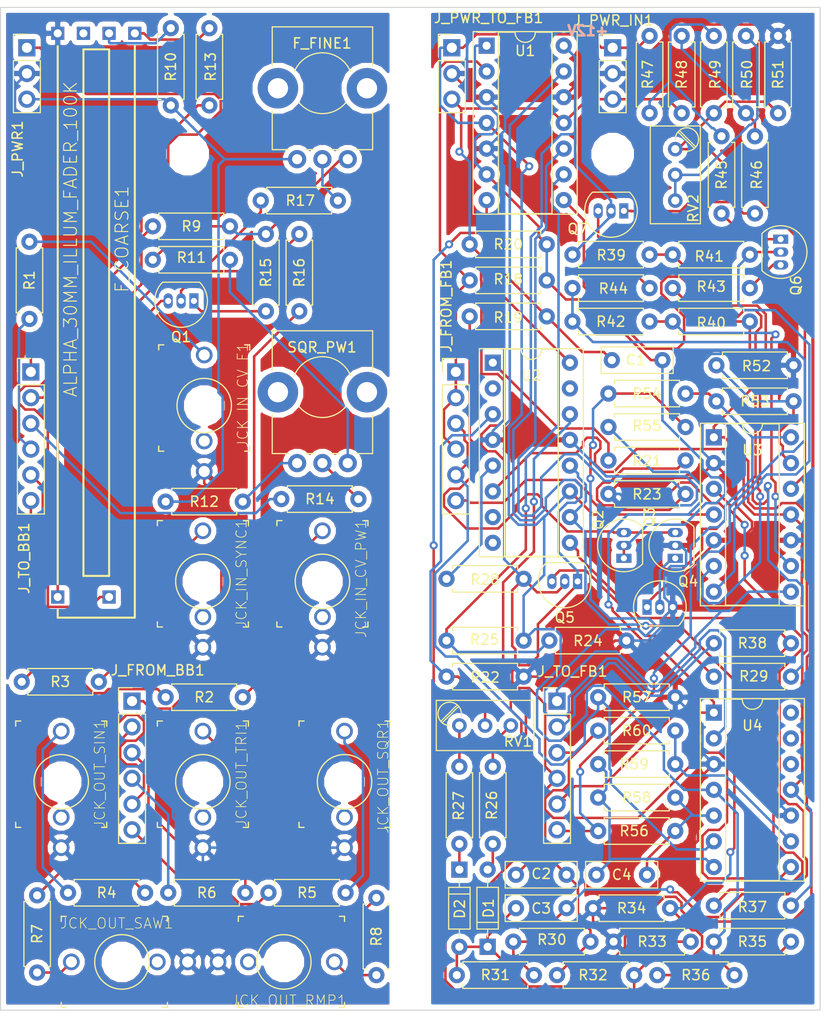
<source format=kicad_pcb>
(kicad_pcb (version 20171130) (host pcbnew "(2018-01-16 revision 495c4125f)-makepkg")
  (title_block (title "LFO PCB") (date 2018-01-14) (rev 1) (company "Coriolis Instruments"))
  (layers (0 F.Cu signal) (31 B.Cu signal) (34 B.Paste user) (35 F.Paste user) (36 B.SilkS user) (37 F.SilkS user) (38 B.Mask user) (39 F.Mask user) (44 Edge.Cuts user))
  (net 0 "")
  (net 1 "Net-(C1-Pad2)")
  (net 2 "Net-(C1-Pad1)")
  (net 3 "Net-(C2-Pad2)")
  (net 4 "/LFO back board/TRI")
  (net 5 "/LFO back board/Integrator/SQR_RAW")
  (net 6 "Net-(C3-Pad2)")
  (net 7 "Net-(C4-Pad1)")
  (net 8 "Net-(C4-Pad2)")
  (net 9 "Net-(D1-Pad2)")
  (net 10 "Net-(D2-Pad1)")
  (net 11 "Net-(F_COARSE1-Pad1)")
  (net 12 "Net-(F_COARSE1-Pad2)")
  (net 13 "Net-(F_COARSE1-Pad3)")
  (net 14 "Net-(F_COARSE1-PadB)")
  (net 15 "Net-(F_FINE1-Pad2)")
  (net 16 "/LFO back board/V_CF")
  (net 17 "/LFO back board/V_CV_PW")
  (net 18 "/LFO back board/V_SYNC")
  (net 19 "/LFO back board/LED_RATE")
  (net 20 "/LFO back board/SIN")
  (net 21 "/LFO back board/SQR")
  (net 22 "/LFO back board/SAW")
  (net 23 "/LFO back board/RMP")
  (net 24 "Net-(JCK_IN_CV_F1-PadP$1_TIP)")
  (net 25 "Net-(JCK_IN_CV_PW1-PadP$1_TIP)")
  (net 26 "Net-(JCK_IN_SYNC1-PadP$1_TIP)")
  (net 27 "Net-(JCK_OUT_RMP1-PadP$1_TIP)")
  (net 28 "Net-(JCK_OUT_SAW1-PadP$1_TIP)")
  (net 29 "Net-(JCK_OUT_SIN1-PadP$1_TIP)")
  (net 30 "Net-(JCK_OUT_SQR1-PadP$1_TIP)")
  (net 31 "Net-(JCK_OUT_TRI1-PadP$1_TIP)")
  (net 32 "Net-(Q1-Pad1)")
  (net 33 "Net-(Q1-Pad2)")
  (net 34 "Net-(Q5-Pad3)")
  (net 35 "Net-(Q6-Pad1)")
  (net 36 "Net-(Q6-Pad3)")
  (net 37 "Net-(Q6-Pad2)")
  (net 38 "Net-(Q7-Pad3)")
  (net 39 "Net-(Q7-Pad1)")
  (net 40 "Net-(R11-Pad1)")
  (net 41 "Net-(R12-Pad1)")
  (net 42 "Net-(R14-Pad1)")
  (net 43 "/LFO back board/Integrator/BIAS_INPUT")
  (net 44 "Net-(R22-Pad2)")
  (net 45 "Net-(R24-Pad2)")
  (net 46 "Net-(R26-Pad2)")
  (net 47 "Net-(R27-Pad2)")
  (net 48 "Net-(R28-Pad2)")
  (net 49 "Net-(R29-Pad1)")
  (net 50 "Net-(R32-Pad1)")
  (net 51 "Net-(R34-Pad2)")
  (net 52 "Net-(R35-Pad1)")
  (net 53 "Net-(R37-Pad2)")
  (net 54 "Net-(R39-Pad1)")
  (net 55 "Net-(R40-Pad1)")
  (net 56 "Net-(R45-Pad1)")
  (net 57 "Net-(R46-Pad1)")
  (net 58 "Net-(R49-Pad1)")
  (net 59 "Net-(R50-Pad1)")
  (net 60 "Net-(R52-Pad1)")
  (net 61 "Net-(R54-Pad1)")
  (net 62 "Net-(R59-Pad1)")
  (net 63 "Net-(Q2-Pad3)")
  (net 64 "Net-(Q3-Pad1)")
  (net 65 "Net-(Q4-Pad1)")
  (net 66 +12V)
  (net 67 "/LFO front board/GND_FB")
  (net 68 "/LFO front board/+12V_FB")
  (net 69 "/LFO front board/-12V_FB")
  (net 70 "/LFO front board/RMP_FB")
  (net 71 "/LFO front board/SAW_FB")
  (net 72 "/LFO front board/TRI_FB")
  (net 73 "/LFO front board/SQR_FB")
  (net 74 "/LFO front board/SIN_FB")
  (net 75 "/LFO front board/LED_RATE_FB")
  (net 76 "/LFO front board/V_SYNC_FB")
  (net 77 "/LFO front board/V_CV_PW_FB")
  (net 78 "/LFO front board/V_CV_F_FB")
  (net 79 "/LFO front board/V_PW_FB")
  (net 80 "/LFO front board/V_FF_FB")
  (net 81 "/LFO front board/V_CF_FB")
  (net 82 "/LFO back board/-12V")
  (net 83 "/LFO back board/GND")
  (net 84 "Net-(U2-Pad15)")
  (net 85 "Net-(U2-Pad2)")
  (module Coriolis-KiCad:MountingHole_1.1mm_M1 (layer F.Cu) (at 60.5028 148.082)
    (fp_text reference REF** hide)
    (fp_text value MountingHole_1.1mm_M1 hide)
    (pad "" np_thru_hole circle (at 0 0) (size 1 1) (drill 1) (layers *.Cu *.Mask))
  )
  (module Coriolis-KiCad:MountingHole_1.1mm_M1 (layer F.Cu) (at 60.5028 145.542)
    (fp_text reference REF** hide)
    (fp_text value MountingHole_1.1mm_M1 hide)
    (pad "" np_thru_hole circle (at 0 0) (size 1 1) (drill 1) (layers *.Cu *.Mask))
  )
  (module Coriolis-KiCad:MountingHole_1.1mm_M1 (layer F.Cu) (at 60.5028 143.002)
    (fp_text reference REF** hide)
    (fp_text value MountingHole_1.1mm_M1 hide)
    (pad "" np_thru_hole circle (at 0 0) (size 1 1) (drill 1) (layers *.Cu *.Mask))
  )
  (module Coriolis-KiCad:MountingHole_1.1mm_M1 (layer F.Cu) (at 60.5028 140.462)
    (fp_text reference REF** hide)
    (fp_text value MountingHole_1.1mm_M1 hide)
    (pad "" np_thru_hole circle (at 0 0) (size 1 1) (drill 1) (layers *.Cu *.Mask))
  )
  (module Coriolis-KiCad:MountingHole_1.1mm_M1 (layer F.Cu) (at 60.5028 137.922)
    (fp_text reference REF** hide)
    (fp_text value MountingHole_1.1mm_M1 hide)
    (pad "" np_thru_hole circle (at 0 0) (size 1 1) (drill 1) (layers *.Cu *.Mask))
  )
  (module Coriolis-KiCad:MountingHole_1.1mm_M1 (layer F.Cu) (at 60.5028 135.382)
    (fp_text reference REF** hide)
    (fp_text value MountingHole_1.1mm_M1 hide)
    (pad "" np_thru_hole circle (at 0 0) (size 1 1) (drill 1) (layers *.Cu *.Mask))
  )
  (module Coriolis-KiCad:MountingHole_1.1mm_M1 (layer F.Cu) (at 60.5028 132.842)
    (fp_text reference REF** hide)
    (fp_text value MountingHole_1.1mm_M1 hide)
    (pad "" np_thru_hole circle (at 0 0) (size 1 1) (drill 1) (layers *.Cu *.Mask))
  )
  (module Coriolis-KiCad:MountingHole_1.1mm_M1 (layer F.Cu) (at 60.5028 130.302)
    (fp_text reference REF** hide)
    (fp_text value MountingHole_1.1mm_M1 hide)
    (pad "" np_thru_hole circle (at 0 0) (size 1 1) (drill 1) (layers *.Cu *.Mask))
  )
  (module Coriolis-KiCad:MountingHole_1.1mm_M1 (layer F.Cu) (at 60.5028 127.762)
    (fp_text reference REF** hide)
    (fp_text value MountingHole_1.1mm_M1 hide)
    (pad "" np_thru_hole circle (at 0 0) (size 1 1) (drill 1) (layers *.Cu *.Mask))
  )
  (module Coriolis-KiCad:MountingHole_1.1mm_M1 (layer F.Cu) (at 60.5028 125.222)
    (fp_text reference REF** hide)
    (fp_text value MountingHole_1.1mm_M1 hide)
    (pad "" np_thru_hole circle (at 0 0) (size 1 1) (drill 1) (layers *.Cu *.Mask))
  )
  (module Coriolis-KiCad:MountingHole_1.1mm_M1 (layer F.Cu) (at 60.5028 122.682)
    (fp_text reference REF** hide)
    (fp_text value MountingHole_1.1mm_M1 hide)
    (pad "" np_thru_hole circle (at 0 0) (size 1 1) (drill 1) (layers *.Cu *.Mask))
  )
  (module Coriolis-KiCad:MountingHole_1.1mm_M1 (layer F.Cu) (at 60.5028 120.142)
    (fp_text reference REF** hide)
    (fp_text value MountingHole_1.1mm_M1 hide)
    (pad "" np_thru_hole circle (at 0 0) (size 1 1) (drill 1) (layers *.Cu *.Mask))
  )
  (module Coriolis-KiCad:MountingHole_1.1mm_M1 (layer F.Cu) (at 60.5028 117.602)
    (fp_text reference REF** hide)
    (fp_text value MountingHole_1.1mm_M1 hide)
    (pad "" np_thru_hole circle (at 0 0) (size 1 1) (drill 1) (layers *.Cu *.Mask))
  )
  (module Coriolis-KiCad:MountingHole_1.1mm_M1 (layer F.Cu) (at 60.5028 115.062)
    (fp_text reference REF** hide)
    (fp_text value MountingHole_1.1mm_M1 hide)
    (pad "" np_thru_hole circle (at 0 0) (size 1 1) (drill 1) (layers *.Cu *.Mask))
  )
  (module Coriolis-KiCad:MountingHole_1.1mm_M1 (layer F.Cu) (at 60.5028 112.522)
    (fp_text reference REF** hide)
    (fp_text value MountingHole_1.1mm_M1 hide)
    (pad "" np_thru_hole circle (at 0 0) (size 1 1) (drill 1) (layers *.Cu *.Mask))
  )
  (module Coriolis-KiCad:MountingHole_1.1mm_M1 (layer F.Cu) (at 60.5028 109.982)
    (fp_text reference REF** hide)
    (fp_text value MountingHole_1.1mm_M1 hide)
    (pad "" np_thru_hole circle (at 0 0) (size 1 1) (drill 1) (layers *.Cu *.Mask))
  )
  (module Coriolis-KiCad:MountingHole_1.1mm_M1 (layer F.Cu) (at 60.5028 107.442)
    (fp_text reference REF** hide)
    (fp_text value MountingHole_1.1mm_M1 hide)
    (pad "" np_thru_hole circle (at 0 0) (size 1 1) (drill 1) (layers *.Cu *.Mask))
  )
  (module Coriolis-KiCad:MountingHole_1.1mm_M1 (layer F.Cu) (at 60.5028 104.902)
    (fp_text reference REF** hide)
    (fp_text value MountingHole_1.1mm_M1 hide)
    (pad "" np_thru_hole circle (at 0 0) (size 1 1) (drill 1) (layers *.Cu *.Mask))
  )
  (module Coriolis-KiCad:MountingHole_1.1mm_M1 (layer F.Cu) (at 60.5028 102.362)
    (fp_text reference REF** hide)
    (fp_text value MountingHole_1.1mm_M1 hide)
    (pad "" np_thru_hole circle (at 0 0) (size 1 1) (drill 1) (layers *.Cu *.Mask))
  )
  (module Coriolis-KiCad:MountingHole_1.1mm_M1 (layer F.Cu) (at 60.5028 99.822)
    (fp_text reference REF** hide)
    (fp_text value MountingHole_1.1mm_M1 hide)
    (pad "" np_thru_hole circle (at 0 0) (size 1 1) (drill 1) (layers *.Cu *.Mask))
  )
  (module Coriolis-KiCad:MountingHole_1.1mm_M1 (layer F.Cu) (at 60.5028 97.282)
    (fp_text reference REF** hide)
    (fp_text value MountingHole_1.1mm_M1 hide)
    (pad "" np_thru_hole circle (at 0 0) (size 1 1) (drill 1) (layers *.Cu *.Mask))
  )
  (module Coriolis-KiCad:MountingHole_1.1mm_M1 (layer F.Cu) (at 60.5028 94.742)
    (fp_text reference REF** hide)
    (fp_text value MountingHole_1.1mm_M1 hide)
    (pad "" np_thru_hole circle (at 0 0) (size 1 1) (drill 1) (layers *.Cu *.Mask))
  )
  (module Coriolis-KiCad:MountingHole_1.1mm_M1 (layer F.Cu) (at 60.5028 92.202)
    (fp_text reference REF** hide)
    (fp_text value MountingHole_1.1mm_M1 hide)
    (pad "" np_thru_hole circle (at 0 0) (size 1 1) (drill 1) (layers *.Cu *.Mask))
  )
  (module Coriolis-KiCad:MountingHole_1.1mm_M1 (layer F.Cu) (at 60.5028 89.662)
    (fp_text reference REF** hide)
    (fp_text value MountingHole_1.1mm_M1 hide)
    (pad "" np_thru_hole circle (at 0 0) (size 1 1) (drill 1) (layers *.Cu *.Mask))
  )
  (module Coriolis-KiCad:MountingHole_1.1mm_M1 (layer F.Cu) (at 60.5028 87.122)
    (fp_text reference REF** hide)
    (fp_text value MountingHole_1.1mm_M1 hide)
    (pad "" np_thru_hole circle (at 0 0) (size 1 1) (drill 1) (layers *.Cu *.Mask))
  )
  (module Coriolis-KiCad:MountingHole_1.1mm_M1 (layer F.Cu) (at 60.5028 84.582)
    (fp_text reference REF** hide)
    (fp_text value MountingHole_1.1mm_M1 hide)
    (pad "" np_thru_hole circle (at 0 0) (size 1 1) (drill 1) (layers *.Cu *.Mask))
  )
  (module Coriolis-KiCad:MountingHole_1.1mm_M1 (layer F.Cu) (at 60.5028 82.042)
    (fp_text reference REF** hide)
    (fp_text value MountingHole_1.1mm_M1 hide)
    (pad "" np_thru_hole circle (at 0 0) (size 1 1) (drill 1) (layers *.Cu *.Mask))
  )
  (module Coriolis-KiCad:MountingHole_1.1mm_M1 (layer F.Cu) (at 60.5028 79.502)
    (fp_text reference REF** hide)
    (fp_text value MountingHole_1.1mm_M1 hide)
    (pad "" np_thru_hole circle (at 0 0) (size 1 1) (drill 1) (layers *.Cu *.Mask))
  )
  (module Coriolis-KiCad:MountingHole_1.1mm_M1 (layer F.Cu) (at 60.5028 76.962)
    (fp_text reference REF** hide)
    (fp_text value MountingHole_1.1mm_M1 hide)
    (pad "" np_thru_hole circle (at 0 0) (size 1 1) (drill 1) (layers *.Cu *.Mask))
  )
  (module Coriolis-KiCad:MountingHole_1.1mm_M1 (layer F.Cu) (at 60.5028 74.422)
    (fp_text reference REF** hide)
    (fp_text value MountingHole_1.1mm_M1 hide)
    (pad "" np_thru_hole circle (at 0 0) (size 1 1) (drill 1) (layers *.Cu *.Mask))
  )
  (module Coriolis-KiCad:MountingHole_1.1mm_M1 (layer F.Cu) (at 60.5028 71.882)
    (fp_text reference REF** hide)
    (fp_text value MountingHole_1.1mm_M1 hide)
    (pad "" np_thru_hole circle (at 0 0) (size 1 1) (drill 1) (layers *.Cu *.Mask))
  )
  (module Coriolis-KiCad:MountingHole_1.1mm_M1 (layer F.Cu) (at 60.5028 69.342)
    (fp_text reference REF** hide)
    (fp_text value MountingHole_1.1mm_M1 hide)
    (pad "" np_thru_hole circle (at 0 0) (size 1 1) (drill 1) (layers *.Cu *.Mask))
  )
  (module Coriolis-KiCad:MountingHole_1.1mm_M1 (layer F.Cu) (at 60.5028 66.802)
    (fp_text reference REF** hide)
    (fp_text value MountingHole_1.1mm_M1 hide)
    (pad "" np_thru_hole circle (at 0 0) (size 1 1) (drill 1) (layers *.Cu *.Mask))
  )
  (module Coriolis-KiCad:MountingHole_1.1mm_M1 (layer F.Cu) (at 60.5028 64.262)
    (fp_text reference REF** hide)
    (fp_text value MountingHole_1.1mm_M1 hide)
    (pad "" np_thru_hole circle (at 0 0) (size 1 1) (drill 1) (layers *.Cu *.Mask))
  )
  (module Coriolis-KiCad:MountingHole_1.1mm_M1 (layer F.Cu) (at 60.5028 61.722)
    (fp_text reference REF** hide)
    (fp_text value MountingHole_1.1mm_M1 hide)
    (pad "" np_thru_hole circle (at 0 0) (size 1 1) (drill 1) (layers *.Cu *.Mask))
  )
  (module Coriolis-KiCad:MountingHole_1.1mm_M1 (layer F.Cu) (at 60.5028 59.182)
    (fp_text reference REF** hide)
    (fp_text value MountingHole_1.1mm_M1 hide)
    (pad "" np_thru_hole circle (at 0 0) (size 1 1) (drill 1) (layers *.Cu *.Mask))
  )
  (module Coriolis-KiCad:MountingHole_1.1mm_M1 (layer F.Cu) (at 60.5028 51.562)
    (fp_text reference REF** hide)
    (fp_text value MountingHole_1.1mm_M1 hide)
    (pad "" np_thru_hole circle (at 0 0) (size 1 1) (drill 1) (layers *.Cu *.Mask))
  )
  (module Coriolis-KiCad:MountingHole_1.1mm_M1 (layer F.Cu) (at 60.5028 56.642)
    (fp_text reference REF** hide)
    (fp_text value MountingHole_1.1mm_M1 hide)
    (pad "" np_thru_hole circle (at 0 0) (size 1 1) (drill 1) (layers *.Cu *.Mask))
  )
  (module Coriolis-KiCad:MountingHole_1.1mm_M1 (layer F.Cu) (at 60.5028 54.102)
    (fp_text reference REF** hide)
    (fp_text value MountingHole_1.1mm_M1 hide)
    (pad "" np_thru_hole circle (at 0 0) (size 1 1) (drill 1) (layers *.Cu *.Mask))
  )
  (module Pin_Headers:Pin_Header_Straight_1x06_Pitch2.54mm (layer F.Cu) (at 75 118.5)
    (fp_text reference J_TO_FB1 (at 1.526 -2.93) (layer F.SilkS))
    (fp_text value Conn_01x06_Female)
    (pad 6 thru_hole oval (at 0 12.7) (size 1.7 1.7) (drill 1) (layers *.Cu *.Mask) (net 23 "/LFO back board/RMP"))
    (pad 5 thru_hole oval (at 0 10.16) (size 1.7 1.7) (drill 1) (layers *.Cu *.Mask) (net 22 "/LFO back board/SAW"))
    (pad 4 thru_hole oval (at 0 7.62) (size 1.7 1.7) (drill 1) (layers *.Cu *.Mask) (net 4 "/LFO back board/TRI"))
    (pad 3 thru_hole oval (at 0 5.08) (size 1.7 1.7) (drill 1) (layers *.Cu *.Mask) (net 21 "/LFO back board/SQR"))
    (pad 2 thru_hole oval (at 0 2.54) (size 1.7 1.7) (drill 1) (layers *.Cu *.Mask) (net 20 "/LFO back board/SIN"))
    (pad 1 thru_hole rect (at 0 0) (size 1.7 1.7) (drill 1) (layers *.Cu *.Mask) (net 19 "/LFO back board/LED_RATE"))
  )
  (module Mounting_Holes:MountingHole_3.2mm_M3 (layer F.Cu) (at 38.5 64.5 180)
    (fp_text reference screw hide)
    (fp_text value MountingHole_3.2mm_M3)
    (pad 1 np_thru_hole circle (at 0 0 180) (size 3.2 3.2) (drill 3.2) (layers *.Cu *.Mask))
  )
  (module Housings_DIP:DIP-14_W7.62mm_Socket (layer F.Cu) (at 90.496 92.456)
    (fp_text reference U3 (at 3.81 1.27) (layer F.SilkS))
    (fp_text value TL074)
    (pad 14 thru_hole oval (at 7.62 0) (size 1.6 1.6) (drill 0.8) (layers *.Cu *.Mask) (net 23 "/LFO back board/RMP"))
    (pad 7 thru_hole oval (at 0 15.24) (size 1.6 1.6) (drill 0.8) (layers *.Cu *.Mask) (net 37 "Net-(Q6-Pad2)"))
    (pad 13 thru_hole oval (at 7.62 2.54) (size 1.6 1.6) (drill 0.8) (layers *.Cu *.Mask) (net 60 "Net-(R52-Pad1)"))
    (pad 6 thru_hole oval (at 0 12.7) (size 1.6 1.6) (drill 0.8) (layers *.Cu *.Mask) (net 54 "Net-(R39-Pad1)"))
    (pad 12 thru_hole oval (at 7.62 5.08) (size 1.6 1.6) (drill 0.8) (layers *.Cu *.Mask) (net 58 "Net-(R49-Pad1)"))
    (pad 5 thru_hole oval (at 0 10.16) (size 1.6 1.6) (drill 0.8) (layers *.Cu *.Mask) (net 83 "/LFO back board/GND"))
    (pad 11 thru_hole oval (at 7.62 7.62) (size 1.6 1.6) (drill 0.8) (layers *.Cu *.Mask) (net 82 "/LFO back board/-12V"))
    (pad 4 thru_hole oval (at 0 7.62) (size 1.6 1.6) (drill 0.8) (layers *.Cu *.Mask) (net 66 +12V))
    (pad 10 thru_hole oval (at 7.62 10.16) (size 1.6 1.6) (drill 0.8) (layers *.Cu *.Mask) (net 83 "/LFO back board/GND"))
    (pad 3 thru_hole oval (at 0 5.08) (size 1.6 1.6) (drill 0.8) (layers *.Cu *.Mask) (net 6 "Net-(C3-Pad2)"))
    (pad 9 thru_hole oval (at 7.62 12.7) (size 1.6 1.6) (drill 0.8) (layers *.Cu *.Mask) (net 55 "Net-(R40-Pad1)"))
    (pad 2 thru_hole oval (at 0 2.54) (size 1.6 1.6) (drill 0.8) (layers *.Cu *.Mask) (net 83 "/LFO back board/GND"))
    (pad 8 thru_hole oval (at 7.62 15.24) (size 1.6 1.6) (drill 0.8) (layers *.Cu *.Mask) (net 19 "/LFO back board/LED_RATE"))
    (pad 1 thru_hole rect (at 0 0) (size 1.6 1.6) (drill 0.8) (layers *.Cu *.Mask) (net 5 "/LFO back board/Integrator/SQR_RAW"))
  )
  (module Resistors_THT:R_Axial_DIN0207_L6.3mm_D2.5mm_P7.62mm_Horizontal (layer F.Cu) (at 80.082 94.742)
    (fp_text reference R21 (at 3.81 0.0465) (layer F.SilkS))
    (fp_text value 10K)
    (pad 2 thru_hole oval (at 7.62 0) (size 1.6 1.6) (drill 0.8) (layers *.Cu *.Mask) (net 65 "Net-(Q4-Pad1)"))
    (pad 1 thru_hole circle (at 0 0) (size 1.6 1.6) (drill 0.8) (layers *.Cu *.Mask) (net 43 "/LFO back board/Integrator/BIAS_INPUT"))
  )
  (module Capacitors_THT:C_Rect_L7.0mm_W2.5mm_P5.00mm (layer F.Cu) (at 75.938 135.636 180)
    (fp_text reference C2 (at 2.5 0.0945 180) (layer F.SilkS))
    (fp_text value 0.02uF)
    (pad 2 thru_hole circle (at 5 0 180) (size 1.6 1.6) (drill 0.8) (layers *.Cu *.Mask) (net 3 "Net-(C2-Pad2)"))
    (pad 1 thru_hole circle (at 0 0 180) (size 1.6 1.6) (drill 0.8) (layers *.Cu *.Mask) (net 4 "/LFO back board/TRI"))
  )
  (module TO_SOT_Packages_THT:TO-92_Inline_Narrow_Oval (layer F.Cu) (at 81.606 70.104 180)
    (fp_text reference Q7 (at 4.572 -1.778 180) (layer F.SilkS))
    (fp_text value MPF102)
    (pad 1 thru_hole rect (at 0 0) (size 0.9 1.5) (drill 0.6) (layers *.Cu *.Mask) (net 39 "Net-(Q7-Pad1)"))
    (pad 3 thru_hole oval (at 2.54 0) (size 0.9 1.5) (drill 0.6) (layers *.Cu *.Mask) (net 38 "Net-(Q7-Pad3)"))
    (pad 2 thru_hole oval (at 1.27 0) (size 0.9 1.5) (drill 0.6) (layers *.Cu *.Mask) (net 4 "/LFO back board/TRI"))
  )
  (module Coriolis-KiCad:WQP-PJ301M-12_JACK (layer F.Cu) (at 40.132 89.32672)
    (fp_text reference JCK_IN_CV_F1 (at 3.81 -1.016 270) (layer F.SilkS) (effects (font (size 1.016 1.016) (thickness 0.0762))))
    (fp_text value THONKICONNNEW hide)
    (pad "" np_thru_hole circle (at 0 0) (size 3 3) (drill 3) (layers *.Cu *.Mask))
    (pad P$1_TIP thru_hole circle (at 0 -4.99872) (size 1.64846 1.64846) (drill 1.09982) (layers *.Cu *.Paste *.Mask) (net 24 "Net-(JCK_IN_CV_F1-PadP$1_TIP)"))
    (pad P$2_SWITCH thru_hole circle (at 0 3.49758) (size 1.64846 1.64846) (drill 1.09982) (layers *.Cu *.Paste *.Mask))
    (pad P$3_SLEEVE thru_hole circle (at 0 6.49986) (size 1.64846 1.64846) (drill 1.09982) (layers *.Cu *.Paste *.Mask) (net 67 "/LFO front board/GND_FB"))
  )
  (module Coriolis-KiCad:ALPHA_ILL_FADER_45MM (layer F.Cu) (at 29.464 72.898 270)
    (fp_text reference F_COARSE1 (at 0 -2.54 270) (layer F.SilkS) (effects (font (size 1.27 1.27) (thickness 0.1016))))
    (fp_text value ALPHA_30MM_ILLUM_FADER_100K (at 0 2.54 270) (layer F.SilkS) (effects (font (size 1.27 1.27) (thickness 0.1016))))
    (pad L thru_hole rect (at -20.32 1.27 270) (size 1.30556 1.30556) (drill 0.79756) (layers *.Cu *.Paste *.Mask))
    (pad E thru_hole rect (at -20.32 3.81 270) (size 1.30556 1.30556) (drill 0.79756) (layers *.Cu *.Paste *.Mask) (net 67 "/LFO front board/GND_FB"))
    (pad B thru_hole rect (at 35.32 3.81 270) (size 1.30556 1.30556) (drill 0.79756) (layers *.Cu *.Paste *.Mask) (net 14 "Net-(F_COARSE1-PadB)"))
    (pad 3 thru_hole rect (at 35.32 -1.27 270) (size 1.30556 1.30556) (drill 0.79756) (layers *.Cu *.Paste *.Mask) (net 13 "Net-(F_COARSE1-Pad3)"))
    (pad 2 thru_hole rect (at -20.32 -3.81 270) (size 1.30556 1.30556) (drill 0.79756) (layers *.Cu *.Paste *.Mask) (net 12 "Net-(F_COARSE1-Pad2)"))
    (pad 1 thru_hole rect (at -20.32 -1.27 270) (size 1.30556 1.30556) (drill 0.79756) (layers *.Cu *.Paste *.Mask) (net 11 "Net-(F_COARSE1-Pad1)"))
  )
  (module Coriolis-KiCad:WQP-PJ301M-12_JACK (layer F.Cu) (at 51.816 106.68)
    (fp_text reference JCK_IN_CV_PW1 (at 3.81 -0.254 270) (layer F.SilkS) (effects (font (size 1.016 1.016) (thickness 0.0762))))
    (fp_text value THONKICONNNEW hide)
    (pad "" np_thru_hole circle (at 0 0) (size 3 3) (drill 3) (layers *.Cu *.Mask))
    (pad P$1_TIP thru_hole circle (at 0 -4.99872) (size 1.64846 1.64846) (drill 1.09982) (layers *.Cu *.Paste *.Mask) (net 25 "Net-(JCK_IN_CV_PW1-PadP$1_TIP)"))
    (pad P$2_SWITCH thru_hole circle (at 0 3.49758) (size 1.64846 1.64846) (drill 1.09982) (layers *.Cu *.Paste *.Mask))
    (pad P$3_SLEEVE thru_hole circle (at 0 6.49986) (size 1.64846 1.64846) (drill 1.09982) (layers *.Cu *.Paste *.Mask) (net 67 "/LFO front board/GND_FB"))
  )
  (module Coriolis-KiCad:WQP-PJ301M-12_JACK (layer F.Cu) (at 40 106.68)
    (fp_text reference JCK_IN_SYNC1 (at 3.81 -0.762 270) (layer F.SilkS) (effects (font (size 1.016 1.016) (thickness 0.0762))))
    (fp_text value THONKICONNNEW hide)
    (pad "" np_thru_hole circle (at 0 0) (size 3 3) (drill 3) (layers *.Cu *.Mask))
    (pad P$1_TIP thru_hole circle (at 0 -4.99872) (size 1.64846 1.64846) (drill 1.09982) (layers *.Cu *.Paste *.Mask) (net 26 "Net-(JCK_IN_SYNC1-PadP$1_TIP)"))
    (pad P$2_SWITCH thru_hole circle (at 0 3.49758) (size 1.64846 1.64846) (drill 1.09982) (layers *.Cu *.Paste *.Mask))
    (pad P$3_SLEEVE thru_hole circle (at 0 6.49986) (size 1.64846 1.64846) (drill 1.09982) (layers *.Cu *.Paste *.Mask) (net 67 "/LFO front board/GND_FB"))
  )
  (module Coriolis-KiCad:WQP-PJ301M-12_JACK (layer F.Cu) (at 48 144.24 270)
    (fp_text reference JCK_OUT_RMP1 (at 3.81 -0.508 180) (layer F.SilkS) (effects (font (size 1.016 1.016) (thickness 0.0762))))
    (fp_text value THONKICONNNEW hide)
    (pad "" np_thru_hole circle (at 0 0 270) (size 3 3) (drill 3) (layers *.Cu *.Mask))
    (pad P$1_TIP thru_hole circle (at 0 -4.99872 270) (size 1.64846 1.64846) (drill 1.09982) (layers *.Cu *.Paste *.Mask) (net 27 "Net-(JCK_OUT_RMP1-PadP$1_TIP)"))
    (pad P$2_SWITCH thru_hole circle (at 0 3.49758 270) (size 1.64846 1.64846) (drill 1.09982) (layers *.Cu *.Paste *.Mask))
    (pad P$3_SLEEVE thru_hole circle (at 0 6.49986 270) (size 1.64846 1.64846) (drill 1.09982) (layers *.Cu *.Paste *.Mask) (net 67 "/LFO front board/GND_FB"))
  )
  (module Coriolis-KiCad:WQP-PJ301M-12_JACK (layer F.Cu) (at 32 144.24 90)
    (fp_text reference JCK_OUT_SAW1 (at 3.81 -0.508) (layer F.SilkS) (effects (font (size 1.016 1.016) (thickness 0.0762))))
    (fp_text value THONKICONNNEW hide)
    (pad "" np_thru_hole circle (at 0 0 90) (size 3 3) (drill 3) (layers *.Cu *.Mask))
    (pad P$1_TIP thru_hole circle (at 0 -4.99872 90) (size 1.64846 1.64846) (drill 1.09982) (layers *.Cu *.Paste *.Mask) (net 28 "Net-(JCK_OUT_SAW1-PadP$1_TIP)"))
    (pad P$2_SWITCH thru_hole circle (at 0 3.49758 90) (size 1.64846 1.64846) (drill 1.09982) (layers *.Cu *.Paste *.Mask))
    (pad P$3_SLEEVE thru_hole circle (at 0 6.49986 90) (size 1.64846 1.64846) (drill 1.09982) (layers *.Cu *.Paste *.Mask) (net 67 "/LFO front board/GND_FB"))
  )
  (module Coriolis-KiCad:WQP-PJ301M-12_JACK (layer F.Cu) (at 26 126.46)
    (fp_text reference JCK_OUT_SIN1 (at 3.81 -0.762 270) (layer F.SilkS) (effects (font (size 1.016 1.016) (thickness 0.0762))))
    (fp_text value THONKICONNNEW hide)
    (pad "" np_thru_hole circle (at 0 0) (size 3 3) (drill 3) (layers *.Cu *.Mask))
    (pad P$1_TIP thru_hole circle (at 0 -4.99872) (size 1.64846 1.64846) (drill 1.09982) (layers *.Cu *.Paste *.Mask) (net 29 "Net-(JCK_OUT_SIN1-PadP$1_TIP)"))
    (pad P$2_SWITCH thru_hole circle (at 0 3.49758) (size 1.64846 1.64846) (drill 1.09982) (layers *.Cu *.Paste *.Mask))
    (pad P$3_SLEEVE thru_hole circle (at 0 6.49986) (size 1.64846 1.64846) (drill 1.09982) (layers *.Cu *.Paste *.Mask) (net 67 "/LFO front board/GND_FB"))
  )
  (module Coriolis-KiCad:WQP-PJ301M-12_JACK (layer F.Cu) (at 54 126.46)
    (fp_text reference JCK_OUT_SQR1 (at 3.81 -0.508 270) (layer F.SilkS) (effects (font (size 1.016 1.016) (thickness 0.0762))))
    (fp_text value THONKICONNNEW hide)
    (pad "" np_thru_hole circle (at 0 0) (size 3 3) (drill 3) (layers *.Cu *.Mask))
    (pad P$1_TIP thru_hole circle (at 0 -4.99872) (size 1.64846 1.64846) (drill 1.09982) (layers *.Cu *.Paste *.Mask) (net 30 "Net-(JCK_OUT_SQR1-PadP$1_TIP)"))
    (pad P$2_SWITCH thru_hole circle (at 0 3.49758) (size 1.64846 1.64846) (drill 1.09982) (layers *.Cu *.Paste *.Mask))
    (pad P$3_SLEEVE thru_hole circle (at 0 6.49986) (size 1.64846 1.64846) (drill 1.09982) (layers *.Cu *.Paste *.Mask) (net 67 "/LFO front board/GND_FB"))
  )
  (module Coriolis-KiCad:WQP-PJ301M-12_JACK (layer F.Cu) (at 40 126.46)
    (fp_text reference JCK_OUT_TRI1 (at 3.81 -0.762 270) (layer F.SilkS) (effects (font (size 1.016 1.016) (thickness 0.0762))))
    (fp_text value THONKICONNNEW hide)
    (pad "" np_thru_hole circle (at 0 0) (size 3 3) (drill 3) (layers *.Cu *.Mask))
    (pad P$1_TIP thru_hole circle (at 0 -4.99872) (size 1.64846 1.64846) (drill 1.09982) (layers *.Cu *.Paste *.Mask) (net 31 "Net-(JCK_OUT_TRI1-PadP$1_TIP)"))
    (pad P$2_SWITCH thru_hole circle (at 0 3.49758) (size 1.64846 1.64846) (drill 1.09982) (layers *.Cu *.Paste *.Mask))
    (pad P$3_SLEEVE thru_hole circle (at 0 6.49986) (size 1.64846 1.64846) (drill 1.09982) (layers *.Cu *.Paste *.Mask) (net 67 "/LFO front board/GND_FB"))
  )
  (module Resistors_THT:R_Axial_DIN0207_L6.3mm_D2.5mm_P7.62mm_Horizontal (layer F.Cu) (at 36.83 52.07 270)
    (fp_text reference R10 (at 3.81 0 270) (layer F.SilkS))
    (fp_text value 27K)
    (pad 1 thru_hole circle (at 0 0 270) (size 1.6 1.6) (drill 0.8) (layers *.Cu *.Mask) (net 11 "Net-(F_COARSE1-Pad1)"))
    (pad 2 thru_hole oval (at 7.62 0 270) (size 1.6 1.6) (drill 0.8) (layers *.Cu *.Mask) (net 69 "/LFO front board/-12V_FB"))
  )
  (module Potentiometers:Potentiometer_Alps_RK09K_Horizontal (layer F.Cu) (at 54.316 65 90)
    (fp_text reference F_FINE1 (at 11.43 -2.54 180) (layer F.SilkS))
    (fp_text value 100K)
    (pad 0 np_thru_hole circle (at 7 1.9 90) (size 4 4) (drill 2) (layers *.Cu *.Mask))
    (pad 0 np_thru_hole circle (at 7 -6.9 90) (size 4 4) (drill 2) (layers *.Cu *.Mask))
    (pad 1 thru_hole circle (at 0 0 90) (size 1.8 1.8) (drill 1) (layers *.Cu *.Mask) (net 68 "/LFO front board/+12V_FB"))
    (pad 2 thru_hole circle (at 0 -2.5 90) (size 1.8 1.8) (drill 1) (layers *.Cu *.Mask) (net 15 "Net-(F_FINE1-Pad2)"))
    (pad 3 thru_hole circle (at 0 -5 90) (size 1.8 1.8) (drill 1) (layers *.Cu *.Mask) (net 69 "/LFO front board/-12V_FB"))
  )
  (module TO_SOT_Packages_THT:TO-92_Inline_Narrow_Oval (layer F.Cu) (at 39.116 78.994 180)
    (fp_text reference Q1 (at 1.27 -3.56 180) (layer F.SilkS))
    (fp_text value BC547)
    (pad 1 thru_hole rect (at 0 0) (size 0.9 1.5) (drill 0.6) (layers *.Cu *.Mask) (net 32 "Net-(Q1-Pad1)"))
    (pad 3 thru_hole oval (at 2.54 0) (size 0.9 1.5) (drill 0.6) (layers *.Cu *.Mask) (net 14 "Net-(F_COARSE1-PadB)"))
    (pad 2 thru_hole oval (at 1.27 0) (size 0.9 1.5) (drill 0.6) (layers *.Cu *.Mask) (net 33 "Net-(Q1-Pad2)"))
  )
  (module Resistors_THT:R_Axial_DIN0207_L6.3mm_D2.5mm_P7.62mm_Horizontal (layer F.Cu) (at 22.86 80.772 90)
    (fp_text reference R1 (at 3.81 0 90) (layer F.SilkS))
    (fp_text value 100K)
    (pad 1 thru_hole circle (at 0 0 90) (size 1.6 1.6) (drill 0.8) (layers *.Cu *.Mask) (net 78 "/LFO front board/V_CV_F_FB"))
    (pad 2 thru_hole oval (at 7.62 0 90) (size 1.6 1.6) (drill 0.8) (layers *.Cu *.Mask) (net 24 "Net-(JCK_IN_CV_F1-PadP$1_TIP)"))
  )
  (module Resistors_THT:R_Axial_DIN0207_L6.3mm_D2.5mm_P7.62mm_Horizontal (layer F.Cu) (at 36.322 118.11)
    (fp_text reference R2 (at 3.81 0) (layer F.SilkS))
    (fp_text value 10K)
    (pad 2 thru_hole oval (at 7.62 0) (size 1.6 1.6) (drill 0.8) (layers *.Cu *.Mask) (net 25 "Net-(JCK_IN_CV_PW1-PadP$1_TIP)"))
    (pad 1 thru_hole circle (at 0 0) (size 1.6 1.6) (drill 0.8) (layers *.Cu *.Mask) (net 77 "/LFO front board/V_CV_PW_FB"))
  )
  (module Resistors_THT:R_Axial_DIN0207_L6.3mm_D2.5mm_P7.62mm_Horizontal (layer F.Cu) (at 22.098 116.586)
    (fp_text reference R3 (at 3.81 0) (layer F.SilkS))
    (fp_text value 100K)
    (pad 1 thru_hole circle (at 0 0) (size 1.6 1.6) (drill 0.8) (layers *.Cu *.Mask) (net 76 "/LFO front board/V_SYNC_FB"))
    (pad 2 thru_hole oval (at 7.62 0) (size 1.6 1.6) (drill 0.8) (layers *.Cu *.Mask) (net 26 "Net-(JCK_IN_SYNC1-PadP$1_TIP)"))
  )
  (module Resistors_THT:R_Axial_DIN0207_L6.3mm_D2.5mm_P7.62mm_Horizontal (layer F.Cu) (at 34.29 137.414 180)
    (fp_text reference R4 (at 3.81 0 180) (layer F.SilkS))
    (fp_text value 1K)
    (pad 1 thru_hole circle (at 0 0 180) (size 1.6 1.6) (drill 0.8) (layers *.Cu *.Mask) (net 74 "/LFO front board/SIN_FB"))
    (pad 2 thru_hole oval (at 7.62 0 180) (size 1.6 1.6) (drill 0.8) (layers *.Cu *.Mask) (net 29 "Net-(JCK_OUT_SIN1-PadP$1_TIP)"))
  )
  (module Resistors_THT:R_Axial_DIN0207_L6.3mm_D2.5mm_P7.62mm_Horizontal (layer F.Cu) (at 46.482 137.414)
    (fp_text reference R5 (at 3.81 0) (layer F.SilkS))
    (fp_text value 1K)
    (pad 1 thru_hole circle (at 0 0) (size 1.6 1.6) (drill 0.8) (layers *.Cu *.Mask) (net 73 "/LFO front board/SQR_FB"))
    (pad 2 thru_hole oval (at 7.62 0) (size 1.6 1.6) (drill 0.8) (layers *.Cu *.Mask) (net 30 "Net-(JCK_OUT_SQR1-PadP$1_TIP)"))
  )
  (module Resistors_THT:R_Axial_DIN0207_L6.3mm_D2.5mm_P7.62mm_Horizontal (layer F.Cu) (at 36.576 137.414)
    (fp_text reference R6 (at 3.81 0) (layer F.SilkS))
    (fp_text value 1K)
    (pad 1 thru_hole circle (at 0 0) (size 1.6 1.6) (drill 0.8) (layers *.Cu *.Mask) (net 72 "/LFO front board/TRI_FB"))
    (pad 2 thru_hole oval (at 7.62 0) (size 1.6 1.6) (drill 0.8) (layers *.Cu *.Mask) (net 31 "Net-(JCK_OUT_TRI1-PadP$1_TIP)"))
  )
  (module Resistors_THT:R_Axial_DIN0207_L6.3mm_D2.5mm_P7.62mm_Horizontal (layer F.Cu) (at 23.622 137.668 270)
    (fp_text reference R7 (at 3.81 0 270) (layer F.SilkS))
    (fp_text value 1K)
    (pad 2 thru_hole oval (at 7.62 0 270) (size 1.6 1.6) (drill 0.8) (layers *.Cu *.Mask) (net 28 "Net-(JCK_OUT_SAW1-PadP$1_TIP)"))
    (pad 1 thru_hole circle (at 0 0 270) (size 1.6 1.6) (drill 0.8) (layers *.Cu *.Mask) (net 71 "/LFO front board/SAW_FB"))
  )
  (module Resistors_THT:R_Axial_DIN0207_L6.3mm_D2.5mm_P7.62mm_Horizontal (layer F.Cu) (at 57.15 137.922 270)
    (fp_text reference R8 (at 3.81 0 270) (layer F.SilkS))
    (fp_text value 1K)
    (pad 1 thru_hole circle (at 0 0 270) (size 1.6 1.6) (drill 0.8) (layers *.Cu *.Mask) (net 70 "/LFO front board/RMP_FB"))
    (pad 2 thru_hole oval (at 7.62 0 270) (size 1.6 1.6) (drill 0.8) (layers *.Cu *.Mask) (net 27 "Net-(JCK_OUT_RMP1-PadP$1_TIP)"))
  )
  (module Resistors_THT:R_Axial_DIN0207_L6.3mm_D2.5mm_P7.62mm_Horizontal (layer F.Cu) (at 42.672 71.628 180)
    (fp_text reference R9 (at 3.81 0 180) (layer F.SilkS))
    (fp_text value 27K)
    (pad 2 thru_hole oval (at 7.62 0 180) (size 1.6 1.6) (drill 0.8) (layers *.Cu *.Mask) (net 13 "Net-(F_COARSE1-Pad3)"))
    (pad 1 thru_hole circle (at 0 0 180) (size 1.6 1.6) (drill 0.8) (layers *.Cu *.Mask) (net 68 "/LFO front board/+12V_FB"))
  )
  (module Resistors_THT:R_Axial_DIN0207_L6.3mm_D2.5mm_P7.62mm_Horizontal (layer F.Cu) (at 42.672 74.93 180)
    (fp_text reference R11 (at 3.81 0.2225 180) (layer F.SilkS))
    (fp_text value 100K)
    (pad 2 thru_hole oval (at 7.62 0 180) (size 1.6 1.6) (drill 0.8) (layers *.Cu *.Mask) (net 68 "/LFO front board/+12V_FB"))
    (pad 1 thru_hole circle (at 0 0 180) (size 1.6 1.6) (drill 0.8) (layers *.Cu *.Mask) (net 40 "Net-(R11-Pad1)"))
  )
  (module Resistors_THT:R_Axial_DIN0207_L6.3mm_D2.5mm_P7.62mm_Horizontal (layer F.Cu) (at 43.942 98.806 180)
    (fp_text reference R12 (at 3.81 0 180) (layer F.SilkS))
    (fp_text value 100K)
    (pad 1 thru_hole circle (at 0 0 180) (size 1.6 1.6) (drill 0.8) (layers *.Cu *.Mask) (net 41 "Net-(R12-Pad1)"))
    (pad 2 thru_hole oval (at 7.62 0 180) (size 1.6 1.6) (drill 0.8) (layers *.Cu *.Mask) (net 69 "/LFO front board/-12V_FB"))
  )
  (module Resistors_THT:R_Axial_DIN0207_L6.3mm_D2.5mm_P7.62mm_Horizontal (layer F.Cu) (at 40.64 59.69 90)
    (fp_text reference R13 (at 3.81 0.127 90) (layer F.SilkS))
    (fp_text value 100K)
    (pad 2 thru_hole oval (at 7.62 0 90) (size 1.6 1.6) (drill 0.8) (layers *.Cu *.Mask) (net 12 "Net-(F_COARSE1-Pad2)"))
    (pad 1 thru_hole circle (at 0 0 90) (size 1.6 1.6) (drill 0.8) (layers *.Cu *.Mask) (net 81 "/LFO front board/V_CF_FB"))
  )
  (module Resistors_THT:R_Axial_DIN0207_L6.3mm_D2.5mm_P7.62mm_Horizontal (layer F.Cu) (at 55.372 98.552 180)
    (fp_text reference R14 (at 3.81 0 180) (layer F.SilkS))
    (fp_text value 10K)
    (pad 2 thru_hole oval (at 7.62 0 180) (size 1.6 1.6) (drill 0.8) (layers *.Cu *.Mask) (net 79 "/LFO front board/V_PW_FB"))
    (pad 1 thru_hole circle (at 0 0 180) (size 1.6 1.6) (drill 0.8) (layers *.Cu *.Mask) (net 42 "Net-(R14-Pad1)"))
  )
  (module Resistors_THT:R_Axial_DIN0207_L6.3mm_D2.5mm_P7.62mm_Horizontal (layer F.Cu) (at 46.228 80.01 90)
    (fp_text reference R15 (at 3.81 0 90) (layer F.SilkS))
    (fp_text value 2K)
    (pad 1 thru_hole circle (at 0 0 90) (size 1.6 1.6) (drill 0.8) (layers *.Cu *.Mask) (net 32 "Net-(Q1-Pad1)"))
    (pad 2 thru_hole oval (at 7.62 0 90) (size 1.6 1.6) (drill 0.8) (layers *.Cu *.Mask) (net 68 "/LFO front board/+12V_FB"))
  )
  (module Resistors_THT:R_Axial_DIN0207_L6.3mm_D2.5mm_P7.62mm_Horizontal (layer F.Cu) (at 49.53 72.39 270)
    (fp_text reference R16 (at 3.81 0 270) (layer F.SilkS))
    (fp_text value 100K)
    (pad 2 thru_hole oval (at 7.62 0 270) (size 1.6 1.6) (drill 0.8) (layers *.Cu *.Mask) (net 75 "/LFO front board/LED_RATE_FB"))
    (pad 1 thru_hole circle (at 0 0 270) (size 1.6 1.6) (drill 0.8) (layers *.Cu *.Mask) (net 33 "Net-(Q1-Pad2)"))
  )
  (module Resistors_THT:R_Axial_DIN0207_L6.3mm_D2.5mm_P7.62mm_Horizontal (layer F.Cu) (at 45.72 69.088)
    (fp_text reference R17 (at 3.904999 0) (layer F.SilkS))
    (fp_text value 3M)
    (pad 1 thru_hole circle (at 0 0) (size 1.6 1.6) (drill 0.8) (layers *.Cu *.Mask) (net 80 "/LFO front board/V_FF_FB"))
    (pad 2 thru_hole oval (at 7.62 0) (size 1.6 1.6) (drill 0.8) (layers *.Cu *.Mask) (net 15 "Net-(F_FINE1-Pad2)"))
  )
  (module Potentiometers:Potentiometer_Alps_RK09K_Horizontal (layer F.Cu) (at 54.316 95 90)
    (fp_text reference SQR_PW1 (at 11.43 -2.54 180) (layer F.SilkS))
    (fp_text value 100K)
    (pad 3 thru_hole circle (at 0 -5 90) (size 1.8 1.8) (drill 1) (layers *.Cu *.Mask) (net 41 "Net-(R12-Pad1)"))
    (pad 2 thru_hole circle (at 0 -2.5 90) (size 1.8 1.8) (drill 1) (layers *.Cu *.Mask) (net 42 "Net-(R14-Pad1)"))
    (pad 1 thru_hole circle (at 0 0 90) (size 1.8 1.8) (drill 1) (layers *.Cu *.Mask) (net 40 "Net-(R11-Pad1)"))
    (pad 0 np_thru_hole circle (at 7 -6.9 90) (size 4 4) (drill 2) (layers *.Cu *.Mask))
    (pad 0 np_thru_hole circle (at 7 1.9 90) (size 4 4) (drill 2) (layers *.Cu *.Mask))
  )
  (module Capacitors_THT:C_Rect_L7.0mm_W2.5mm_P5.00mm (layer F.Cu) (at 80.416 84.836)
    (fp_text reference C1 (at 2.340999 -0.0155) (layer F.SilkS))
    (fp_text value 100pF)
    (pad 1 thru_hole circle (at 0 0) (size 1.6 1.6) (drill 0.8) (layers *.Cu *.Mask) (net 2 "Net-(C1-Pad1)"))
    (pad 2 thru_hole circle (at 5 0) (size 1.6 1.6) (drill 0.8) (layers *.Cu *.Mask) (net 1 "Net-(C1-Pad2)"))
  )
  (module Capacitors_THT:C_Rect_L7.0mm_W2.5mm_P5.00mm (layer F.Cu) (at 70.938 138.938)
    (fp_text reference C3 (at 2.5 0.0205) (layer F.SilkS))
    (fp_text value 10pF)
    (pad 2 thru_hole circle (at 5 0) (size 1.6 1.6) (drill 0.8) (layers *.Cu *.Mask) (net 6 "Net-(C3-Pad2)"))
    (pad 1 thru_hole circle (at 0 0) (size 1.6 1.6) (drill 0.8) (layers *.Cu *.Mask) (net 5 "/LFO back board/Integrator/SQR_RAW"))
  )
  (module Capacitors_THT:C_Rect_L7.0mm_W2.5mm_P5.00mm (layer F.Cu) (at 78.892 135.636)
    (fp_text reference C4 (at 2.5 0) (layer F.SilkS))
    (fp_text value 10pF)
    (pad 1 thru_hole circle (at 0 0) (size 1.6 1.6) (drill 0.8) (layers *.Cu *.Mask) (net 7 "Net-(C4-Pad1)"))
    (pad 2 thru_hole circle (at 5 0) (size 1.6 1.6) (drill 0.8) (layers *.Cu *.Mask) (net 8 "Net-(C4-Pad2)"))
  )
  (module Diodes_THT:D_DO-35_SOD27_P7.62mm_Horizontal (layer F.Cu) (at 68.144 142.748 90)
    (fp_text reference D1 (at 3.81 0.0865 90) (layer F.SilkS))
    (fp_text value 1N4148)
    (pad 2 thru_hole oval (at 7.62 0 90) (size 1.6 1.6) (drill 0.8) (layers *.Cu *.Mask) (net 9 "Net-(D1-Pad2)"))
    (pad 1 thru_hole rect (at 0 0 90) (size 1.6 1.6) (drill 0.8) (layers *.Cu *.Mask) (net 5 "/LFO back board/Integrator/SQR_RAW"))
  )
  (module Diodes_THT:D_DO-35_SOD27_P7.62mm_Horizontal (layer F.Cu) (at 65.35 135.128 270)
    (fp_text reference D2 (at 3.884999 -0.0355 270) (layer F.SilkS))
    (fp_text value 1N4148)
    (pad 1 thru_hole rect (at 0 0 270) (size 1.6 1.6) (drill 0.8) (layers *.Cu *.Mask) (net 10 "Net-(D2-Pad1)"))
    (pad 2 thru_hole oval (at 7.62 0 270) (size 1.6 1.6) (drill 0.8) (layers *.Cu *.Mask) (net 5 "/LFO back board/Integrator/SQR_RAW"))
  )
  (module TO_SOT_Packages_THT:TO-92_Inline_Narrow_Oval (layer F.Cu) (at 81.606 104.394 90)
    (fp_text reference Q2 (at 3.81 -2.54 90) (layer F.SilkS))
    (fp_text value BC547)
    (pad 2 thru_hole oval (at 1.27 0 270) (size 0.9 1.5) (drill 0.6) (layers *.Cu *.Mask) (net 1 "Net-(C1-Pad2)"))
    (pad 3 thru_hole oval (at 2.54 0 270) (size 0.9 1.5) (drill 0.6) (layers *.Cu *.Mask) (net 63 "Net-(Q2-Pad3)"))
    (pad 1 thru_hole rect (at 0 0 270) (size 0.9 1.5) (drill 0.6) (layers *.Cu *.Mask) (net 1 "Net-(C1-Pad2)"))
  )
  (module TO_SOT_Packages_THT:TO-92_Inline_Narrow_Oval (layer F.Cu) (at 86.686 104.394 90)
    (fp_text reference Q3 (at 4.064 -2.54 90) (layer F.SilkS))
    (fp_text value BC547)
    (pad 2 thru_hole oval (at 1.27 0 270) (size 0.9 1.5) (drill 0.6) (layers *.Cu *.Mask) (net 83 "/LFO back board/GND"))
    (pad 3 thru_hole oval (at 2.54 0 270) (size 0.9 1.5) (drill 0.6) (layers *.Cu *.Mask) (net 63 "Net-(Q2-Pad3)"))
    (pad 1 thru_hole rect (at 0 0 270) (size 0.9 1.5) (drill 0.6) (layers *.Cu *.Mask) (net 64 "Net-(Q3-Pad1)"))
  )
  (module TO_SOT_Packages_THT:TO-92_Inline_Narrow_Oval (layer F.Cu) (at 83.892 109.22)
    (fp_text reference Q4 (at 4.064 -2.54) (layer F.SilkS))
    (fp_text value BC557)
    (pad 1 thru_hole rect (at 0 0 180) (size 0.9 1.5) (drill 0.6) (layers *.Cu *.Mask) (net 65 "Net-(Q4-Pad1)"))
    (pad 3 thru_hole oval (at 2.54 0 180) (size 0.9 1.5) (drill 0.6) (layers *.Cu *.Mask) (net 83 "/LFO back board/GND"))
    (pad 2 thru_hole oval (at 1.27 0 180) (size 0.9 1.5) (drill 0.6) (layers *.Cu *.Mask) (net 64 "Net-(Q3-Pad1)"))
  )
  (module TO_SOT_Packages_THT:TO-92_Inline_Narrow_Oval (layer F.Cu) (at 77.034 106.68 180)
    (fp_text reference Q5 (at 1.27 -3.56 180) (layer F.SilkS))
    (fp_text value MPF102)
    (pad 1 thru_hole rect (at 0 0) (size 0.9 1.5) (drill 0.6) (layers *.Cu *.Mask) (net 4 "/LFO back board/TRI"))
    (pad 3 thru_hole oval (at 2.54 0) (size 0.9 1.5) (drill 0.6) (layers *.Cu *.Mask) (net 34 "Net-(Q5-Pad3)"))
    (pad 2 thru_hole oval (at 1.27 0) (size 0.9 1.5) (drill 0.6) (layers *.Cu *.Mask) (net 3 "Net-(C2-Pad2)"))
  )
  (module TO_SOT_Packages_THT:TO-92_Inline_Narrow_Oval (layer F.Cu) (at 97.1 72.898 270)
    (fp_text reference Q6 (at 4.572 -1.524 270) (layer F.SilkS))
    (fp_text value MPF102)
    (pad 2 thru_hole oval (at 1.27 0 90) (size 0.9 1.5) (drill 0.6) (layers *.Cu *.Mask) (net 37 "Net-(Q6-Pad2)"))
    (pad 3 thru_hole oval (at 2.54 0 90) (size 0.9 1.5) (drill 0.6) (layers *.Cu *.Mask) (net 36 "Net-(Q6-Pad3)"))
    (pad 1 thru_hole rect (at 0 0 90) (size 0.9 1.5) (drill 0.6) (layers *.Cu *.Mask) (net 35 "Net-(Q6-Pad1)"))
  )
  (module Resistors_THT:R_Axial_DIN0207_L6.3mm_D2.5mm_P7.62mm_Horizontal (layer F.Cu) (at 73.986 76.962 180)
    (fp_text reference R18 (at 3.81 0.1125 180) (layer F.SilkS))
    (fp_text value 2K)
    (pad 1 thru_hole circle (at 0 0 180) (size 1.6 1.6) (drill 0.8) (layers *.Cu *.Mask) (net 1 "Net-(C1-Pad2)"))
    (pad 2 thru_hole oval (at 7.62 0 180) (size 1.6 1.6) (drill 0.8) (layers *.Cu *.Mask) (net 16 "/LFO back board/V_CF"))
  )
  (module Resistors_THT:R_Axial_DIN0207_L6.3mm_D2.5mm_P7.62mm_Horizontal (layer F.Cu) (at 66.366 80.518)
    (fp_text reference R19 (at 3.81 0.1125) (layer F.SilkS))
    (fp_text value 10K)
    (pad 2 thru_hole oval (at 7.62 0) (size 1.6 1.6) (drill 0.8) (layers *.Cu *.Mask) (net 2 "Net-(C1-Pad1)"))
    (pad 1 thru_hole circle (at 0 0) (size 1.6 1.6) (drill 0.8) (layers *.Cu *.Mask) (net 63 "Net-(Q2-Pad3)"))
  )
  (module Resistors_THT:R_Axial_DIN0207_L6.3mm_D2.5mm_P7.62mm_Horizontal (layer F.Cu) (at 66.366 73.406)
    (fp_text reference R20 (at 3.81 0) (layer F.SilkS))
    (fp_text value 4.7M)
    (pad 1 thru_hole circle (at 0 0) (size 1.6 1.6) (drill 0.8) (layers *.Cu *.Mask) (net 82 "/LFO back board/-12V"))
    (pad 2 thru_hole oval (at 7.62 0) (size 1.6 1.6) (drill 0.8) (layers *.Cu *.Mask) (net 1 "Net-(C1-Pad2)"))
  )
  (module Resistors_THT:R_Axial_DIN0207_L6.3mm_D2.5mm_P7.62mm_Horizontal (layer F.Cu) (at 71.7 116.078 180)
    (fp_text reference R22 (at 3.81 -0.0795 180) (layer F.SilkS))
    (fp_text value 1K)
    (pad 2 thru_hole oval (at 7.62 0 180) (size 1.6 1.6) (drill 0.8) (layers *.Cu *.Mask) (net 44 "Net-(R22-Pad2)"))
    (pad 1 thru_hole circle (at 0 0 180) (size 1.6 1.6) (drill 0.8) (layers *.Cu *.Mask) (net 83 "/LFO back board/GND"))
  )
  (module Resistors_THT:R_Axial_DIN0207_L6.3mm_D2.5mm_P7.62mm_Horizontal (layer F.Cu) (at 80.082 98.044)
    (fp_text reference R23 (at 3.81 0.0345) (layer F.SilkS))
    (fp_text value 100K)
    (pad 2 thru_hole oval (at 7.62 0) (size 1.6 1.6) (drill 0.8) (layers *.Cu *.Mask) (net 18 "/LFO back board/V_SYNC"))
    (pad 1 thru_hole circle (at 0 0) (size 1.6 1.6) (drill 0.8) (layers *.Cu *.Mask) (net 83 "/LFO back board/GND"))
  )
  (module Resistors_THT:R_Axial_DIN0207_L6.3mm_D2.5mm_P7.62mm_Horizontal (layer F.Cu) (at 81.86 112.522 180)
    (fp_text reference R24 (at 3.81 -0.0315 180) (layer F.SilkS))
    (fp_text value 10K)
    (pad 1 thru_hole circle (at 0 0 180) (size 1.6 1.6) (drill 0.8) (layers *.Cu *.Mask) (net 83 "/LFO back board/GND"))
    (pad 2 thru_hole oval (at 7.62 0 180) (size 1.6 1.6) (drill 0.8) (layers *.Cu *.Mask) (net 45 "Net-(R24-Pad2)"))
  )
  (module Resistors_THT:R_Axial_DIN0207_L6.3mm_D2.5mm_P7.62mm_Horizontal (layer F.Cu) (at 64.08 112.522)
    (fp_text reference R25 (at 3.766999 -0.0975) (layer F.SilkS))
    (fp_text value 100K)
    (pad 2 thru_hole oval (at 7.62 0) (size 1.6 1.6) (drill 0.8) (layers *.Cu *.Mask) (net 66 +12V))
    (pad 1 thru_hole circle (at 0 0) (size 1.6 1.6) (drill 0.8) (layers *.Cu *.Mask) (net 45 "Net-(R24-Pad2)"))
  )
  (module Resistors_THT:R_Axial_DIN0207_L6.3mm_D2.5mm_P7.62mm_Horizontal (layer F.Cu) (at 68.652 132.588 90)
    (fp_text reference R26 (at 3.81 -0.0975 90) (layer F.SilkS))
    (fp_text value 100K)
    (pad 2 thru_hole oval (at 7.62 0 90) (size 1.6 1.6) (drill 0.8) (layers *.Cu *.Mask) (net 46 "Net-(R26-Pad2)"))
    (pad 1 thru_hole circle (at 0 0 90) (size 1.6 1.6) (drill 0.8) (layers *.Cu *.Mask) (net 9 "Net-(D1-Pad2)"))
  )
  (module Resistors_THT:R_Axial_DIN0207_L6.3mm_D2.5mm_P7.62mm_Horizontal (layer F.Cu) (at 65.35 132.588 90)
    (fp_text reference R27 (at 3.754999 -0.0715 90) (layer F.SilkS))
    (fp_text value 100K)
    (pad 1 thru_hole circle (at 0 0 90) (size 1.6 1.6) (drill 0.8) (layers *.Cu *.Mask) (net 10 "Net-(D2-Pad1)"))
    (pad 2 thru_hole oval (at 7.62 0 90) (size 1.6 1.6) (drill 0.8) (layers *.Cu *.Mask) (net 47 "Net-(R27-Pad2)"))
  )
  (module Resistors_THT:R_Axial_DIN0207_L6.3mm_D2.5mm_P7.62mm_Horizontal (layer F.Cu) (at 71.7 106.426 180)
    (fp_text reference R28 (at 3.81 -0.0715 180) (layer F.SilkS))
    (fp_text value 39K)
    (pad 2 thru_hole oval (at 7.62 0 180) (size 1.6 1.6) (drill 0.8) (layers *.Cu *.Mask) (net 48 "Net-(R28-Pad2)"))
    (pad 1 thru_hole circle (at 0 0 180) (size 1.6 1.6) (drill 0.8) (layers *.Cu *.Mask) (net 3 "Net-(C2-Pad2)"))
  )
  (module Resistors_THT:R_Axial_DIN0207_L6.3mm_D2.5mm_P7.62mm_Horizontal (layer F.Cu) (at 98.116 116.078 180)
    (fp_text reference R29 (at 3.670999 0.0345 180) (layer F.SilkS))
    (fp_text value 100K)
    (pad 1 thru_hole circle (at 0 0 180) (size 1.6 1.6) (drill 0.8) (layers *.Cu *.Mask) (net 49 "Net-(R29-Pad1)"))
    (pad 2 thru_hole oval (at 7.62 0 180) (size 1.6 1.6) (drill 0.8) (layers *.Cu *.Mask) (net 34 "Net-(Q5-Pad3)"))
  )
  (module Resistors_THT:R_Axial_DIN0207_L6.3mm_D2.5mm_P7.62mm_Horizontal (layer F.Cu) (at 70.684 142.24)
    (fp_text reference R30 (at 3.806999 -0.2015) (layer F.SilkS))
    (fp_text value 120K)
    (pad 2 thru_hole oval (at 7.62 0) (size 1.6 1.6) (drill 0.8) (layers *.Cu *.Mask) (net 4 "/LFO back board/TRI"))
    (pad 1 thru_hole circle (at 0 0) (size 1.6 1.6) (drill 0.8) (layers *.Cu *.Mask) (net 6 "Net-(C3-Pad2)"))
  )
  (module Resistors_THT:R_Axial_DIN0207_L6.3mm_D2.5mm_P7.62mm_Horizontal (layer F.Cu) (at 65.096 145.542)
    (fp_text reference R31 (at 3.81 -0.0135) (layer F.SilkS))
    (fp_text value 270K)
    (pad 2 thru_hole oval (at 7.62 0) (size 1.6 1.6) (drill 0.8) (layers *.Cu *.Mask) (net 6 "Net-(C3-Pad2)"))
    (pad 1 thru_hole circle (at 0 0) (size 1.6 1.6) (drill 0.8) (layers *.Cu *.Mask) (net 5 "/LFO back board/Integrator/SQR_RAW"))
  )
  (module Resistors_THT:R_Axial_DIN0207_L6.3mm_D2.5mm_P7.62mm_Horizontal (layer F.Cu) (at 82.622 145.542 180)
    (fp_text reference R32 (at 4.064 0 180) (layer F.SilkS))
    (fp_text value 110K)
    (pad 2 thru_hole oval (at 7.62 0 180) (size 1.6 1.6) (drill 0.8) (layers *.Cu *.Mask) (net 4 "/LFO back board/TRI"))
    (pad 1 thru_hole circle (at 0 0 180) (size 1.6 1.6) (drill 0.8) (layers *.Cu *.Mask) (net 50 "Net-(R32-Pad1)"))
  )
  (module Resistors_THT:R_Axial_DIN0207_L6.3mm_D2.5mm_P7.62mm_Horizontal (layer F.Cu) (at 80.59 142.24)
    (fp_text reference R33 (at 3.81 0) (layer F.SilkS))
    (fp_text value 2K)
    (pad 1 thru_hole circle (at 0 0) (size 1.6 1.6) (drill 0.8) (layers *.Cu *.Mask) (net 83 "/LFO back board/GND"))
    (pad 2 thru_hole oval (at 7.62 0) (size 1.6 1.6) (drill 0.8) (layers *.Cu *.Mask) (net 50 "Net-(R32-Pad1)"))
  )
  (module Resistors_THT:R_Axial_DIN0207_L6.3mm_D2.5mm_P7.62mm_Horizontal (layer F.Cu) (at 78.558 138.938)
    (fp_text reference R34 (at 3.81 0) (layer F.SilkS))
    (fp_text value 180K)
    (pad 1 thru_hole circle (at 0 0) (size 1.6 1.6) (drill 0.8) (layers *.Cu *.Mask) (net 83 "/LFO back board/GND"))
    (pad 2 thru_hole oval (at 7.62 0) (size 1.6 1.6) (drill 0.8) (layers *.Cu *.Mask) (net 51 "Net-(R34-Pad2)"))
  )
  (module Resistors_THT:R_Axial_DIN0207_L6.3mm_D2.5mm_P7.62mm_Horizontal (layer F.Cu) (at 98.116 142.24 180)
    (fp_text reference R35 (at 3.81 0 180) (layer F.SilkS))
    (fp_text value 680K)
    (pad 2 thru_hole oval (at 7.62 0 180) (size 1.6 1.6) (drill 0.8) (layers *.Cu *.Mask) (net 66 +12V))
    (pad 1 thru_hole circle (at 0 0 180) (size 1.6 1.6) (drill 0.8) (layers *.Cu *.Mask) (net 52 "Net-(R35-Pad1)"))
  )
  (module Resistors_THT:R_Axial_DIN0207_L6.3mm_D2.5mm_P7.62mm_Horizontal (layer F.Cu) (at 84.908 145.542)
    (fp_text reference R36 (at 3.81 0) (layer F.SilkS))
    (fp_text value 2M)
    (pad 1 thru_hole circle (at 0 0) (size 1.6 1.6) (drill 0.8) (layers *.Cu *.Mask) (net 51 "Net-(R34-Pad2)"))
    (pad 2 thru_hole oval (at 7.62 0) (size 1.6 1.6) (drill 0.8) (layers *.Cu *.Mask) (net 66 +12V))
  )
  (module Resistors_THT:R_Axial_DIN0207_L6.3mm_D2.5mm_P7.62mm_Horizontal (layer F.Cu) (at 98.116 138.684 180)
    (fp_text reference R37 (at 3.81 -0.1335 180) (layer F.SilkS))
    (fp_text value 4.7K)
    (pad 1 thru_hole circle (at 0 0 180) (size 1.6 1.6) (drill 0.8) (layers *.Cu *.Mask) (net 82 "/LFO back board/-12V"))
    (pad 2 thru_hole oval (at 7.62 0 180) (size 1.6 1.6) (drill 0.8) (layers *.Cu *.Mask) (net 53 "Net-(R37-Pad2)"))
  )
  (module Resistors_THT:R_Axial_DIN0207_L6.3mm_D2.5mm_P7.62mm_Horizontal (layer F.Cu) (at 90.496 112.776)
    (fp_text reference R38 (at 3.81 0) (layer F.SilkS))
    (fp_text value 1K)
    (pad 2 thru_hole oval (at 7.62 0) (size 1.6 1.6) (drill 0.8) (layers *.Cu *.Mask) (net 53 "Net-(R37-Pad2)"))
    (pad 1 thru_hole circle (at 0 0) (size 1.6 1.6) (drill 0.8) (layers *.Cu *.Mask) (net 20 "/LFO back board/SIN"))
  )
  (module Resistors_THT:R_Axial_DIN0207_L6.3mm_D2.5mm_P7.62mm_Horizontal (layer F.Cu) (at 84.146 74.422 180)
    (fp_text reference R39 (at 3.790999 -0.0555 180) (layer F.SilkS))
    (fp_text value 20K)
    (pad 1 thru_hole circle (at 0 0 180) (size 1.6 1.6) (drill 0.8) (layers *.Cu *.Mask) (net 54 "Net-(R39-Pad1)"))
    (pad 2 thru_hole oval (at 7.62 0 180) (size 1.6 1.6) (drill 0.8) (layers *.Cu *.Mask) (net 4 "/LFO back board/TRI"))
  )
  (module Resistors_THT:R_Axial_DIN0207_L6.3mm_D2.5mm_P7.62mm_Horizontal (layer F.Cu) (at 86.432 81.026)
    (fp_text reference R40 (at 3.81 0.1325) (layer F.SilkS))
    (fp_text value 47K)
    (pad 2 thru_hole oval (at 7.62 0) (size 1.6 1.6) (drill 0.8) (layers *.Cu *.Mask) (net 5 "/LFO back board/Integrator/SQR_RAW"))
    (pad 1 thru_hole circle (at 0 0) (size 1.6 1.6) (drill 0.8) (layers *.Cu *.Mask) (net 55 "Net-(R40-Pad1)"))
  )
  (module Resistors_THT:R_Axial_DIN0207_L6.3mm_D2.5mm_P7.62mm_Horizontal (layer F.Cu) (at 94.052 74.422 180)
    (fp_text reference R41 (at 4.004999 -0.1775 180) (layer F.SilkS))
    (fp_text value 20K)
    (pad 1 thru_hole circle (at 0 0 180) (size 1.6 1.6) (drill 0.8) (layers *.Cu *.Mask) (net 37 "Net-(Q6-Pad2)"))
    (pad 2 thru_hole oval (at 7.62 0 180) (size 1.6 1.6) (drill 0.8) (layers *.Cu *.Mask) (net 54 "Net-(R39-Pad1)"))
  )
  (module Resistors_THT:R_Axial_DIN0207_L6.3mm_D2.5mm_P7.62mm_Horizontal (layer F.Cu) (at 76.526 81.026)
    (fp_text reference R42 (at 3.790999 0.0105) (layer F.SilkS))
    (fp_text value 47K)
    (pad 2 thru_hole oval (at 7.62 0) (size 1.6 1.6) (drill 0.8) (layers *.Cu *.Mask) (net 55 "Net-(R40-Pad1)"))
    (pad 1 thru_hole circle (at 0 0) (size 1.6 1.6) (drill 0.8) (layers *.Cu *.Mask) (net 19 "/LFO back board/LED_RATE"))
  )
  (module Resistors_THT:R_Axial_DIN0207_L6.3mm_D2.5mm_P7.62mm_Horizontal (layer F.Cu) (at 94.052 77.724 180)
    (fp_text reference R43 (at 3.81 0.1425 180) (layer F.SilkS))
    (fp_text value 30K)
    (pad 2 thru_hole oval (at 7.62 0 180) (size 1.6 1.6) (drill 0.8) (layers *.Cu *.Mask) (net 5 "/LFO back board/Integrator/SQR_RAW"))
    (pad 1 thru_hole circle (at 0 0 180) (size 1.6 1.6) (drill 0.8) (layers *.Cu *.Mask) (net 36 "Net-(Q6-Pad3)"))
  )
  (module Resistors_THT:R_Axial_DIN0207_L6.3mm_D2.5mm_P7.62mm_Horizontal (layer F.Cu) (at 84.146 77.724 180)
    (fp_text reference R44 (at 3.576999 -0.0555 180) (layer F.SilkS))
    (fp_text value 30K)
    (pad 1 thru_hole circle (at 0 0 180) (size 1.6 1.6) (drill 0.8) (layers *.Cu *.Mask) (net 38 "Net-(Q7-Pad3)"))
    (pad 2 thru_hole oval (at 7.62 0 180) (size 1.6 1.6) (drill 0.8) (layers *.Cu *.Mask) (net 19 "/LFO back board/LED_RATE"))
  )
  (module Resistors_THT:R_Axial_DIN0207_L6.3mm_D2.5mm_P7.62mm_Horizontal (layer F.Cu) (at 91.258 62.738 270)
    (fp_text reference R45 (at 3.81 0 270) (layer F.SilkS))
    (fp_text value 10K)
    (pad 1 thru_hole circle (at 0 0 270) (size 1.6 1.6) (drill 0.8) (layers *.Cu *.Mask) (net 56 "Net-(R45-Pad1)"))
    (pad 2 thru_hole oval (at 7.62 0 270) (size 1.6 1.6) (drill 0.8) (layers *.Cu *.Mask) (net 35 "Net-(Q6-Pad1)"))
  )
  (module Resistors_THT:R_Axial_DIN0207_L6.3mm_D2.5mm_P7.62mm_Horizontal (layer F.Cu) (at 94.56 62.738 270)
    (fp_text reference R46 (at 3.81 -0.1775 270) (layer F.SilkS))
    (fp_text value 10K)
    (pad 2 thru_hole oval (at 7.62 0 270) (size 1.6 1.6) (drill 0.8) (layers *.Cu *.Mask) (net 39 "Net-(Q7-Pad1)"))
    (pad 1 thru_hole circle (at 0 0 270) (size 1.6 1.6) (drill 0.8) (layers *.Cu *.Mask) (net 57 "Net-(R46-Pad1)"))
  )
  (module Resistors_THT:R_Axial_DIN0207_L6.3mm_D2.5mm_P7.62mm_Horizontal (layer F.Cu) (at 84.146 60.452 90)
    (fp_text reference R47 (at 3.81 -0.1775 90) (layer F.SilkS))
    (fp_text value 15K)
    (pad 1 thru_hole circle (at 0 0 90) (size 1.6 1.6) (drill 0.8) (layers *.Cu *.Mask) (net 56 "Net-(R45-Pad1)"))
    (pad 2 thru_hole oval (at 7.62 0 90) (size 1.6 1.6) (drill 0.8) (layers *.Cu *.Mask) (net 66 +12V))
  )
  (module Resistors_THT:R_Axial_DIN0207_L6.3mm_D2.5mm_P7.62mm_Horizontal (layer F.Cu) (at 87.321 60.452 90)
    (fp_text reference R48 (at 3.81 0 90) (layer F.SilkS))
    (fp_text value 15K)
    (pad 2 thru_hole oval (at 7.62 0 90) (size 1.6 1.6) (drill 0.8) (layers *.Cu *.Mask) (net 57 "Net-(R46-Pad1)"))
    (pad 1 thru_hole circle (at 0 0 90) (size 1.6 1.6) (drill 0.8) (layers *.Cu *.Mask) (net 82 "/LFO back board/-12V"))
  )
  (module Resistors_THT:R_Axial_DIN0207_L6.3mm_D2.5mm_P7.62mm_Horizontal (layer F.Cu) (at 90.496 60.452 90)
    (fp_text reference R49 (at 3.81 0.1425 90) (layer F.SilkS))
    (fp_text value 10K)
    (pad 2 thru_hole oval (at 7.62 0 90) (size 1.6 1.6) (drill 0.8) (layers *.Cu *.Mask) (net 56 "Net-(R45-Pad1)"))
    (pad 1 thru_hole circle (at 0 0 90) (size 1.6 1.6) (drill 0.8) (layers *.Cu *.Mask) (net 58 "Net-(R49-Pad1)"))
  )
  (module Resistors_THT:R_Axial_DIN0207_L6.3mm_D2.5mm_P7.62mm_Horizontal (layer F.Cu) (at 93.671 52.832 270)
    (fp_text reference R50 (at 3.81 -0.1115 270) (layer F.SilkS))
    (fp_text value 9.1K)
    (pad 1 thru_hole circle (at 0 0 270) (size 1.6 1.6) (drill 0.8) (layers *.Cu *.Mask) (net 59 "Net-(R50-Pad1)"))
    (pad 2 thru_hole oval (at 7.62 0 270) (size 1.6 1.6) (drill 0.8) (layers *.Cu *.Mask) (net 57 "Net-(R46-Pad1)"))
  )
  (module Resistors_THT:R_Axial_DIN0207_L6.3mm_D2.5mm_P7.62mm_Horizontal (layer F.Cu) (at 96.846 52.832 270)
    (fp_text reference R51 (at 3.81 0 270) (layer F.SilkS))
    (fp_text value 10K)
    (pad 1 thru_hole circle (at 0 0 270) (size 1.6 1.6) (drill 0.8) (layers *.Cu *.Mask) (net 83 "/LFO back board/GND"))
    (pad 2 thru_hole oval (at 7.62 0 270) (size 1.6 1.6) (drill 0.8) (layers *.Cu *.Mask) (net 58 "Net-(R49-Pad1)"))
  )
  (module Resistors_THT:R_Axial_DIN0207_L6.3mm_D2.5mm_P7.62mm_Horizontal (layer F.Cu) (at 90.75 85.344)
    (fp_text reference R52 (at 3.964999 0.0765) (layer F.SilkS))
    (fp_text value 47K)
    (pad 1 thru_hole circle (at 0 0) (size 1.6 1.6) (drill 0.8) (layers *.Cu *.Mask) (net 60 "Net-(R52-Pad1)"))
    (pad 2 thru_hole oval (at 7.62 0) (size 1.6 1.6) (drill 0.8) (layers *.Cu *.Mask) (net 83 "/LFO back board/GND"))
  )
  (module Resistors_THT:R_Axial_DIN0207_L6.3mm_D2.5mm_P7.62mm_Horizontal (layer F.Cu) (at 90.75 88.9)
    (fp_text reference R53 (at 3.81 0) (layer F.SilkS))
    (fp_text value 100K)
    (pad 2 thru_hole oval (at 7.62 0) (size 1.6 1.6) (drill 0.8) (layers *.Cu *.Mask) (net 60 "Net-(R52-Pad1)"))
    (pad 1 thru_hole circle (at 0 0) (size 1.6 1.6) (drill 0.8) (layers *.Cu *.Mask) (net 23 "/LFO back board/RMP"))
  )
  (module Resistors_THT:R_Axial_DIN0207_L6.3mm_D2.5mm_P7.62mm_Horizontal (layer F.Cu) (at 80.082 88.138)
    (fp_text reference R54 (at 3.81 0) (layer F.SilkS))
    (fp_text value 10K)
    (pad 2 thru_hole oval (at 7.62 0) (size 1.6 1.6) (drill 0.8) (layers *.Cu *.Mask) (net 23 "/LFO back board/RMP"))
    (pad 1 thru_hole circle (at 0 0) (size 1.6 1.6) (drill 0.8) (layers *.Cu *.Mask) (net 61 "Net-(R54-Pad1)"))
  )
  (module Resistors_THT:R_Axial_DIN0207_L6.3mm_D2.5mm_P7.62mm_Horizontal (layer F.Cu) (at 80.082 91.44)
    (fp_text reference R55 (at 3.81 -0.1115) (layer F.SilkS))
    (fp_text value 10K)
    (pad 2 thru_hole oval (at 7.62 0) (size 1.6 1.6) (drill 0.8) (layers *.Cu *.Mask) (net 61 "Net-(R54-Pad1)"))
    (pad 1 thru_hole circle (at 0 0) (size 1.6 1.6) (drill 0.8) (layers *.Cu *.Mask) (net 22 "/LFO back board/SAW"))
  )
  (module Resistors_THT:R_Axial_DIN0207_L6.3mm_D2.5mm_P7.62mm_Horizontal (layer F.Cu) (at 86.686 131.318 180)
    (fp_text reference R56 (at 4.064 0 180) (layer F.SilkS))
    (fp_text value 100K)
    (pad 1 thru_hole circle (at 0 0 180) (size 1.6 1.6) (drill 0.8) (layers *.Cu *.Mask) (net 8 "Net-(C4-Pad2)"))
    (pad 2 thru_hole oval (at 7.62 0 180) (size 1.6 1.6) (drill 0.8) (layers *.Cu *.Mask) (net 23 "/LFO back board/RMP"))
  )
  (module Resistors_THT:R_Axial_DIN0207_L6.3mm_D2.5mm_P7.62mm_Horizontal (layer F.Cu) (at 79.066 118.11)
    (fp_text reference R57 (at 3.81 0) (layer F.SilkS))
    (fp_text value 1M)
    (pad 1 thru_hole circle (at 0 0) (size 1.6 1.6) (drill 0.8) (layers *.Cu *.Mask) (net 17 "/LFO back board/V_CV_PW"))
    (pad 2 thru_hole oval (at 7.62 0) (size 1.6 1.6) (drill 0.8) (layers *.Cu *.Mask) (net 83 "/LFO back board/GND"))
  )
  (module Resistors_THT:R_Axial_DIN0207_L6.3mm_D2.5mm_P7.62mm_Horizontal (layer F.Cu) (at 79.066 128.016)
    (fp_text reference R58 (at 3.81 0) (layer F.SilkS))
    (fp_text value 4.7M)
    (pad 1 thru_hole circle (at 0 0) (size 1.6 1.6) (drill 0.8) (layers *.Cu *.Mask) (net 7 "Net-(C4-Pad1)"))
    (pad 2 thru_hole oval (at 7.62 0) (size 1.6 1.6) (drill 0.8) (layers *.Cu *.Mask) (net 8 "Net-(C4-Pad2)"))
  )
  (module Resistors_THT:R_Axial_DIN0207_L6.3mm_D2.5mm_P7.62mm_Horizontal (layer F.Cu) (at 86.686 124.714 180)
    (fp_text reference R59 (at 4.064 0 180) (layer F.SilkS))
    (fp_text value 27K)
    (pad 2 thru_hole oval (at 7.62 0 180) (size 1.6 1.6) (drill 0.8) (layers *.Cu *.Mask) (net 7 "Net-(C4-Pad1)"))
    (pad 1 thru_hole circle (at 0 0 180) (size 1.6 1.6) (drill 0.8) (layers *.Cu *.Mask) (net 62 "Net-(R59-Pad1)"))
  )
  (module Resistors_THT:R_Axial_DIN0207_L6.3mm_D2.5mm_P7.62mm_Horizontal (layer F.Cu) (at 79.066 121.412)
    (fp_text reference R60 (at 3.81 0) (layer F.SilkS))
    (fp_text value 10K)
    (pad 1 thru_hole circle (at 0 0) (size 1.6 1.6) (drill 0.8) (layers *.Cu *.Mask) (net 21 "/LFO back board/SQR"))
    (pad 2 thru_hole oval (at 7.62 0) (size 1.6 1.6) (drill 0.8) (layers *.Cu *.Mask) (net 62 "Net-(R59-Pad1)"))
  )
  (module Potentiometers:Potentiometer_Trimmer_Bourns_3296W (layer F.Cu) (at 65.35 120.904 180)
    (fp_text reference RV1 (at -5.791001 -1.5695 180) (layer F.SilkS))
    (fp_text value 100K)
    (pad 3 thru_hole circle (at -5.08 0 180) (size 1.44 1.44) (drill 0.8) (layers *.Cu *.Mask) (net 46 "Net-(R26-Pad2)"))
    (pad 2 thru_hole circle (at -2.54 0 180) (size 1.44 1.44) (drill 0.8) (layers *.Cu *.Mask) (net 44 "Net-(R22-Pad2)"))
    (pad 1 thru_hole circle (at 0 0 180) (size 1.44 1.44) (drill 0.8) (layers *.Cu *.Mask) (net 47 "Net-(R27-Pad2)"))
  )
  (module Potentiometers:Potentiometer_Trimmer_Bourns_3296W (layer F.Cu) (at 86.686 64.008 90)
    (fp_text reference RV2 (at -5.842 1.778 90) (layer F.SilkS))
    (fp_text value 2K)
    (pad 1 thru_hole circle (at 0 0 90) (size 1.44 1.44) (drill 0.8) (layers *.Cu *.Mask) (net 58 "Net-(R49-Pad1)"))
    (pad 2 thru_hole circle (at -2.54 0 90) (size 1.44 1.44) (drill 0.8) (layers *.Cu *.Mask) (net 59 "Net-(R50-Pad1)"))
    (pad 3 thru_hole circle (at -5.08 0 90) (size 1.44 1.44) (drill 0.8) (layers *.Cu *.Mask) (net 59 "Net-(R50-Pad1)"))
  )
  (module Housings_DIP:DIP-14_W7.62mm_Socket (layer F.Cu) (at 68.0424 53.7972)
    (fp_text reference U1 (at 3.81 0.508) (layer F.SilkS))
    (fp_text value TL074)
    (pad 1 thru_hole rect (at 0 0) (size 1.6 1.6) (drill 0.8) (layers *.Cu *.Mask) (net 1 "Net-(C1-Pad2)"))
    (pad 8 thru_hole oval (at 7.62 15.24) (size 1.6 1.6) (drill 0.8) (layers *.Cu *.Mask) (net 49 "Net-(R29-Pad1)"))
    (pad 2 thru_hole oval (at 0 2.54) (size 1.6 1.6) (drill 0.8) (layers *.Cu *.Mask) (net 16 "/LFO back board/V_CF"))
    (pad 9 thru_hole oval (at 7.62 12.7) (size 1.6 1.6) (drill 0.8) (layers *.Cu *.Mask) (net 45 "Net-(R24-Pad2)"))
    (pad 3 thru_hole oval (at 0 5.08) (size 1.6 1.6) (drill 0.8) (layers *.Cu *.Mask) (net 83 "/LFO back board/GND"))
    (pad 10 thru_hole oval (at 7.62 10.16) (size 1.6 1.6) (drill 0.8) (layers *.Cu *.Mask) (net 18 "/LFO back board/V_SYNC"))
    (pad 4 thru_hole oval (at 0 7.62) (size 1.6 1.6) (drill 0.8) (layers *.Cu *.Mask) (net 66 +12V))
    (pad 11 thru_hole oval (at 7.62 7.62) (size 1.6 1.6) (drill 0.8) (layers *.Cu *.Mask) (net 82 "/LFO back board/-12V"))
    (pad 5 thru_hole oval (at 0 10.16) (size 1.6 1.6) (drill 0.8) (layers *.Cu *.Mask) (net 83 "/LFO back board/GND"))
    (pad 12 thru_hole oval (at 7.62 5.08) (size 1.6 1.6) (drill 0.8) (layers *.Cu *.Mask) (net 83 "/LFO back board/GND"))
    (pad 6 thru_hole oval (at 0 12.7) (size 1.6 1.6) (drill 0.8) (layers *.Cu *.Mask) (net 1 "Net-(C1-Pad2)"))
    (pad 13 thru_hole oval (at 7.62 2.54) (size 1.6 1.6) (drill 0.8) (layers *.Cu *.Mask) (net 3 "Net-(C2-Pad2)"))
    (pad 7 thru_hole oval (at 0 15.24) (size 1.6 1.6) (drill 0.8) (layers *.Cu *.Mask) (net 2 "Net-(C1-Pad1)"))
    (pad 14 thru_hole oval (at 7.62 0) (size 1.6 1.6) (drill 0.8) (layers *.Cu *.Mask) (net 4 "/LFO back board/TRI"))
  )
  (module Housings_DIP:DIP-16_W7.62mm_Socket (layer F.Cu) (at 68.652 85.09)
    (fp_text reference U2 (at 3.81 1.27) (layer F.SilkS))
    (fp_text value LM13700)
    (pad 16 thru_hole oval (at 7.62 0) (size 1.6 1.6) (drill 0.8) (layers *.Cu *.Mask) (net 52 "Net-(R35-Pad1)"))
    (pad 8 thru_hole oval (at 0 17.78) (size 1.6 1.6) (drill 0.8) (layers *.Cu *.Mask))
    (pad 15 thru_hole oval (at 7.62 2.54) (size 1.6 1.6) (drill 0.8) (layers *.Cu *.Mask) (net 84 "Net-(U2-Pad15)"))
    (pad 7 thru_hole oval (at 0 15.24) (size 1.6 1.6) (drill 0.8) (layers *.Cu *.Mask))
    (pad 14 thru_hole oval (at 7.62 5.08) (size 1.6 1.6) (drill 0.8) (layers *.Cu *.Mask) (net 50 "Net-(R32-Pad1)"))
    (pad 6 thru_hole oval (at 0 12.7) (size 1.6 1.6) (drill 0.8) (layers *.Cu *.Mask) (net 82 "/LFO back board/-12V"))
    (pad 13 thru_hole oval (at 7.62 7.62) (size 1.6 1.6) (drill 0.8) (layers *.Cu *.Mask) (net 83 "/LFO back board/GND"))
    (pad 5 thru_hole oval (at 0 10.16) (size 1.6 1.6) (drill 0.8) (layers *.Cu *.Mask) (net 48 "Net-(R28-Pad2)"))
    (pad 12 thru_hole oval (at 7.62 10.16) (size 1.6 1.6) (drill 0.8) (layers *.Cu *.Mask) (net 51 "Net-(R34-Pad2)"))
    (pad 4 thru_hole oval (at 0 7.62) (size 1.6 1.6) (drill 0.8) (layers *.Cu *.Mask) (net 83 "/LFO back board/GND"))
    (pad 11 thru_hole oval (at 7.62 12.7) (size 1.6 1.6) (drill 0.8) (layers *.Cu *.Mask) (net 66 +12V))
    (pad 3 thru_hole oval (at 0 5.08) (size 1.6 1.6) (drill 0.8) (layers *.Cu *.Mask) (net 44 "Net-(R22-Pad2)"))
    (pad 10 thru_hole oval (at 7.62 15.24) (size 1.6 1.6) (drill 0.8) (layers *.Cu *.Mask) (net 51 "Net-(R34-Pad2)"))
    (pad 2 thru_hole oval (at 0 2.54) (size 1.6 1.6) (drill 0.8) (layers *.Cu *.Mask) (net 85 "Net-(U2-Pad2)"))
    (pad 9 thru_hole oval (at 7.62 17.78) (size 1.6 1.6) (drill 0.8) (layers *.Cu *.Mask) (net 53 "Net-(R37-Pad2)"))
    (pad 1 thru_hole rect (at 0 0) (size 1.6 1.6) (drill 0.8) (layers *.Cu *.Mask) (net 43 "/LFO back board/Integrator/BIAS_INPUT"))
  )
  (module Housings_DIP:DIP-14_W7.62mm_Socket (layer F.Cu) (at 90.496 119.634)
    (fp_text reference U4 (at 3.81 1.27) (layer F.SilkS))
    (fp_text value TL074)
    (pad 14 thru_hole oval (at 7.62 0) (size 1.6 1.6) (drill 0.8) (layers *.Cu *.Mask))
    (pad 7 thru_hole oval (at 0 15.24) (size 1.6 1.6) (drill 0.8) (layers *.Cu *.Mask) (net 7 "Net-(C4-Pad1)"))
    (pad 13 thru_hole oval (at 7.62 2.54) (size 1.6 1.6) (drill 0.8) (layers *.Cu *.Mask))
    (pad 6 thru_hole oval (at 0 12.7) (size 1.6 1.6) (drill 0.8) (layers *.Cu *.Mask) (net 17 "/LFO back board/V_CV_PW"))
    (pad 12 thru_hole oval (at 7.62 5.08) (size 1.6 1.6) (drill 0.8) (layers *.Cu *.Mask))
    (pad 5 thru_hole oval (at 0 10.16) (size 1.6 1.6) (drill 0.8) (layers *.Cu *.Mask) (net 8 "Net-(C4-Pad2)"))
    (pad 11 thru_hole oval (at 7.62 7.62) (size 1.6 1.6) (drill 0.8) (layers *.Cu *.Mask) (net 82 "/LFO back board/-12V"))
    (pad 4 thru_hole oval (at 0 7.62) (size 1.6 1.6) (drill 0.8) (layers *.Cu *.Mask) (net 66 +12V))
    (pad 10 thru_hole oval (at 7.62 10.16) (size 1.6 1.6) (drill 0.8) (layers *.Cu *.Mask) (net 83 "/LFO back board/GND"))
    (pad 3 thru_hole oval (at 0 5.08) (size 1.6 1.6) (drill 0.8) (layers *.Cu *.Mask) (net 83 "/LFO back board/GND"))
    (pad 9 thru_hole oval (at 7.62 12.7) (size 1.6 1.6) (drill 0.8) (layers *.Cu *.Mask) (net 62 "Net-(R59-Pad1)"))
    (pad 2 thru_hole oval (at 0 2.54) (size 1.6 1.6) (drill 0.8) (layers *.Cu *.Mask) (net 61 "Net-(R54-Pad1)"))
    (pad 8 thru_hole oval (at 7.62 15.24) (size 1.6 1.6) (drill 0.8) (layers *.Cu *.Mask) (net 21 "/LFO back board/SQR"))
    (pad 1 thru_hole rect (at 0 0) (size 1.6 1.6) (drill 0.8) (layers *.Cu *.Mask) (net 22 "/LFO back board/SAW"))
  )
  (module Pin_Headers:Pin_Header_Straight_1x06_Pitch2.54mm (layer F.Cu) (at 33 118.5)
    (fp_text reference J_FROM_BB1 (at 2.54 -3.048) (layer F.SilkS))
    (fp_text value Conn_01x06_Male)
    (pad 1 thru_hole rect (at 0 0) (size 1.7 1.7) (drill 1) (layers *.Cu *.Mask) (net 75 "/LFO front board/LED_RATE_FB"))
    (pad 2 thru_hole oval (at 0 2.54) (size 1.7 1.7) (drill 1) (layers *.Cu *.Mask) (net 74 "/LFO front board/SIN_FB"))
    (pad 3 thru_hole oval (at 0 5.08) (size 1.7 1.7) (drill 1) (layers *.Cu *.Mask) (net 73 "/LFO front board/SQR_FB"))
    (pad 4 thru_hole oval (at 0 7.62) (size 1.7 1.7) (drill 1) (layers *.Cu *.Mask) (net 72 "/LFO front board/TRI_FB"))
    (pad 5 thru_hole oval (at 0 10.16) (size 1.7 1.7) (drill 1) (layers *.Cu *.Mask) (net 71 "/LFO front board/SAW_FB"))
    (pad 6 thru_hole oval (at 0 12.7) (size 1.7 1.7) (drill 1) (layers *.Cu *.Mask) (net 70 "/LFO front board/RMP_FB"))
  )
  (module Pin_Headers:Pin_Header_Straight_1x06_Pitch2.54mm (layer F.Cu) (at 65 86)
    (fp_text reference J_FROM_FB1 (at -0.936 -6.498 90) (layer F.SilkS))
    (fp_text value Conn_01x06_Female)
    (pad 1 thru_hole rect (at 0 0) (size 1.7 1.7) (drill 1) (layers *.Cu *.Mask) (net 16 "/LFO back board/V_CF"))
    (pad 2 thru_hole oval (at 0 2.54) (size 1.7 1.7) (drill 1) (layers *.Cu *.Mask) (net 16 "/LFO back board/V_CF"))
    (pad 3 thru_hole oval (at 0 5.08) (size 1.7 1.7) (drill 1) (layers *.Cu *.Mask) (net 17 "/LFO back board/V_CV_PW"))
    (pad 4 thru_hole oval (at 0 7.62) (size 1.7 1.7) (drill 1) (layers *.Cu *.Mask) (net 16 "/LFO back board/V_CF"))
    (pad 5 thru_hole oval (at 0 10.16) (size 1.7 1.7) (drill 1) (layers *.Cu *.Mask) (net 17 "/LFO back board/V_CV_PW"))
    (pad 6 thru_hole oval (at 0 12.7) (size 1.7 1.7) (drill 1) (layers *.Cu *.Mask) (net 18 "/LFO back board/V_SYNC"))
  )
  (module Pin_Headers:Pin_Header_Straight_1x03_Pitch2.54mm (layer F.Cu) (at 22.606 54)
    (fp_text reference J_PWR1 (at -0.918 10.008 90) (layer F.SilkS))
    (fp_text value Conn_01x03_Male)
    (pad 3 thru_hole oval (at 0 5.08) (size 1.7 1.7) (drill 1) (layers *.Cu *.Mask) (net 69 "/LFO front board/-12V_FB"))
    (pad 2 thru_hole oval (at 0 2.54) (size 1.7 1.7) (drill 1) (layers *.Cu *.Mask) (net 67 "/LFO front board/GND_FB"))
    (pad 1 thru_hole rect (at 0 0) (size 1.7 1.7) (drill 1) (layers *.Cu *.Mask) (net 68 "/LFO front board/+12V_FB"))
  )
  (module Pin_Headers:Pin_Header_Straight_1x03_Pitch2.54mm (layer F.Cu) (at 80.5 54)
    (fp_text reference J_PWR_IN1 (at 0.082 -2.692) (layer F.SilkS))
    (fp_text value Conn_01x03_Male)
    (pad 1 thru_hole rect (at 0 0) (size 1.7 1.7) (drill 1) (layers *.Cu *.Mask) (net 66 +12V))
    (pad 2 thru_hole oval (at 0 2.54) (size 1.7 1.7) (drill 1) (layers *.Cu *.Mask) (net 83 "/LFO back board/GND"))
    (pad 3 thru_hole oval (at 0 5.08) (size 1.7 1.7) (drill 1) (layers *.Cu *.Mask) (net 82 "/LFO back board/-12V"))
  )
  (module Pin_Headers:Pin_Header_Straight_1x03_Pitch2.54mm (layer F.Cu) (at 64.606 54)
    (fp_text reference J_PWR_TO_FB1 (at 3.636 -2.946) (layer F.SilkS))
    (fp_text value Conn_01x03_Female)
    (pad 3 thru_hole oval (at 0 5.08) (size 1.7 1.7) (drill 1) (layers *.Cu *.Mask) (net 82 "/LFO back board/-12V"))
    (pad 2 thru_hole oval (at 0 2.54) (size 1.7 1.7) (drill 1) (layers *.Cu *.Mask) (net 83 "/LFO back board/GND"))
    (pad 1 thru_hole rect (at 0 0) (size 1.7 1.7) (drill 1) (layers *.Cu *.Mask) (net 66 +12V))
  )
  (module Pin_Headers:Pin_Header_Straight_1x06_Pitch2.54mm (layer F.Cu) (at 23 86)
    (fp_text reference J_TO_BB1 (at -0.664 18.394 90) (layer F.SilkS))
    (fp_text value Conn_01x06_Male)
    (pad 6 thru_hole oval (at 0 12.7) (size 1.7 1.7) (drill 1) (layers *.Cu *.Mask) (net 76 "/LFO front board/V_SYNC_FB"))
    (pad 5 thru_hole oval (at 0 10.16) (size 1.7 1.7) (drill 1) (layers *.Cu *.Mask) (net 77 "/LFO front board/V_CV_PW_FB"))
    (pad 4 thru_hole oval (at 0 7.62) (size 1.7 1.7) (drill 1) (layers *.Cu *.Mask) (net 78 "/LFO front board/V_CV_F_FB"))
    (pad 3 thru_hole oval (at 0 5.08) (size 1.7 1.7) (drill 1) (layers *.Cu *.Mask) (net 79 "/LFO front board/V_PW_FB"))
    (pad 2 thru_hole oval (at 0 2.54) (size 1.7 1.7) (drill 1) (layers *.Cu *.Mask) (net 80 "/LFO front board/V_FF_FB"))
    (pad 1 thru_hole rect (at 0 0) (size 1.7 1.7) (drill 1) (layers *.Cu *.Mask) (net 81 "/LFO front board/V_CF_FB"))
  )
  (module Mounting_Holes:MountingHole_3.2mm_M3 (layer F.Cu) (at 80.5 64.5 180)
    (fp_text reference screw hide)
    (fp_text value MountingHole_3.2mm_M3)
    (pad 1 np_thru_hole circle (at 0 0 180) (size 3.2 3.2) (drill 3.2) (layers *.Cu *.Mask))
  )
  (gr_line (start 101.0006 50.0162) (end 101.0006 149) (layer Edge.Cuts) (width 0.1))
  (gr_text +12V (at 78.05 52.324) (layer B.SilkS) (effects (font (size 1 1) (thickness 0.25)) (justify mirror)))
  (gr_line (start 20 149) (end 101.0006 149) (layer Edge.Cuts) (width 0.1))
  (gr_line (start 20 149) (end 20 50.0162) (layer Edge.Cuts) (width 0.1))
  (gr_line (start 20 50.0162) (end 101.0006 50.0162) (layer Edge.Cuts) (width 0.1))
  (segment (start 91.621001 96.995999) (end 91.036001 96.410999) (width 0.25) (layer B.Cu) (net 1))
  (segment (start 91.621001 98.076001) (end 91.621001 96.995999) (width 0.25) (layer B.Cu) (net 1))
  (segment (start 87.604834 101.07899) (end 89.732825 98.950999) (width 0.25) (layer B.Cu) (net 1))
  (segment (start 90.746003 98.950999) (end 91.621001 98.076001) (width 0.25) (layer B.Cu) (net 1))
  (segment (start 89.732825 98.950999) (end 90.746003 98.950999) (width 0.25) (layer B.Cu) (net 1))
  (segment (start 86.94 101.07899) (end 87.604834 101.07899) (width 0.25) (layer B.Cu) (net 1))
  (segment (start 91.036001 96.410999) (end 90.245997 96.410999) (width 0.25) (layer B.Cu) (net 1))
  (segment (start 90.245997 96.410999) (end 89.370999 95.536001) (width 0.25) (layer B.Cu) (net 1))
  (segment (start 85.416 90.790998) (end 85.416 84.836) (width 0.25) (layer B.Cu) (net 1))
  (segment (start 89.370999 95.536001) (end 89.370999 94.745997) (width 0.25) (layer B.Cu) (net 1))
  (segment (start 89.370999 94.745997) (end 85.416 90.790998) (width 0.25) (layer B.Cu) (net 1))
  (segment (start 87.08142 101.07899) (end 86.94 101.07899) (width 0.25) (layer B.Cu) (net 1))
  (segment (start 86.94 101.07899) (end 83.95101 101.07899) (width 0.25) (layer B.Cu) (net 1))
  (segment (start 73.986 76.962) (end 75.873001 78.849001) (width 0.25) (layer F.Cu) (net 1))
  (segment (start 75.873001 78.849001) (end 78.297631 78.849001) (width 0.25) (layer F.Cu) (net 1))
  (segment (start 84.28463 84.836) (end 85.416 84.836) (width 0.25) (layer F.Cu) (net 1))
  (segment (start 78.297631 78.849001) (end 84.28463 84.836) (width 0.25) (layer F.Cu) (net 1))
  (segment (start 83.95101 101.07899) (end 81.906 103.124) (width 0.25) (layer B.Cu) (net 1))
  (segment (start 81.906 103.124) (end 81.606 103.124) (width 0.25) (layer B.Cu) (net 1))
  (segment (start 73.986 73.406) (end 73.186001 72.606001) (width 0.25) (layer F.Cu) (net 1))
  (segment (start 73.186001 72.606001) (end 73.186001 71.640801) (width 0.25) (layer F.Cu) (net 1))
  (segment (start 73.186001 71.640801) (end 68.0424 66.4972) (width 0.25) (layer F.Cu) (net 1))
  (segment (start 73.986 73.406) (end 73.986 76.962) (width 0.25) (layer B.Cu) (net 1))
  (segment (start 81.606 104.394) (end 81.606 103.124) (width 0.25) (layer F.Cu) (net 1))
  (segment (start 67.323799 62.542201) (end 66.917399 62.948601) (width 0.25) (layer B.Cu) (net 1))
  (segment (start 66.917399 62.948601) (end 66.917399 65.372199) (width 0.25) (layer B.Cu) (net 1))
  (segment (start 66.917399 65.372199) (end 68.0424 66.4972) (width 0.25) (layer B.Cu) (net 1))
  (segment (start 69.167401 60.713401) (end 69.167401 61.957201) (width 0.25) (layer B.Cu) (net 1))
  (segment (start 68.456201 60.002201) (end 69.167401 60.713401) (width 0.25) (layer B.Cu) (net 1))
  (segment (start 69.167401 61.957201) (end 68.582401 62.542201) (width 0.25) (layer B.Cu) (net 1))
  (segment (start 68.582401 62.542201) (end 67.323799 62.542201) (width 0.25) (layer B.Cu) (net 1))
  (segment (start 66.874 59.373802) (end 67.502399 60.002201) (width 0.25) (layer B.Cu) (net 1))
  (segment (start 66.874 53.9156) (end 66.874 59.373802) (width 0.25) (layer B.Cu) (net 1))
  (segment (start 67.502399 60.002201) (end 68.456201 60.002201) (width 0.25) (layer B.Cu) (net 1))
  (segment (start 68.0424 53.7972) (end 66.9924 53.7972) (width 0.25) (layer B.Cu) (net 1))
  (segment (start 66.9924 53.7972) (end 66.874 53.9156) (width 0.25) (layer B.Cu) (net 1))
  (segment (start 68.0424 72.41399) (end 68.0424 69.0372) (width 0.25) (layer F.Cu) (net 2))
  (segment (start 68.391023 74.923023) (end 68.391023 72.762612) (width 0.25) (layer F.Cu) (net 2))
  (segment (start 68.391023 72.762612) (end 68.0424 72.41399) (width 0.25) (layer F.Cu) (net 2))
  (segment (start 73.986 80.518) (end 68.391023 74.923023) (width 0.25) (layer F.Cu) (net 2))
  (segment (start 80.416 84.836) (end 79.616001 84.036001) (width 0.25) (layer F.Cu) (net 2))
  (segment (start 79.616001 84.036001) (end 77.504001 84.036001) (width 0.25) (layer F.Cu) (net 2))
  (segment (start 77.504001 84.036001) (end 73.986 80.518) (width 0.25) (layer F.Cu) (net 2))
  (segment (start 70.574999 107.551001) (end 71.7 106.426) (width 0.25) (layer F.Cu) (net 3))
  (segment (start 70.938 135.636) (end 71.925012 134.648988) (width 0.25) (layer F.Cu) (net 3))
  (segment (start 71.925012 134.648988) (end 71.925012 118.604424) (width 0.25) (layer F.Cu) (net 3))
  (segment (start 71.925012 118.604424) (end 70.124989 116.804401) (width 0.25) (layer F.Cu) (net 3))
  (segment (start 70.880011 113.367013) (end 70.574999 113.062001) (width 0.25) (layer F.Cu) (net 3))
  (segment (start 70.124989 116.804401) (end 70.12499 115.351598) (width 0.25) (layer F.Cu) (net 3))
  (segment (start 70.880011 114.596577) (end 70.880011 113.367013) (width 0.25) (layer F.Cu) (net 3))
  (segment (start 70.12499 115.351598) (end 70.880011 114.596577) (width 0.25) (layer F.Cu) (net 3))
  (segment (start 70.574999 113.062001) (end 70.574999 107.551001) (width 0.25) (layer F.Cu) (net 3))
  (segment (start 75.764 106.68) (end 75.764 106.98) (width 0.25) (layer F.Cu) (net 3))
  (segment (start 75.764 106.98) (end 74.98899 107.75501) (width 0.25) (layer F.Cu) (net 3))
  (segment (start 74.98899 107.75501) (end 73.02901 107.75501) (width 0.25) (layer F.Cu) (net 3))
  (segment (start 73.02901 107.75501) (end 71.7 106.426) (width 0.25) (layer F.Cu) (net 3))
  (segment (start 69.78398 104.50998) (end 71.7 106.426) (width 0.25) (layer B.Cu) (net 3))
  (segment (start 70.328976 61.670624) (end 70.328976 90.776204) (width 0.25) (layer B.Cu) (net 3))
  (segment (start 69.78398 91.3212) (end 69.78398 104.50998) (width 0.25) (layer B.Cu) (net 3))
  (segment (start 75.6624 56.3372) (end 70.328976 61.670624) (width 0.25) (layer B.Cu) (net 3))
  (segment (start 70.328976 90.776204) (end 69.78398 91.3212) (width 0.25) (layer B.Cu) (net 3))
  (segment (start 75.764 106.98) (end 75.764 106.68) (width 0.25) (layer B.Cu) (net 3))
  (segment (start 77.034 106.68) (end 77.034 105.68) (width 0.25) (layer B.Cu) (net 4))
  (segment (start 75.673449 96.664999) (end 73.891013 98.447435) (width 0.25) (layer B.Cu) (net 4))
  (segment (start 76.021997 98.915001) (end 76.812001 98.915001) (width 0.25) (layer B.Cu) (net 4))
  (segment (start 75.146999 99.789999) (end 76.021997 98.915001) (width 0.25) (layer B.Cu) (net 4))
  (segment (start 72.410988 89.985246) (end 72.410988 72.679599) (width 0.25) (layer B.Cu) (net 4))
  (segment (start 75.146999 103.792999) (end 75.146999 99.789999) (width 0.25) (layer B.Cu) (net 4))
  (segment (start 76.739585 96.664999) (end 75.673449 96.664999) (width 0.25) (layer B.Cu) (net 4))
  (segment (start 75.412397 62.542201) (end 76.7292 62.542201) (width 0.25) (layer B.Cu) (net 4))
  (segment (start 73.891013 98.447435) (end 73.891013 99.476588) (width 0.25) (layer B.Cu) (net 4))
  (segment (start 73.891013 99.476588) (end 72.726093 100.641508) (width 0.25) (layer B.Cu) (net 4))
  (segment (start 72.410988 72.679599) (end 73.478 71.612587) (width 0.25) (layer B.Cu) (net 4))
  (segment (start 76.7292 62.542201) (end 76.787401 62.484) (width 0.25) (layer B.Cu) (net 4))
  (segment (start 73.478 64.476598) (end 75.412397 62.542201) (width 0.25) (layer B.Cu) (net 4))
  (segment (start 73.478 71.612587) (end 73.478 64.476598) (width 0.25) (layer B.Cu) (net 4))
  (segment (start 70.684 91.712234) (end 72.410988 89.985246) (width 0.25) (layer B.Cu) (net 4))
  (segment (start 70.684 99.943755) (end 70.684 91.712234) (width 0.25) (layer B.Cu) (net 4))
  (segment (start 71.381753 100.641508) (end 70.684 99.943755) (width 0.25) (layer B.Cu) (net 4))
  (segment (start 72.726093 100.641508) (end 71.381753 100.641508) (width 0.25) (layer B.Cu) (net 4))
  (segment (start 77.397001 97.322415) (end 76.739585 96.664999) (width 0.25) (layer B.Cu) (net 4))
  (segment (start 77.034 105.68) (end 75.146999 103.792999) (width 0.25) (layer B.Cu) (net 4))
  (segment (start 77.397001 98.330001) (end 77.397001 97.322415) (width 0.25) (layer B.Cu) (net 4))
  (segment (start 76.812001 98.915001) (end 77.397001 98.330001) (width 0.25) (layer B.Cu) (net 4))
  (segment (start 76.787401 62.484) (end 76.787401 54.922201) (width 0.25) (layer B.Cu) (net 4))
  (segment (start 76.787401 65.555401) (end 76.787401 62.484) (width 0.25) (layer B.Cu) (net 4))
  (segment (start 75 126.12) (end 73.824999 124.944999) (width 0.25) (layer F.Cu) (net 4))
  (segment (start 73.824999 124.944999) (end 73.824999 118.787999) (width 0.25) (layer F.Cu) (net 4))
  (segment (start 73.824999 118.787999) (end 72.240001 117.203001) (width 0.25) (layer F.Cu) (net 4))
  (segment (start 72.240001 117.203001) (end 71.159999 117.203001) (width 0.25) (layer F.Cu) (net 4))
  (segment (start 73.114999 114.078001) (end 73.114999 110.899001) (width 0.25) (layer F.Cu) (net 4))
  (segment (start 77.034 106.98) (end 77.034 106.68) (width 0.25) (layer F.Cu) (net 4))
  (segment (start 72.240001 114.952999) (end 73.114999 114.078001) (width 0.25) (layer F.Cu) (net 4))
  (segment (start 71.159999 117.203001) (end 70.574999 116.618001) (width 0.25) (layer F.Cu) (net 4))
  (segment (start 70.574999 116.618001) (end 70.574999 115.537999) (width 0.25) (layer F.Cu) (net 4))
  (segment (start 71.159999 114.952999) (end 72.240001 114.952999) (width 0.25) (layer F.Cu) (net 4))
  (segment (start 73.114999 110.899001) (end 77.034 106.98) (width 0.25) (layer F.Cu) (net 4))
  (segment (start 70.574999 115.537999) (end 71.159999 114.952999) (width 0.25) (layer F.Cu) (net 4))
  (segment (start 75 126.12) (end 73.374988 127.745012) (width 0.25) (layer F.Cu) (net 4))
  (segment (start 73.824999 133.522999) (end 75.938 135.636) (width 0.25) (layer F.Cu) (net 4))
  (segment (start 73.374988 127.745012) (end 73.374988 129.410401) (width 0.25) (layer F.Cu) (net 4))
  (segment (start 73.374988 129.410401) (end 73.824999 129.860411) (width 0.25) (layer F.Cu) (net 4))
  (segment (start 73.824999 129.860411) (end 73.824999 133.522999) (width 0.25) (layer F.Cu) (net 4))
  (segment (start 78.304 142.24) (end 78.304 141.10863) (width 0.25) (layer F.Cu) (net 4))
  (segment (start 78.304 141.10863) (end 77.063001 139.867631) (width 0.25) (layer F.Cu) (net 4))
  (segment (start 77.063001 139.867631) (end 77.063001 136.761001) (width 0.25) (layer F.Cu) (net 4))
  (segment (start 77.063001 136.761001) (end 75.938 135.636) (width 0.25) (layer F.Cu) (net 4))
  (segment (start 75.002 145.542) (end 78.304 142.24) (width 0.25) (layer F.Cu) (net 4))
  (segment (start 80.336 70.104) (end 80.336 70.612) (width 0.25) (layer B.Cu) (net 4))
  (segment (start 80.336 70.612) (end 76.526 74.422) (width 0.25) (layer B.Cu) (net 4))
  (segment (start 80.336 70.104) (end 80.336 69.104) (width 0.25) (layer B.Cu) (net 4))
  (segment (start 80.336 69.104) (end 76.787401 65.555401) (width 0.25) (layer B.Cu) (net 4))
  (segment (start 76.787401 54.922201) (end 75.6624 53.7972) (width 0.25) (layer B.Cu) (net 4))
  (segment (start 91.546 92.456) (end 93.892987 94.802987) (width 0.25) (layer F.Cu) (net 5))
  (segment (start 93.892987 94.802987) (end 93.892987 98.832402) (width 0.25) (layer F.Cu) (net 5))
  (segment (start 93.892987 98.832402) (end 94.533598 99.473013) (width 0.25) (layer F.Cu) (net 5))
  (segment (start 94.533598 99.473013) (end 96.683462 99.473013) (width 0.25) (layer F.Cu) (net 5))
  (segment (start 97.205476 98.950999) (end 98.656001 98.950999) (width 0.25) (layer F.Cu) (net 5))
  (segment (start 87.303001 139.175412) (end 87.303001 138.397999) (width 0.25) (layer F.Cu) (net 5))
  (segment (start 85.637999 137.812999) (end 81.715001 141.735997) (width 0.25) (layer F.Cu) (net 5))
  (segment (start 68.272411 142.748) (end 68.144 142.748) (width 0.25) (layer F.Cu) (net 5))
  (segment (start 72.191412 146.667001) (end 68.272411 142.748) (width 0.25) (layer F.Cu) (net 5))
  (segment (start 98.20599 140.259012) (end 88.386601 140.259012) (width 0.25) (layer F.Cu) (net 5))
  (segment (start 100.141023 129.51761) (end 100.141023 138.323979) (width 0.25) (layer F.Cu) (net 5))
  (segment (start 88.386601 140.259012) (end 87.303001 139.175412) (width 0.25) (layer F.Cu) (net 5))
  (segment (start 99.691012 114.138811) (end 99.691012 129.067599) (width 0.25) (layer F.Cu) (net 5))
  (segment (start 100.141023 113.688801) (end 99.691012 114.138811) (width 0.25) (layer F.Cu) (net 5))
  (segment (start 99.691012 99.98601) (end 99.691012 111.413188) (width 0.25) (layer F.Cu) (net 5))
  (segment (start 100.141023 138.323979) (end 98.20599 140.259012) (width 0.25) (layer F.Cu) (net 5))
  (segment (start 96.683462 99.473013) (end 97.205476 98.950999) (width 0.25) (layer F.Cu) (net 5))
  (segment (start 86.718001 137.812999) (end 85.637999 137.812999) (width 0.25) (layer F.Cu) (net 5))
  (segment (start 87.303001 138.397999) (end 86.718001 137.812999) (width 0.25) (layer F.Cu) (net 5))
  (segment (start 100.141023 111.863199) (end 100.141023 113.688801) (width 0.25) (layer F.Cu) (net 5))
  (segment (start 98.656001 98.950999) (end 99.691012 99.98601) (width 0.25) (layer F.Cu) (net 5))
  (segment (start 81.715001 141.735997) (end 81.715001 142.780001) (width 0.25) (layer F.Cu) (net 5))
  (segment (start 99.691012 111.413188) (end 100.141023 111.863199) (width 0.25) (layer F.Cu) (net 5))
  (segment (start 90.496 92.456) (end 91.546 92.456) (width 0.25) (layer F.Cu) (net 5))
  (segment (start 77.828001 146.667001) (end 72.191412 146.667001) (width 0.25) (layer F.Cu) (net 5))
  (segment (start 99.691012 129.067599) (end 100.141023 129.51761) (width 0.25) (layer F.Cu) (net 5))
  (segment (start 81.715001 142.780001) (end 77.828001 146.667001) (width 0.25) (layer F.Cu) (net 5))
  (segment (start 86.432 77.724) (end 89.734 81.026) (width 0.25) (layer F.Cu) (net 5))
  (segment (start 89.734 81.026) (end 94.052 81.026) (width 0.25) (layer F.Cu) (net 5))
  (segment (start 90.496 92.456) (end 90.496 91.406) (width 0.25) (layer F.Cu) (net 5))
  (segment (start 90.496 91.406) (end 94.052 87.85) (width 0.25) (layer F.Cu) (net 5))
  (segment (start 94.052 87.85) (end 94.052 81.026) (width 0.25) (layer F.Cu) (net 5))
  (segment (start 68.144 142.748) (end 68.144 141.698) (width 0.25) (layer F.Cu) (net 5))
  (segment (start 68.144 141.698) (end 70.904 138.938) (width 0.25) (layer F.Cu) (net 5))
  (segment (start 70.904 138.938) (end 70.938 138.938) (width 0.25) (layer F.Cu) (net 5))
  (segment (start 65.35 142.748) (end 68.144 142.748) (width 0.25) (layer F.Cu) (net 5))
  (segment (start 65.096 145.542) (end 65.096 143.002) (width 0.25) (layer F.Cu) (net 5))
  (segment (start 65.096 143.002) (end 65.35 142.748) (width 0.25) (layer F.Cu) (net 5))
  (segment (start 86.178 137.087977) (end 77.788023 137.087977) (width 0.25) (layer B.Cu) (net 6))
  (segment (start 77.788023 137.087977) (end 75.938 138.938) (width 0.25) (layer B.Cu) (net 6))
  (segment (start 99.386 133.842588) (end 99.691012 134.147599) (width 0.25) (layer F.Cu) (net 6))
  (segment (start 99.386 129.398998) (end 99.386 133.842588) (width 0.25) (layer F.Cu) (net 6))
  (segment (start 99.691012 134.147599) (end 99.691012 135.708985) (width 0.25) (layer F.Cu) (net 6))
  (segment (start 99.691012 135.708985) (end 97.840998 137.558999) (width 0.25) (layer F.Cu) (net 6))
  (segment (start 97.840998 137.558999) (end 93.286003 137.558999) (width 0.25) (layer F.Cu) (net 6))
  (segment (start 93.286003 137.558999) (end 91.036001 139.809001) (width 0.25) (layer F.Cu) (net 6))
  (via (at 86.178 137.087977) (size 0.8) (drill 0.4) (layers F.Cu B.Cu) (net 6))
  (segment (start 91.036001 139.809001) (end 89.350414 139.809001) (width 0.25) (layer F.Cu) (net 6))
  (segment (start 89.350414 139.809001) (end 86.904401 137.362988) (width 0.25) (layer F.Cu) (net 6))
  (segment (start 86.904401 137.362988) (end 86.380986 137.362988) (width 0.25) (layer F.Cu) (net 6))
  (segment (start 86.380986 137.362988) (end 86.178 137.16) (width 0.25) (layer F.Cu) (net 6))
  (segment (start 86.178 137.16) (end 86.178 137.087977) (width 0.25) (layer F.Cu) (net 6))
  (segment (start 97.865997 128.668999) (end 98.656001 128.668999) (width 0.25) (layer F.Cu) (net 6))
  (segment (start 96.990999 127.794001) (end 97.865997 128.668999) (width 0.25) (layer F.Cu) (net 6))
  (segment (start 98.656001 128.668999) (end 99.386 129.398998) (width 0.25) (layer F.Cu) (net 6))
  (segment (start 93.544 106.538998) (end 99.241001 112.235999) (width 0.25) (layer F.Cu) (net 6))
  (segment (start 99.241001 112.235999) (end 99.241001 113.316001) (width 0.25) (layer F.Cu) (net 6))
  (segment (start 99.241001 113.316001) (end 96.990999 115.566003) (width 0.25) (layer F.Cu) (net 6))
  (segment (start 93.544 104.14) (end 93.544 106.538998) (width 0.25) (layer F.Cu) (net 6))
  (segment (start 96.990999 115.566003) (end 96.990999 127.794001) (width 0.25) (layer F.Cu) (net 6))
  (segment (start 93.544 101.092) (end 93.544 104.14) (width 0.25) (layer B.Cu) (net 6))
  (via (at 93.544 104.14) (size 0.8) (drill 0.4) (layers F.Cu B.Cu) (net 6))
  (via (at 93.544 101.092) (size 0.8) (drill 0.4) (layers F.Cu B.Cu) (net 6))
  (segment (start 90.496 97.536) (end 92.071012 99.111012) (width 0.25) (layer F.Cu) (net 6))
  (segment (start 92.071012 99.619012) (end 93.544 101.092) (width 0.25) (layer F.Cu) (net 6))
  (segment (start 92.071012 99.111012) (end 92.071012 99.619012) (width 0.25) (layer F.Cu) (net 6))
  (segment (start 75.938 138.938) (end 72.636 142.24) (width 0.25) (layer F.Cu) (net 6))
  (segment (start 72.636 142.24) (end 70.684 142.24) (width 0.25) (layer F.Cu) (net 6))
  (segment (start 70.684 142.24) (end 70.684 143.51) (width 0.25) (layer F.Cu) (net 6))
  (segment (start 70.684 143.51) (end 72.716 145.542) (width 0.25) (layer F.Cu) (net 6))
  (segment (start 79.066 128.016) (end 79.865999 127.216001) (width 0.25) (layer B.Cu) (net 7))
  (segment (start 79.865999 127.216001) (end 79.865999 125.513999) (width 0.25) (layer B.Cu) (net 7))
  (segment (start 79.865999 125.513999) (end 79.066 124.714) (width 0.25) (layer B.Cu) (net 7))
  (segment (start 78.892 135.636) (end 80.191001 134.336999) (width 0.25) (layer B.Cu) (net 7))
  (segment (start 80.191001 134.336999) (end 80.191001 129.141001) (width 0.25) (layer B.Cu) (net 7))
  (segment (start 80.191001 129.141001) (end 79.066 128.016) (width 0.25) (layer B.Cu) (net 7))
  (segment (start 90.496 134.874) (end 89.696001 134.074001) (width 0.25) (layer B.Cu) (net 7))
  (segment (start 89.696001 134.074001) (end 80.453999 134.074001) (width 0.25) (layer B.Cu) (net 7))
  (segment (start 80.453999 134.074001) (end 78.892 135.636) (width 0.25) (layer B.Cu) (net 7))
  (segment (start 83.892 135.636) (end 83.892 134.112) (width 0.25) (layer F.Cu) (net 8))
  (segment (start 83.892 134.112) (end 86.686 131.318) (width 0.25) (layer F.Cu) (net 8))
  (segment (start 90.496 129.794) (end 88.464 129.794) (width 0.25) (layer B.Cu) (net 8))
  (segment (start 88.464 129.794) (end 86.686 128.016) (width 0.25) (layer B.Cu) (net 8))
  (segment (start 90.496 129.794) (end 88.21 129.794) (width 0.25) (layer B.Cu) (net 8))
  (segment (start 88.21 129.794) (end 86.686 131.318) (width 0.25) (layer B.Cu) (net 8))
  (segment (start 68.652 132.588) (end 68.652 134.62) (width 0.25) (layer F.Cu) (net 9))
  (segment (start 68.652 134.62) (end 68.144 135.128) (width 0.25) (layer F.Cu) (net 9))
  (segment (start 65.35 135.128) (end 65.35 132.588) (width 0.25) (layer F.Cu) (net 10))
  (segment (start 30.734 52.578) (end 30.734 53.48078) (width 0.25) (layer B.Cu) (net 11))
  (segment (start 30.734 53.48078) (end 30.809001 53.555781) (width 0.25) (layer B.Cu) (net 11))
  (segment (start 30.809001 53.555781) (end 35.344219 53.555781) (width 0.25) (layer B.Cu) (net 11))
  (segment (start 35.344219 53.555781) (end 36.83 52.07) (width 0.25) (layer B.Cu) (net 11))
  (segment (start 33.274 52.578) (end 34.17678 52.578) (width 0.25) (layer F.Cu) (net 12))
  (segment (start 34.17678 52.578) (end 34.793781 53.195001) (width 0.25) (layer F.Cu) (net 12))
  (segment (start 34.793781 53.195001) (end 39.514999 53.195001) (width 0.25) (layer F.Cu) (net 12))
  (segment (start 39.514999 53.195001) (end 40.64 52.07) (width 0.25) (layer F.Cu) (net 12))
  (segment (start 23.374003 89.715001) (end 22.435999 89.715001) (width 0.25) (layer F.Cu) (net 13))
  (segment (start 22.435999 89.715001) (end 21.824999 89.104001) (width 0.25) (layer F.Cu) (net 13))
  (segment (start 21.824999 89.104001) (end 21.824999 87.975999) (width 0.25) (layer F.Cu) (net 13))
  (segment (start 24.676219 91.017217) (end 23.374003 89.715001) (width 0.25) (layer F.Cu) (net 13))
  (segment (start 21.824999 87.975999) (end 22.435999 87.364999) (width 0.25) (layer F.Cu) (net 13))
  (segment (start 22.435999 87.364999) (end 23.920003 87.364999) (width 0.25) (layer F.Cu) (net 13))
  (segment (start 28.853439 109.195781) (end 24.741219 109.195781) (width 0.25) (layer F.Cu) (net 13))
  (segment (start 24.676219 109.130781) (end 24.676219 91.017217) (width 0.25) (layer F.Cu) (net 13))
  (segment (start 29.83122 108.218) (end 28.853439 109.195781) (width 0.25) (layer F.Cu) (net 13))
  (segment (start 24.741219 109.195781) (end 24.676219 109.130781) (width 0.25) (layer F.Cu) (net 13))
  (segment (start 23.920003 87.364999) (end 33.926999 77.358003) (width 0.25) (layer F.Cu) (net 13))
  (segment (start 33.926999 72.753001) (end 35.052 71.628) (width 0.25) (layer F.Cu) (net 13))
  (segment (start 33.926999 77.358003) (end 33.926999 72.753001) (width 0.25) (layer F.Cu) (net 13))
  (segment (start 30.734 108.218) (end 29.83122 108.218) (width 0.25) (layer F.Cu) (net 13))
  (segment (start 25.654 108.218) (end 25.654 89.216) (width 0.25) (layer F.Cu) (net 14))
  (segment (start 25.654 89.216) (end 35.876 78.994) (width 0.25) (layer F.Cu) (net 14))
  (segment (start 35.876 78.994) (end 36.576 78.994) (width 0.25) (layer F.Cu) (net 14))
  (segment (start 53.34 69.088) (end 51.816 67.564) (width 0.25) (layer B.Cu) (net 15))
  (segment (start 51.816 67.564) (end 51.816 65) (width 0.25) (layer B.Cu) (net 15))
  (segment (start 66.366 76.962) (end 65 78.328) (width 0.25) (layer F.Cu) (net 16))
  (segment (start 65 78.328) (end 65 86) (width 0.25) (layer F.Cu) (net 16))
  (segment (start 65 88.183002) (end 65 87.1) (width 0.25) (layer F.Cu) (net 16))
  (segment (start 65 87.1) (end 65 86) (width 0.25) (layer F.Cu) (net 16))
  (segment (start 65 88.54) (end 63.824999 89.715001) (width 0.25) (layer F.Cu) (net 16))
  (segment (start 63.824999 89.715001) (end 63.824999 92.444999) (width 0.25) (layer F.Cu) (net 16))
  (segment (start 63.824999 92.444999) (end 65 93.62) (width 0.25) (layer F.Cu) (net 16))
  (segment (start 65 87.1) (end 65 88.54) (width 0.25) (layer F.Cu) (net 16))
  (segment (start 68.0424 56.3372) (end 67.070199 55.364999) (width 0.25) (layer F.Cu) (net 16))
  (segment (start 67.070199 55.364999) (end 64.041999 55.364999) (width 0.25) (layer F.Cu) (net 16))
  (segment (start 64.041999 55.364999) (end 63.430999 55.975999) (width 0.25) (layer F.Cu) (net 16))
  (segment (start 63.430999 55.975999) (end 63.430999 74.026999) (width 0.25) (layer F.Cu) (net 16))
  (segment (start 63.430999 74.026999) (end 66.366 76.962) (width 0.25) (layer F.Cu) (net 16))
  (segment (start 74.435999 124.755001) (end 73.265001 123.584003) (width 0.25) (layer B.Cu) (net 17))
  (segment (start 63.99001 114.097012) (end 62.954999 113.062001) (width 0.25) (layer B.Cu) (net 17))
  (segment (start 79.066 119.349412) (end 77.738011 120.677401) (width 0.25) (layer B.Cu) (net 17))
  (segment (start 62.954999 105.885999) (end 66.175001 102.665997) (width 0.25) (layer B.Cu) (net 17))
  (segment (start 66.175001 97.335001) (end 65 96.16) (width 0.25) (layer B.Cu) (net 17))
  (segment (start 73.265001 123.584003) (end 73.265001 122.215001) (width 0.25) (layer B.Cu) (net 17))
  (segment (start 73.265001 122.215001) (end 65.147012 114.097012) (width 0.25) (layer B.Cu) (net 17))
  (segment (start 65.147012 114.097012) (end 63.99001 114.097012) (width 0.25) (layer B.Cu) (net 17))
  (segment (start 62.954999 113.062001) (end 62.954999 105.885999) (width 0.25) (layer B.Cu) (net 17))
  (segment (start 66.175001 102.665997) (end 66.175001 97.335001) (width 0.25) (layer B.Cu) (net 17))
  (segment (start 75.564001 124.755001) (end 74.435999 124.755001) (width 0.25) (layer B.Cu) (net 17))
  (segment (start 79.066 118.11) (end 79.066 119.349412) (width 0.25) (layer B.Cu) (net 17))
  (segment (start 77.738011 122.580991) (end 75.564001 124.755001) (width 0.25) (layer B.Cu) (net 17))
  (segment (start 77.738011 120.677401) (end 77.738011 122.580991) (width 0.25) (layer B.Cu) (net 17))
  (segment (start 65.849999 91.929999) (end 65.849999 92.730997) (width 0.25) (layer F.Cu) (net 17))
  (segment (start 65.849999 92.730997) (end 66.175001 93.055999) (width 0.25) (layer F.Cu) (net 17))
  (segment (start 66.175001 94.984999) (end 65 96.16) (width 0.25) (layer F.Cu) (net 17))
  (segment (start 65 91.08) (end 65.849999 91.929999) (width 0.25) (layer F.Cu) (net 17))
  (segment (start 66.175001 93.055999) (end 66.175001 94.984999) (width 0.25) (layer F.Cu) (net 17))
  (segment (start 89.696001 133.133999) (end 86.836997 133.133999) (width 0.25) (layer B.Cu) (net 17))
  (segment (start 86.836997 133.133999) (end 80.31601 126.613012) (width 0.25) (layer B.Cu) (net 17))
  (segment (start 80.191001 119.235001) (end 79.066 118.11) (width 0.25) (layer B.Cu) (net 17))
  (segment (start 80.31601 125.327599) (end 80.191001 125.20259) (width 0.25) (layer B.Cu) (net 17))
  (segment (start 80.191001 125.20259) (end 80.191001 119.235001) (width 0.25) (layer B.Cu) (net 17))
  (segment (start 90.496 132.334) (end 89.696001 133.133999) (width 0.25) (layer B.Cu) (net 17))
  (segment (start 80.31601 126.613012) (end 80.31601 125.327599) (width 0.25) (layer B.Cu) (net 17))
  (segment (start 73.441002 96.415996) (end 75.731999 94.124999) (width 0.25) (layer B.Cu) (net 18))
  (segment (start 71.568153 100.191497) (end 72.539694 100.191497) (width 0.25) (layer B.Cu) (net 18))
  (segment (start 75.6624 63.9572) (end 73.928011 65.691589) (width 0.25) (layer B.Cu) (net 18))
  (segment (start 72.860999 92.887586) (end 71.191153 94.557432) (width 0.25) (layer B.Cu) (net 18))
  (segment (start 73.928011 71.798987) (end 72.860999 72.865999) (width 0.25) (layer B.Cu) (net 18))
  (segment (start 73.928011 65.691589) (end 73.928011 71.798987) (width 0.25) (layer B.Cu) (net 18))
  (segment (start 65 98.7) (end 66.202081 98.7) (width 0.25) (layer F.Cu) (net 18))
  (segment (start 71.191153 99.814497) (end 71.568153 100.191497) (width 0.25) (layer B.Cu) (net 18))
  (segment (start 69.684588 98.915001) (end 71.93459 96.664999) (width 0.25) (layer F.Cu) (net 18))
  (segment (start 71.93459 96.664999) (end 76.796589 96.664999) (width 0.25) (layer F.Cu) (net 18))
  (segment (start 78.361989 98.625402) (end 79.355599 99.619012) (width 0.25) (layer F.Cu) (net 18))
  (segment (start 72.860999 72.865999) (end 72.860999 92.887586) (width 0.25) (layer B.Cu) (net 18))
  (segment (start 71.191153 94.557432) (end 71.191153 99.814497) (width 0.25) (layer B.Cu) (net 18))
  (segment (start 86.126988 99.619012) (end 87.702 98.044) (width 0.25) (layer F.Cu) (net 18))
  (segment (start 79.355599 99.619012) (end 86.126988 99.619012) (width 0.25) (layer F.Cu) (net 18))
  (segment (start 66.417082 98.915001) (end 69.684588 98.915001) (width 0.25) (layer F.Cu) (net 18))
  (segment (start 72.539694 100.191497) (end 73.441002 99.290189) (width 0.25) (layer B.Cu) (net 18))
  (segment (start 78.361989 98.230399) (end 78.361989 98.625402) (width 0.25) (layer F.Cu) (net 18))
  (segment (start 86.425023 96.767023) (end 87.702 98.044) (width 0.25) (layer B.Cu) (net 18))
  (segment (start 79.692612 96.767023) (end 86.425023 96.767023) (width 0.25) (layer B.Cu) (net 18))
  (segment (start 77.050588 94.124999) (end 79.692612 96.767023) (width 0.25) (layer B.Cu) (net 18))
  (segment (start 75.731999 94.124999) (end 77.050588 94.124999) (width 0.25) (layer B.Cu) (net 18))
  (segment (start 73.441002 99.290189) (end 73.441002 96.415996) (width 0.25) (layer B.Cu) (net 18))
  (segment (start 66.202081 98.7) (end 66.417082 98.915001) (width 0.25) (layer F.Cu) (net 18))
  (segment (start 76.796589 96.664999) (end 78.361989 98.230399) (width 0.25) (layer F.Cu) (net 18))
  (segment (start 90.085585 109.586998) (end 92.02 109.586998) (width 0.25) (layer B.Cu) (net 19))
  (segment (start 99.495001 84.819412) (end 99.495001 92.742001) (width 0.25) (layer B.Cu) (net 19))
  (segment (start 98.366003 93.870999) (end 97.337411 93.870999) (width 0.25) (layer B.Cu) (net 19))
  (segment (start 78.551023 83.051023) (end 97.726612 83.051023) (width 0.25) (layer B.Cu) (net 19))
  (segment (start 88.920988 104.776012) (end 88.920988 108.422401) (width 0.25) (layer B.Cu) (net 19))
  (segment (start 92.071012 99.391438) (end 92.071012 102.70599) (width 0.25) (layer B.Cu) (net 19))
  (segment (start 89.955999 103.741001) (end 88.920988 104.776012) (width 0.25) (layer B.Cu) (net 19))
  (segment (start 92.071012 102.70599) (end 91.036001 103.741001) (width 0.25) (layer B.Cu) (net 19))
  (segment (start 99.495001 92.742001) (end 98.366003 93.870999) (width 0.25) (layer B.Cu) (net 19))
  (segment (start 97.726612 83.051023) (end 99.495001 84.819412) (width 0.25) (layer B.Cu) (net 19))
  (segment (start 88.920988 108.422401) (end 90.085585 109.586998) (width 0.25) (layer B.Cu) (net 19))
  (segment (start 76.526 81.026) (end 78.551023 83.051023) (width 0.25) (layer B.Cu) (net 19))
  (segment (start 97.337411 93.870999) (end 94.756011 96.452399) (width 0.25) (layer B.Cu) (net 19))
  (segment (start 94.756011 96.452399) (end 94.756011 96.706439) (width 0.25) (layer B.Cu) (net 19))
  (segment (start 94.756011 96.706439) (end 92.071012 99.391438) (width 0.25) (layer B.Cu) (net 19))
  (segment (start 91.036001 103.741001) (end 89.955999 103.741001) (width 0.25) (layer B.Cu) (net 19))
  (segment (start 84.305998 117.057002) (end 84.801174 117.057002) (width 0.25) (layer B.Cu) (net 19))
  (segment (start 75 118.5) (end 75 117.4) (width 0.25) (layer B.Cu) (net 19))
  (segment (start 91.273413 109.586998) (end 92.02 109.586998) (width 0.25) (layer B.Cu) (net 19))
  (segment (start 80.844985 113.595989) (end 84.305998 117.057002) (width 0.25) (layer B.Cu) (net 19))
  (segment (start 88.660011 113.198165) (end 88.660011 112.2004) (width 0.25) (layer B.Cu) (net 19))
  (segment (start 78.804011 113.595989) (end 80.844985 113.595989) (width 0.25) (layer B.Cu) (net 19))
  (segment (start 84.801174 117.057002) (end 88.660011 113.198165) (width 0.25) (layer B.Cu) (net 19))
  (segment (start 75 117.4) (end 78.804011 113.595989) (width 0.25) (layer B.Cu) (net 19))
  (segment (start 88.660011 112.2004) (end 91.273413 109.586998) (width 0.25) (layer B.Cu) (net 19))
  (segment (start 92.02 109.586998) (end 93.910998 107.696) (width 0.25) (layer B.Cu) (net 19))
  (segment (start 93.910998 107.696) (end 98.116 107.696) (width 0.25) (layer B.Cu) (net 19))
  (segment (start 76.526 77.724) (end 76.526 81.026) (width 0.25) (layer B.Cu) (net 19))
  (segment (start 80.124576 114.750011) (end 76.722011 118.152576) (width 0.25) (layer B.Cu) (net 20))
  (segment (start 76.722011 119.8204) (end 75.502411 121.04) (width 0.25) (layer B.Cu) (net 20))
  (segment (start 75.502411 121.04) (end 75 121.04) (width 0.25) (layer B.Cu) (net 20))
  (segment (start 76.722011 118.152576) (end 76.722011 119.8204) (width 0.25) (layer B.Cu) (net 20))
  (segment (start 80.726185 114.750011) (end 80.124576 114.750011) (width 0.25) (layer B.Cu) (net 20))
  (segment (start 83.933198 117.957024) (end 80.726185 114.750011) (width 0.25) (layer B.Cu) (net 20))
  (segment (start 85.192209 117.957024) (end 83.933198 117.957024) (width 0.25) (layer B.Cu) (net 20))
  (segment (start 89.573234 113.575999) (end 85.192209 117.957024) (width 0.25) (layer B.Cu) (net 20))
  (segment (start 89.696001 113.575999) (end 89.573234 113.575999) (width 0.25) (layer B.Cu) (net 20))
  (segment (start 90.496 112.776) (end 89.696001 113.575999) (width 0.25) (layer B.Cu) (net 20))
  (segment (start 89.955999 135.999001) (end 96.990999 135.999001) (width 0.25) (layer F.Cu) (net 21))
  (segment (start 76.175001 124.302999) (end 76.175001 126.684001) (width 0.25) (layer F.Cu) (net 21))
  (segment (start 91.036001 131.208999) (end 89.955999 131.208999) (width 0.25) (layer F.Cu) (net 21))
  (segment (start 91.802998 124.355996) (end 91.802998 130.442002) (width 0.25) (layer F.Cu) (net 21))
  (segment (start 73.824999 129.224001) (end 74.625997 130.024999) (width 0.25) (layer F.Cu) (net 21))
  (segment (start 74.625997 130.024999) (end 83.011999 130.024999) (width 0.25) (layer F.Cu) (net 21))
  (segment (start 89.370999 131.793999) (end 89.370999 135.414001) (width 0.25) (layer F.Cu) (net 21))
  (segment (start 74.625997 127.295001) (end 73.824999 128.095999) (width 0.25) (layer F.Cu) (net 21))
  (segment (start 91.036001 123.588999) (end 91.802998 124.355996) (width 0.25) (layer F.Cu) (net 21))
  (segment (start 83.011999 130.024999) (end 89.447999 123.588999) (width 0.25) (layer F.Cu) (net 21))
  (segment (start 89.370999 135.414001) (end 89.955999 135.999001) (width 0.25) (layer F.Cu) (net 21))
  (segment (start 75.564001 127.295001) (end 74.625997 127.295001) (width 0.25) (layer F.Cu) (net 21))
  (segment (start 96.990999 135.999001) (end 98.116 134.874) (width 0.25) (layer F.Cu) (net 21))
  (segment (start 79.066 121.412) (end 76.175001 124.302999) (width 0.25) (layer F.Cu) (net 21))
  (segment (start 91.802998 130.442002) (end 91.036001 131.208999) (width 0.25) (layer F.Cu) (net 21))
  (segment (start 73.824999 128.095999) (end 73.824999 129.224001) (width 0.25) (layer F.Cu) (net 21))
  (segment (start 89.447999 123.588999) (end 91.036001 123.588999) (width 0.25) (layer F.Cu) (net 21))
  (segment (start 89.955999 131.208999) (end 89.370999 131.793999) (width 0.25) (layer F.Cu) (net 21))
  (segment (start 76.175001 126.684001) (end 75.564001 127.295001) (width 0.25) (layer F.Cu) (net 21))
  (segment (start 79.066 121.412) (end 76.898 123.58) (width 0.25) (layer F.Cu) (net 21))
  (segment (start 76.898 123.58) (end 75 123.58) (width 0.25) (layer F.Cu) (net 21))
  (segment (start 83.435611 112.503659) (end 80.486659 109.554707) (width 0.25) (layer F.Cu) (net 22))
  (segment (start 80.486659 109.554707) (end 80.486659 109.361339) (width 0.25) (layer F.Cu) (net 22))
  (segment (start 80.486659 109.361339) (end 80.08666 108.96134) (width 0.25) (layer F.Cu) (net 22))
  (segment (start 90.496 119.634) (end 90.496 118.584) (width 0.25) (layer F.Cu) (net 22))
  (segment (start 84.415659 112.503659) (end 83.435611 112.503659) (width 0.25) (layer F.Cu) (net 22))
  (segment (start 90.496 118.584) (end 84.415659 112.503659) (width 0.25) (layer F.Cu) (net 22))
  (segment (start 87.939412 95.867001) (end 89.27701 97.2046) (width 0.25) (layer B.Cu) (net 22))
  (segment (start 89.27701 97.2046) (end 89.27701 98.770404) (width 0.25) (layer B.Cu) (net 22))
  (segment (start 81.987971 100.076) (end 80.08666 101.977311) (width 0.25) (layer B.Cu) (net 22))
  (segment (start 87.971414 100.076) (end 81.987971 100.076) (width 0.25) (layer B.Cu) (net 22))
  (segment (start 80.08666 101.977311) (end 80.08666 108.96134) (width 0.25) (layer B.Cu) (net 22))
  (segment (start 84.509001 95.867001) (end 87.939412 95.867001) (width 0.25) (layer B.Cu) (net 22))
  (segment (start 89.27701 98.770404) (end 87.971414 100.076) (width 0.25) (layer B.Cu) (net 22))
  (via (at 80.08666 108.96134) (size 0.8) (drill 0.4) (layers F.Cu B.Cu) (net 22))
  (segment (start 80.082 91.44) (end 84.509001 95.867001) (width 0.25) (layer B.Cu) (net 22))
  (segment (start 75 128.66) (end 76.769001 126.890999) (width 0.25) (layer F.Cu) (net 22))
  (segment (start 76.769001 126.890999) (end 79.541999 126.890999) (width 0.25) (layer F.Cu) (net 22))
  (segment (start 79.541999 126.890999) (end 86.798998 119.634) (width 0.25) (layer F.Cu) (net 22))
  (segment (start 86.798998 119.634) (end 90.496 119.634) (width 0.25) (layer F.Cu) (net 22))
  (segment (start 75 128.66) (end 75.374 128.66) (width 0.25) (layer F.Cu) (net 22))
  (segment (start 75.374 128.66) (end 75.764 128.27) (width 0.25) (layer F.Cu) (net 22))
  (segment (start 94.306 92.456) (end 94.306 96.520039) (width 0.25) (layer B.Cu) (net 23))
  (segment (start 90.891002 101.346) (end 90.100998 101.346) (width 0.25) (layer B.Cu) (net 23))
  (segment (start 84.577428 115.689735) (end 84.577428 116.25542) (width 0.25) (layer B.Cu) (net 23))
  (segment (start 91.621001 99.205038) (end 91.621001 100.616001) (width 0.25) (layer B.Cu) (net 23))
  (segment (start 88.211011 103.235987) (end 88.211007 108.921193) (width 0.25) (layer B.Cu) (net 23))
  (segment (start 91.621001 100.616001) (end 90.891002 101.346) (width 0.25) (layer B.Cu) (net 23))
  (segment (start 88.211007 108.921193) (end 88.211007 112.056156) (width 0.25) (layer B.Cu) (net 23))
  (segment (start 90.100998 101.346) (end 88.211011 103.235987) (width 0.25) (layer B.Cu) (net 23))
  (segment (start 94.306 96.520039) (end 91.621001 99.205038) (width 0.25) (layer B.Cu) (net 23))
  (segment (start 88.211007 112.056156) (end 84.577428 115.689735) (width 0.25) (layer B.Cu) (net 23))
  (segment (start 77.288 125.476) (end 77.288 129.54) (width 0.25) (layer B.Cu) (net 23))
  (segment (start 77.288 129.54) (end 79.066 131.318) (width 0.25) (layer B.Cu) (net 23))
  (segment (start 84.577428 117.565574) (end 77.288 124.855002) (width 0.25) (layer F.Cu) (net 23))
  (segment (start 84.577428 116.25542) (end 84.577428 117.565574) (width 0.25) (layer F.Cu) (net 23))
  (segment (start 77.288 124.855002) (end 77.288 125.476) (width 0.25) (layer F.Cu) (net 23))
  (via (at 77.288 125.476) (size 0.8) (drill 0.4) (layers F.Cu B.Cu) (net 23))
  (via (at 84.577428 116.25542) (size 0.8) (drill 0.4) (layers F.Cu B.Cu) (net 23))
  (segment (start 90.75 88.9) (end 94.306 92.456) (width 0.25) (layer B.Cu) (net 23))
  (segment (start 94.306 92.456) (end 98.116 92.456) (width 0.25) (layer B.Cu) (net 23))
  (segment (start 87.702 88.138) (end 89.988 88.138) (width 0.25) (layer F.Cu) (net 23))
  (segment (start 89.988 88.138) (end 90.75 88.9) (width 0.25) (layer F.Cu) (net 23))
  (segment (start 79.066 131.318) (end 75.118 131.318) (width 0.25) (layer F.Cu) (net 23))
  (segment (start 75.118 131.318) (end 75 131.2) (width 0.25) (layer F.Cu) (net 23))
  (segment (start 22.86 73.152) (end 28.956 73.152) (width 0.25) (layer B.Cu) (net 24))
  (segment (start 28.956 73.152) (end 40.132 84.328) (width 0.25) (layer B.Cu) (net 24))
  (segment (start 43.942 118.11) (end 45.517012 116.534988) (width 0.25) (layer F.Cu) (net 25))
  (segment (start 45.517012 116.534988) (end 45.517012 107.980268) (width 0.25) (layer F.Cu) (net 25))
  (segment (start 45.517012 107.980268) (end 51.816 101.68128) (width 0.25) (layer F.Cu) (net 25))
  (segment (start 29.718 116.586) (end 31.711781 114.592219) (width 0.25) (layer F.Cu) (net 26))
  (segment (start 31.711781 114.592219) (end 31.711781 109.969499) (width 0.25) (layer F.Cu) (net 26))
  (segment (start 31.711781 109.969499) (end 40 101.68128) (width 0.25) (layer F.Cu) (net 26))
  (segment (start 57.15 145.542) (end 54.30072 145.542) (width 0.25) (layer F.Cu) (net 27))
  (segment (start 54.30072 145.542) (end 52.99872 144.24) (width 0.25) (layer F.Cu) (net 27))
  (segment (start 23.622 145.288) (end 25.95328 145.288) (width 0.25) (layer F.Cu) (net 28))
  (segment (start 25.95328 145.288) (end 27.00128 144.24) (width 0.25) (layer F.Cu) (net 28))
  (segment (start 26 121.46128) (end 24.174999 123.286281) (width 0.25) (layer B.Cu) (net 29))
  (segment (start 24.174999 123.286281) (end 24.174999 134.918999) (width 0.25) (layer B.Cu) (net 29))
  (segment (start 24.174999 134.918999) (end 26.67 137.414) (width 0.25) (layer B.Cu) (net 29))
  (segment (start 54 121.46128) (end 54 122.626917) (width 0.25) (layer B.Cu) (net 30))
  (segment (start 54 122.626917) (end 55.825001 124.451918) (width 0.25) (layer B.Cu) (net 30))
  (segment (start 55.825001 124.451918) (end 55.825001 135.690999) (width 0.25) (layer B.Cu) (net 30))
  (segment (start 55.825001 135.690999) (end 54.102 137.414) (width 0.25) (layer B.Cu) (net 30))
  (segment (start 44.196 137.414) (end 44.196 125.65728) (width 0.25) (layer F.Cu) (net 31))
  (segment (start 44.196 125.65728) (end 40 121.46128) (width 0.25) (layer F.Cu) (net 31))
  (segment (start 46.228 80.01) (end 39.832 80.01) (width 0.25) (layer F.Cu) (net 32))
  (segment (start 39.832 80.01) (end 39.116 79.294) (width 0.25) (layer F.Cu) (net 32))
  (segment (start 39.116 79.294) (end 39.116 78.994) (width 0.25) (layer F.Cu) (net 32))
  (segment (start 37.846 77.994) (end 39.784999 76.055001) (width 0.25) (layer F.Cu) (net 33))
  (segment (start 37.846 78.994) (end 37.846 77.994) (width 0.25) (layer F.Cu) (net 33))
  (segment (start 39.784999 76.055001) (end 45.864999 76.055001) (width 0.25) (layer F.Cu) (net 33))
  (segment (start 45.864999 76.055001) (end 49.53 72.39) (width 0.25) (layer F.Cu) (net 33))
  (segment (start 74.494 106.68) (end 74.494 106.38) (width 0.25) (layer F.Cu) (net 34))
  (segment (start 74.494 106.38) (end 75.269001 105.604999) (width 0.25) (layer F.Cu) (net 34))
  (segment (start 86.471648 112.053648) (end 90.496 116.078) (width 0.25) (layer F.Cu) (net 34))
  (segment (start 83.692007 112.053648) (end 86.471648 112.053648) (width 0.25) (layer F.Cu) (net 34))
  (segment (start 83.047713 111.409354) (end 83.692007 112.053648) (width 0.25) (layer F.Cu) (net 34))
  (segment (start 83.047713 110.797125) (end 83.047713 111.409354) (width 0.25) (layer F.Cu) (net 34))
  (segment (start 77.855587 105.604999) (end 83.047713 110.797125) (width 0.25) (layer F.Cu) (net 34))
  (segment (start 75.269001 105.604999) (end 77.855587 105.604999) (width 0.25) (layer F.Cu) (net 34))
  (segment (start 97.1 72.898) (end 93.798 72.898) (width 0.25) (layer F.Cu) (net 35))
  (segment (start 93.798 72.898) (end 91.258 70.358) (width 0.25) (layer F.Cu) (net 35))
  (segment (start 94.052 77.724) (end 96.338 75.438) (width 0.25) (layer F.Cu) (net 36))
  (segment (start 96.338 75.438) (end 97.1 75.438) (width 0.25) (layer F.Cu) (net 36))
  (segment (start 95.206022 96.892839) (end 92.521023 99.577838) (width 0.25) (layer B.Cu) (net 37))
  (segment (start 95.72382 96.121001) (end 95.206022 96.638799) (width 0.25) (layer B.Cu) (net 37))
  (segment (start 92.926999 79.315999) (end 93.511999 79.900999) (width 0.25) (layer B.Cu) (net 37))
  (segment (start 92.926999 75.547001) (end 92.926999 79.315999) (width 0.25) (layer B.Cu) (net 37))
  (segment (start 93.511999 79.900999) (end 96.540003 79.900999) (width 0.25) (layer B.Cu) (net 37))
  (segment (start 94.052 74.422) (end 92.926999 75.547001) (width 0.25) (layer B.Cu) (net 37))
  (segment (start 96.540003 79.900999) (end 99.945012 83.306008) (width 0.25) (layer B.Cu) (net 37))
  (segment (start 95.206022 96.638799) (end 95.206022 96.892839) (width 0.25) (layer B.Cu) (net 37))
  (segment (start 92.521023 99.577838) (end 92.521023 105.670977) (width 0.25) (layer B.Cu) (net 37))
  (segment (start 99.945012 83.306008) (end 99.945012 94.799989) (width 0.25) (layer B.Cu) (net 37))
  (segment (start 98.624 96.121001) (end 95.72382 96.121001) (width 0.25) (layer B.Cu) (net 37))
  (segment (start 99.945012 94.799989) (end 98.624 96.121001) (width 0.25) (layer B.Cu) (net 37))
  (segment (start 92.521023 105.670977) (end 90.496 107.696) (width 0.25) (layer B.Cu) (net 37))
  (segment (start 97.1 74.168) (end 94.306 74.168) (width 0.25) (layer F.Cu) (net 37))
  (segment (start 94.306 74.168) (end 94.052 74.422) (width 0.25) (layer F.Cu) (net 37))
  (segment (start 84.146 77.724) (end 79.066 72.644) (width 0.25) (layer F.Cu) (net 38))
  (segment (start 79.066 72.644) (end 79.066 70.104) (width 0.25) (layer F.Cu) (net 38))
  (segment (start 94.56 70.358) (end 93.42863 70.358) (width 0.25) (layer F.Cu) (net 39))
  (segment (start 93.42863 70.358) (end 92.303629 69.232999) (width 0.25) (layer F.Cu) (net 39))
  (segment (start 92.303629 69.232999) (end 88.087603 69.232999) (width 0.25) (layer F.Cu) (net 39))
  (segment (start 88.087603 69.232999) (end 87.187601 70.133001) (width 0.25) (layer F.Cu) (net 39))
  (segment (start 87.187601 70.133001) (end 82.335001 70.133001) (width 0.25) (layer F.Cu) (net 39))
  (segment (start 82.306 70.104) (end 81.606 70.104) (width 0.25) (layer F.Cu) (net 39))
  (segment (start 82.335001 70.133001) (end 82.306 70.104) (width 0.25) (layer F.Cu) (net 39))
  (segment (start 42.672 74.93) (end 42.672 78.119002) (width 0.25) (layer B.Cu) (net 40))
  (segment (start 42.672 78.119002) (end 54.316 89.763002) (width 0.25) (layer B.Cu) (net 40))
  (segment (start 54.316 89.763002) (end 54.316 95) (width 0.25) (layer B.Cu) (net 40))
  (segment (start 49.316 95) (end 47.748 95) (width 0.25) (layer B.Cu) (net 41))
  (segment (start 47.748 95) (end 43.942 98.806) (width 0.25) (layer B.Cu) (net 41))
  (segment (start 55.372 98.552) (end 51.82 95) (width 0.25) (layer F.Cu) (net 42))
  (segment (start 51.82 95) (end 51.816 95) (width 0.25) (layer F.Cu) (net 42))
  (segment (start 78.634414 91.584999) (end 75.146999 91.584999) (width 0.25) (layer F.Cu) (net 43))
  (segment (start 80.082 94.742) (end 80.082 93.032585) (width 0.25) (layer F.Cu) (net 43))
  (segment (start 80.082 93.032585) (end 78.634414 91.584999) (width 0.25) (layer F.Cu) (net 43))
  (segment (start 75.146999 91.584999) (end 68.652 85.09) (width 0.25) (layer F.Cu) (net 43))
  (segment (start 66.566999 92.255001) (end 64.625997 92.255001) (width 0.25) (layer B.Cu) (net 44))
  (segment (start 63.535002 93.345996) (end 63.535002 104.669585) (width 0.25) (layer B.Cu) (net 44))
  (segment (start 62.504988 114.502988) (end 64.08 116.078) (width 0.25) (layer B.Cu) (net 44))
  (segment (start 63.535002 104.669585) (end 62.504988 105.699599) (width 0.25) (layer B.Cu) (net 44))
  (segment (start 62.504988 105.699599) (end 62.504988 114.502988) (width 0.25) (layer B.Cu) (net 44))
  (segment (start 68.652 90.17) (end 66.566999 92.255001) (width 0.25) (layer B.Cu) (net 44))
  (segment (start 64.625997 92.255001) (end 63.535002 93.345996) (width 0.25) (layer B.Cu) (net 44))
  (segment (start 64.08 116.078) (end 65.21137 116.078) (width 0.25) (layer F.Cu) (net 44))
  (segment (start 65.21137 116.078) (end 67.89 118.75663) (width 0.25) (layer F.Cu) (net 44))
  (segment (start 67.89 118.75663) (end 67.89 120.904) (width 0.25) (layer F.Cu) (net 44))
  (segment (start 64.08 112.522) (end 64.08 111.39063) (width 0.25) (layer F.Cu) (net 45))
  (segment (start 71.916164 103.554466) (end 71.916164 99.466457) (width 0.25) (layer F.Cu) (net 45))
  (segment (start 74.537399 69.577201) (end 75.146999 70.186801) (width 0.25) (layer B.Cu) (net 45))
  (segment (start 75.146999 91.237997) (end 71.916164 94.468832) (width 0.25) (layer B.Cu) (net 45))
  (segment (start 75.146999 70.186801) (end 75.146999 91.237997) (width 0.25) (layer B.Cu) (net 45))
  (segment (start 71.916164 94.468832) (end 71.916164 99.466457) (width 0.25) (layer B.Cu) (net 45))
  (segment (start 64.08 111.39063) (end 71.916164 103.554466) (width 0.25) (layer F.Cu) (net 45))
  (segment (start 74.537399 67.622201) (end 74.537399 69.577201) (width 0.25) (layer B.Cu) (net 45))
  (segment (start 75.6624 66.4972) (end 74.537399 67.622201) (width 0.25) (layer B.Cu) (net 45))
  (via (at 71.916164 99.466457) (size 0.8) (drill 0.4) (layers F.Cu B.Cu) (net 45))
  (segment (start 73.114999 113.647001) (end 65.205001 113.647001) (width 0.25) (layer B.Cu) (net 45))
  (segment (start 65.205001 113.647001) (end 64.08 112.522) (width 0.25) (layer B.Cu) (net 45))
  (segment (start 74.24 112.522) (end 73.114999 113.647001) (width 0.25) (layer B.Cu) (net 45))
  (segment (start 70.43 120.904) (end 68.652 122.682) (width 0.25) (layer F.Cu) (net 46))
  (segment (start 68.652 122.682) (end 68.652 124.968) (width 0.25) (layer F.Cu) (net 46))
  (segment (start 65.35 124.968) (end 65.35 120.904) (width 0.25) (layer F.Cu) (net 47))
  (segment (start 64.08 106.426) (end 67.526999 102.979001) (width 0.25) (layer B.Cu) (net 48))
  (segment (start 67.526999 102.979001) (end 67.526999 96.375001) (width 0.25) (layer B.Cu) (net 48))
  (segment (start 67.526999 96.375001) (end 68.652 95.25) (width 0.25) (layer B.Cu) (net 48))
  (segment (start 87.557001 80.514003) (end 85.306999 78.264001) (width 0.25) (layer F.Cu) (net 49))
  (segment (start 85.306999 78.264001) (end 85.306999 77.183999) (width 0.25) (layer F.Cu) (net 49))
  (segment (start 94.617989 82.125013) (end 94.617989 96.288739) (width 0.25) (layer F.Cu) (net 49))
  (segment (start 94.719998 99.023002) (end 95.416002 99.023002) (width 0.25) (layer F.Cu) (net 49))
  (segment (start 95.566249 97.593685) (end 95.566249 97.520091) (width 0.25) (layer F.Cu) (net 49))
  (segment (start 85.306999 77.183999) (end 85.891999 76.598999) (width 0.25) (layer F.Cu) (net 49))
  (segment (start 95.416002 99.023002) (end 95.86699 98.572014) (width 0.25) (layer F.Cu) (net 49))
  (segment (start 95.86699 98.572014) (end 95.86699 97.512482) (width 0.25) (layer F.Cu) (net 49))
  (segment (start 77.651001 77.565961) (end 83.796039 83.710999) (width 0.25) (layer F.Cu) (net 49))
  (segment (start 85.891999 76.598999) (end 87.210588 76.598999) (width 0.25) (layer F.Cu) (net 49))
  (segment (start 83.796039 83.710999) (end 86.907999 83.710999) (width 0.25) (layer F.Cu) (net 49))
  (via (at 95.837748 97.248592) (size 0.8) (drill 0.4) (layers F.Cu B.Cu) (net 49))
  (segment (start 94.342998 98.646002) (end 94.719998 99.023002) (width 0.25) (layer F.Cu) (net 49))
  (segment (start 87.210588 76.598999) (end 91.187579 80.57599) (width 0.25) (layer F.Cu) (net 49))
  (segment (start 92.837008 80.57599) (end 93.511999 79.900999) (width 0.25) (layer F.Cu) (net 49))
  (segment (start 94.617989 96.288739) (end 94.342998 96.56373) (width 0.25) (layer F.Cu) (net 49))
  (segment (start 77.651001 71.025801) (end 77.651001 77.565961) (width 0.25) (layer F.Cu) (net 49))
  (segment (start 94.342998 96.56373) (end 94.342998 98.646002) (width 0.25) (layer F.Cu) (net 49))
  (segment (start 94.592001 79.900999) (end 95.177001 80.485999) (width 0.25) (layer F.Cu) (net 49))
  (segment (start 91.187579 80.57599) (end 92.837008 80.57599) (width 0.25) (layer F.Cu) (net 49))
  (segment (start 95.566249 97.593685) (end 95.566249 97.520091) (width 0.25) (layer B.Cu) (net 49))
  (segment (start 86.907999 83.710999) (end 87.557001 83.061997) (width 0.25) (layer F.Cu) (net 49))
  (segment (start 87.557001 83.061997) (end 87.557001 80.514003) (width 0.25) (layer F.Cu) (net 49))
  (segment (start 75.6624 69.0372) (end 77.651001 71.025801) (width 0.25) (layer F.Cu) (net 49))
  (segment (start 95.566249 97.520091) (end 95.837748 97.248592) (width 0.25) (layer F.Cu) (net 49))
  (segment (start 95.177001 80.485999) (end 95.177001 81.566001) (width 0.25) (layer F.Cu) (net 49))
  (segment (start 93.511999 79.900999) (end 94.592001 79.900999) (width 0.25) (layer F.Cu) (net 49))
  (segment (start 95.566249 97.520091) (end 95.837748 97.248592) (width 0.25) (layer B.Cu) (net 49))
  (segment (start 95.86699 97.512482) (end 95.566249 97.211741) (width 0.25) (layer F.Cu) (net 49))
  (segment (start 95.177001 81.566001) (end 94.617989 82.125013) (width 0.25) (layer F.Cu) (net 49))
  (segment (start 98.116 116.078) (end 99.241001 114.952999) (width 0.25) (layer B.Cu) (net 49))
  (segment (start 99.241001 114.952999) (end 99.241001 107.155999) (width 0.25) (layer B.Cu) (net 49))
  (segment (start 95.566249 97.583251) (end 95.566249 97.211741) (width 0.25) (layer B.Cu) (net 49))
  (segment (start 97.865997 106.570999) (end 95.86699 104.571992) (width 0.25) (layer B.Cu) (net 49))
  (segment (start 95.86699 97.883992) (end 95.566249 97.583251) (width 0.25) (layer B.Cu) (net 49))
  (segment (start 98.656001 106.570999) (end 97.865997 106.570999) (width 0.25) (layer B.Cu) (net 49))
  (segment (start 95.86699 104.571992) (end 95.86699 97.883992) (width 0.25) (layer B.Cu) (net 49))
  (segment (start 99.241001 107.155999) (end 98.656001 106.570999) (width 0.25) (layer B.Cu) (net 49))
  (segment (start 82.368 147.32) (end 82.622 147.066) (width 0.25) (layer F.Cu) (net 50))
  (segment (start 82.622 147.066) (end 82.622 145.542) (width 0.25) (layer F.Cu) (net 50))
  (segment (start 65.208998 147.32) (end 82.368 147.32) (width 0.25) (layer F.Cu) (net 50))
  (segment (start 63.970999 140.937999) (end 63.970999 146.082001) (width 0.25) (layer F.Cu) (net 50))
  (segment (start 63.970999 146.082001) (end 65.208998 147.32) (width 0.25) (layer F.Cu) (net 50))
  (segment (start 70.43 119.357398) (end 71.475001 120.402399) (width 0.25) (layer F.Cu) (net 50))
  (segment (start 70.43 117.745822) (end 70.43 119.357398) (width 0.25) (layer F.Cu) (net 50))
  (segment (start 71.475001 120.402399) (end 71.475001 133.433997) (width 0.25) (layer F.Cu) (net 50))
  (segment (start 71.475001 133.433997) (end 63.970999 140.937999) (width 0.25) (layer F.Cu) (net 50))
  (segment (start 69.67498 116.990802) (end 70.43 117.745822) (width 0.25) (layer F.Cu) (net 50))
  (segment (start 72.716 98.806) (end 72.716 103.744998) (width 0.25) (layer F.Cu) (net 50))
  (segment (start 69.67498 106.786018) (end 69.67498 116.990802) (width 0.25) (layer F.Cu) (net 50))
  (segment (start 72.716 103.744998) (end 69.67498 106.786018) (width 0.25) (layer F.Cu) (net 50))
  (segment (start 76.272 90.17) (end 76.272 91.044998) (width 0.25) (layer B.Cu) (net 50))
  (segment (start 76.272 91.044998) (end 72.716 94.600998) (width 0.25) (layer B.Cu) (net 50))
  (segment (start 72.716 94.600998) (end 72.716 98.806) (width 0.25) (layer B.Cu) (net 50))
  (via (at 72.716 98.806) (size 0.8) (drill 0.4) (layers F.Cu B.Cu) (net 50))
  (segment (start 82.622 145.542) (end 85.924 142.24) (width 0.25) (layer F.Cu) (net 50))
  (segment (start 85.924 142.24) (end 88.21 142.24) (width 0.25) (layer F.Cu) (net 50))
  (segment (start 84.908 145.542) (end 86.573002 145.542) (width 0.25) (layer F.Cu) (net 51))
  (segment (start 86.573002 145.542) (end 89.335001 142.780001) (width 0.25) (layer F.Cu) (net 51))
  (segment (start 89.335001 142.780001) (end 89.335001 141.699999) (width 0.25) (layer F.Cu) (net 51))
  (segment (start 88.750001 141.114999) (end 88.354999 141.114999) (width 0.25) (layer F.Cu) (net 51))
  (segment (start 88.354999 141.114999) (end 86.178 138.938) (width 0.25) (layer F.Cu) (net 51))
  (segment (start 89.335001 141.699999) (end 88.750001 141.114999) (width 0.25) (layer F.Cu) (net 51))
  (segment (start 92.126637 135.544776) (end 92.126637 133.393685) (width 0.25) (layer B.Cu) (net 51))
  (segment (start 89.798358 136.449012) (end 91.222401 136.449012) (width 0.25) (layer B.Cu) (net 51))
  (segment (start 86.178 138.938) (end 87.30937 138.938) (width 0.25) (layer B.Cu) (net 51))
  (segment (start 87.30937 138.938) (end 89.798358 136.449012) (width 0.25) (layer B.Cu) (net 51))
  (segment (start 91.222401 136.449012) (end 92.126637 135.544776) (width 0.25) (layer B.Cu) (net 51))
  (segment (start 77.809001 101.867001) (end 77.809001 108.599412) (width 0.25) (layer B.Cu) (net 51))
  (segment (start 80.1496 110.940011) (end 83.65138 110.940011) (width 0.25) (layer B.Cu) (net 51))
  (segment (start 77.809001 108.599412) (end 80.1496 110.940011) (width 0.25) (layer B.Cu) (net 51))
  (segment (start 87.144348 111.061346) (end 83.772715 111.061346) (width 0.25) (layer F.Cu) (net 51))
  (segment (start 92.526636 132.993686) (end 92.526636 116.443634) (width 0.25) (layer F.Cu) (net 51))
  (segment (start 92.526636 116.443634) (end 87.144348 111.061346) (width 0.25) (layer F.Cu) (net 51))
  (segment (start 92.126637 133.393685) (end 92.526636 132.993686) (width 0.25) (layer F.Cu) (net 51))
  (segment (start 83.65138 110.940011) (end 83.772715 111.061346) (width 0.25) (layer B.Cu) (net 51))
  (segment (start 76.272 100.33) (end 77.809001 101.867001) (width 0.25) (layer B.Cu) (net 51))
  (via (at 83.772715 111.061346) (size 0.8) (drill 0.4) (layers F.Cu B.Cu) (net 51))
  (segment (start 77.847012 98.754988) (end 76.272 100.33) (width 0.25) (layer B.Cu) (net 51))
  (segment (start 77.847012 97.136016) (end 77.847012 98.754988) (width 0.25) (layer B.Cu) (net 51))
  (segment (start 77.071999 96.049999) (end 77.071999 96.361003) (width 0.25) (layer B.Cu) (net 51))
  (segment (start 76.272 95.25) (end 77.071999 96.049999) (width 0.25) (layer B.Cu) (net 51))
  (segment (start 77.071999 96.361003) (end 77.847012 97.136016) (width 0.25) (layer B.Cu) (net 51))
  (via (at 92.126637 133.393685) (size 0.8) (drill 0.4) (layers F.Cu B.Cu) (net 51))
  (segment (start 93.238988 147.117012) (end 98.116 142.24) (width 0.25) (layer F.Cu) (net 52))
  (segment (start 62.81 103.124) (end 62.81 145.557413) (width 0.25) (layer F.Cu) (net 52))
  (segment (start 62.81 145.557413) (end 65.022598 147.770011) (width 0.25) (layer F.Cu) (net 52))
  (segment (start 83.715399 147.117012) (end 93.238988 147.117012) (width 0.25) (layer F.Cu) (net 52))
  (segment (start 83.0624 147.770011) (end 83.715399 147.117012) (width 0.25) (layer F.Cu) (net 52))
  (segment (start 65.022598 147.770011) (end 83.0624 147.770011) (width 0.25) (layer F.Cu) (net 52))
  (via (at 62.81 103.124) (size 0.8) (drill 0.4) (layers F.Cu B.Cu) (net 52))
  (segment (start 62.81 74.93) (end 62.81 103.124) (width 0.25) (layer B.Cu) (net 52))
  (segment (start 64.334 73.406) (end 62.81 74.93) (width 0.25) (layer B.Cu) (net 52))
  (segment (start 67.272999 72.280999) (end 65.459001 72.280999) (width 0.25) (layer F.Cu) (net 52))
  (segment (start 67.941012 72.949012) (end 67.272999 72.280999) (width 0.25) (layer F.Cu) (net 52))
  (segment (start 65.459001 72.280999) (end 64.334 73.406) (width 0.25) (layer F.Cu) (net 52))
  (via (at 64.334 73.406) (size 0.8) (drill 0.4) (layers F.Cu B.Cu) (net 52))
  (segment (start 76.272 85.09) (end 67.941012 76.759012) (width 0.25) (layer F.Cu) (net 52))
  (segment (start 67.941012 76.759012) (end 67.941012 72.949012) (width 0.25) (layer F.Cu) (net 52))
  (segment (start 90.496 138.684) (end 92.071012 137.108988) (width 0.25) (layer F.Cu) (net 53))
  (segment (start 92.071012 137.108988) (end 97.546014 137.108988) (width 0.25) (layer F.Cu) (net 53))
  (segment (start 96.395989 114.496011) (end 98.116 112.776) (width 0.25) (layer F.Cu) (net 53))
  (segment (start 97.546014 137.108988) (end 99.241001 135.414001) (width 0.25) (layer F.Cu) (net 53))
  (segment (start 99.241001 135.414001) (end 99.241001 134.334) (width 0.25) (layer F.Cu) (net 53))
  (segment (start 97.575999 133.459001) (end 96.395989 132.278991) (width 0.25) (layer F.Cu) (net 53))
  (segment (start 96.395989 132.278991) (end 96.395989 114.496011) (width 0.25) (layer F.Cu) (net 53))
  (segment (start 98.366003 133.459001) (end 97.575999 133.459001) (width 0.25) (layer F.Cu) (net 53))
  (segment (start 99.241001 134.334) (end 98.366003 133.459001) (width 0.25) (layer F.Cu) (net 53))
  (segment (start 77.071999 103.669999) (end 76.272 102.87) (width 0.25) (layer F.Cu) (net 53))
  (segment (start 98.116 112.776) (end 95.635001 110.295001) (width 0.25) (layer F.Cu) (net 53))
  (segment (start 95.635001 110.295001) (end 83.181999 110.295001) (width 0.25) (layer F.Cu) (net 53))
  (segment (start 77.071999 104.185001) (end 77.071999 103.669999) (width 0.25) (layer F.Cu) (net 53))
  (segment (start 83.181999 110.295001) (end 77.071999 104.185001) (width 0.25) (layer F.Cu) (net 53))
  (segment (start 94.852194 97.516509) (end 95.068 97.732315) (width 0.25) (layer F.Cu) (net 54))
  (segment (start 95.627012 84.379012) (end 95.068 84.938024) (width 0.25) (layer F.Cu) (net 54))
  (segment (start 86.432 74.422) (end 91.460988 79.450988) (width 0.25) (layer F.Cu) (net 54))
  (segment (start 94.852194 96.690945) (end 94.852194 97.516509) (width 0.25) (layer F.Cu) (net 54))
  (segment (start 91.460988 79.450988) (end 94.778401 79.450988) (width 0.25) (layer F.Cu) (net 54))
  (segment (start 95.627012 80.299599) (end 95.627012 84.379012) (width 0.25) (layer F.Cu) (net 54))
  (segment (start 95.068 84.938024) (end 95.068 96.475139) (width 0.25) (layer F.Cu) (net 54))
  (segment (start 95.068 97.732315) (end 95.068 98.298) (width 0.25) (layer F.Cu) (net 54))
  (segment (start 94.778401 79.450988) (end 95.627012 80.299599) (width 0.25) (layer F.Cu) (net 54))
  (segment (start 95.068 96.475139) (end 94.852194 96.690945) (width 0.25) (layer F.Cu) (net 54))
  (segment (start 95.068 98.298) (end 95.068 104.789002) (width 0.25) (layer B.Cu) (net 54))
  (segment (start 95.068 104.789002) (end 91.036001 108.821001) (width 0.25) (layer B.Cu) (net 54))
  (segment (start 91.036001 108.821001) (end 89.955999 108.821001) (width 0.25) (layer B.Cu) (net 54))
  (segment (start 89.955999 108.821001) (end 89.370999 108.236001) (width 0.25) (layer B.Cu) (net 54))
  (segment (start 89.370999 108.236001) (end 89.370999 106.281001) (width 0.25) (layer B.Cu) (net 54))
  (segment (start 89.370999 106.281001) (end 90.496 105.156) (width 0.25) (layer B.Cu) (net 54))
  (via (at 95.068 98.298) (size 0.8) (drill 0.4) (layers F.Cu B.Cu) (net 54))
  (segment (start 84.146 74.422) (end 86.432 74.422) (width 0.25) (layer F.Cu) (net 54))
  (segment (start 96.192001 96.529843) (end 96.592 96.929842) (width 0.25) (layer F.Cu) (net 55))
  (segment (start 96.592 96.929842) (end 96.592 98.298) (width 0.25) (layer F.Cu) (net 55))
  (segment (start 96.192001 82.695999) (end 96.192001 96.529843) (width 0.25) (layer F.Cu) (net 55))
  (segment (start 96.592 82.296) (end 96.192001 82.695999) (width 0.25) (layer F.Cu) (net 55))
  (segment (start 96.592 98.298) (end 96.592 103.632) (width 0.25) (layer B.Cu) (net 55))
  (segment (start 96.592 103.632) (end 98.116 105.156) (width 0.25) (layer B.Cu) (net 55))
  (via (at 96.592 98.298) (size 0.8) (drill 0.4) (layers F.Cu B.Cu) (net 55))
  (segment (start 86.432 81.026) (end 87.557001 82.151001) (width 0.25) (layer B.Cu) (net 55))
  (segment (start 87.557001 82.151001) (end 96.447001 82.151001) (width 0.25) (layer B.Cu) (net 55))
  (segment (start 96.447001 82.151001) (end 96.592 82.296) (width 0.25) (layer B.Cu) (net 55))
  (via (at 96.592 82.296) (size 0.8) (drill 0.4) (layers F.Cu B.Cu) (net 55))
  (segment (start 86.432 81.026) (end 84.146 81.026) (width 0.25) (layer F.Cu) (net 55))
  (segment (start 91.258 62.738) (end 90.458001 61.938001) (width 0.25) (layer B.Cu) (net 56))
  (segment (start 90.458001 61.938001) (end 90.316999 61.938001) (width 0.25) (layer B.Cu) (net 56))
  (segment (start 90.316999 61.938001) (end 88.446001 60.067003) (width 0.25) (layer B.Cu) (net 56))
  (segment (start 88.446001 60.067003) (end 88.446001 59.520633) (width 0.25) (layer B.Cu) (net 56))
  (segment (start 88.446001 59.520633) (end 86.195999 57.270631) (width 0.25) (layer B.Cu) (net 56))
  (segment (start 84.146 60.452) (end 84.146 59.32063) (width 0.25) (layer B.Cu) (net 56))
  (segment (start 84.146 59.32063) (end 86.195999 57.270631) (width 0.25) (layer B.Cu) (net 56))
  (segment (start 86.195999 57.270631) (end 86.195999 52.291999) (width 0.25) (layer B.Cu) (net 56))
  (segment (start 86.195999 52.291999) (end 86.780999 51.706999) (width 0.25) (layer B.Cu) (net 56))
  (segment (start 86.780999 51.706999) (end 89.370999 51.706999) (width 0.25) (layer B.Cu) (net 56))
  (segment (start 89.370999 51.706999) (end 90.496 52.832) (width 0.25) (layer B.Cu) (net 56))
  (segment (start 93.671 60.452) (end 87.321 54.102) (width 0.25) (layer B.Cu) (net 57))
  (segment (start 87.321 54.102) (end 87.321 52.832) (width 0.25) (layer B.Cu) (net 57))
  (segment (start 94.56 62.738) (end 94.56 61.341) (width 0.25) (layer F.Cu) (net 57))
  (segment (start 94.56 61.341) (end 93.671 60.452) (width 0.25) (layer F.Cu) (net 57))
  (segment (start 89.995002 64.008) (end 99.495001 73.507999) (width 0.25) (layer F.Cu) (net 58))
  (segment (start 86.686 64.008) (end 89.995002 64.008) (width 0.25) (layer F.Cu) (net 58))
  (segment (start 99.495001 73.507999) (end 99.495001 96.156999) (width 0.25) (layer F.Cu) (net 58))
  (segment (start 99.495001 96.156999) (end 98.116 97.536) (width 0.25) (layer F.Cu) (net 58))
  (segment (start 90.496 60.452) (end 86.94 64.008) (width 0.25) (layer F.Cu) (net 58))
  (segment (start 86.94 64.008) (end 86.686 64.008) (width 0.25) (layer F.Cu) (net 58))
  (segment (start 96.846 60.452) (end 95.720999 59.326999) (width 0.25) (layer F.Cu) (net 58))
  (segment (start 95.720999 59.326999) (end 91.621001 59.326999) (width 0.25) (layer F.Cu) (net 58))
  (segment (start 91.621001 59.326999) (end 90.496 60.452) (width 0.25) (layer F.Cu) (net 58))
  (segment (start 86.686 66.548) (end 86.686 69.088) (width 0.25) (layer B.Cu) (net 59))
  (segment (start 93.671 52.832) (end 94.796001 53.957001) (width 0.25) (layer B.Cu) (net 59))
  (segment (start 94.796001 53.957001) (end 94.796001 60.977999) (width 0.25) (layer B.Cu) (net 59))
  (segment (start 94.796001 60.977999) (end 94.161001 61.612999) (width 0.25) (layer B.Cu) (net 59))
  (segment (start 94.161001 61.612999) (end 94.019999 61.612999) (width 0.25) (layer B.Cu) (net 59))
  (segment (start 89.084998 66.548) (end 86.686 66.548) (width 0.25) (layer B.Cu) (net 59))
  (segment (start 94.019999 61.612999) (end 89.084998 66.548) (width 0.25) (layer B.Cu) (net 59))
  (segment (start 98.37 88.9) (end 98.37 90.536998) (width 0.25) (layer F.Cu) (net 60))
  (segment (start 97.316001 93.321003) (end 97.316001 94.196001) (width 0.25) (layer F.Cu) (net 60))
  (segment (start 97.316001 94.196001) (end 98.116 94.996) (width 0.25) (layer F.Cu) (net 60))
  (segment (start 98.37 90.536998) (end 96.990999 91.915999) (width 0.25) (layer F.Cu) (net 60))
  (segment (start 96.990999 92.996001) (end 97.316001 93.321003) (width 0.25) (layer F.Cu) (net 60))
  (segment (start 96.990999 91.915999) (end 96.990999 92.996001) (width 0.25) (layer F.Cu) (net 60))
  (segment (start 90.75 85.344) (end 94.306 88.9) (width 0.25) (layer B.Cu) (net 60))
  (segment (start 94.306 88.9) (end 98.37 88.9) (width 0.25) (layer B.Cu) (net 60))
  (segment (start 90.496 122.174) (end 91.621001 121.048999) (width 0.25) (layer B.Cu) (net 61))
  (segment (start 91.621001 121.048999) (end 91.621001 112.235999) (width 0.25) (layer B.Cu) (net 61))
  (segment (start 90.891002 111.506) (end 90.100998 111.506) (width 0.25) (layer B.Cu) (net 61))
  (segment (start 84.119598 117.507013) (end 80.912585 114.3) (width 0.25) (layer B.Cu) (net 61))
  (segment (start 78.304 108.458) (end 78.304 96.52) (width 0.25) (layer B.Cu) (net 61))
  (segment (start 76.175001 118.063175) (end 76.175001 119.610001) (width 0.25) (layer B.Cu) (net 61))
  (segment (start 80.182345 110.336345) (end 78.304 108.458) (width 0.25) (layer B.Cu) (net 61))
  (segment (start 75.897002 119.888) (end 75.874001 119.864999) (width 0.25) (layer B.Cu) (net 61))
  (segment (start 80.912585 114.3) (end 79.938176 114.3) (width 0.25) (layer B.Cu) (net 61))
  (segment (start 84.073025 110.336345) (end 80.182345 110.336345) (width 0.25) (layer B.Cu) (net 61))
  (segment (start 85.005809 117.507013) (end 84.119598 117.507013) (width 0.25) (layer B.Cu) (net 61))
  (segment (start 75.874001 119.864999) (end 74.079997 119.864999) (width 0.25) (layer B.Cu) (net 61))
  (segment (start 89.110022 113.4028) (end 85.005809 117.507013) (width 0.25) (layer B.Cu) (net 61))
  (segment (start 84.79803 111.06135) (end 84.073025 110.336345) (width 0.25) (layer B.Cu) (net 61))
  (segment (start 76.175001 119.610001) (end 75.897002 119.888) (width 0.25) (layer B.Cu) (net 61))
  (segment (start 83.805731 112.053649) (end 84.79803 111.06135) (width 0.25) (layer B.Cu) (net 61))
  (segment (start 83.035356 111.396999) (end 83.692006 112.053649) (width 0.25) (layer B.Cu) (net 61))
  (segment (start 90.100998 111.506) (end 89.110022 112.496976) (width 0.25) (layer B.Cu) (net 61))
  (segment (start 83.692006 112.053649) (end 83.805731 112.053649) (width 0.25) (layer B.Cu) (net 61))
  (segment (start 73.732 117.482998) (end 79.817999 111.396999) (width 0.25) (layer B.Cu) (net 61))
  (segment (start 73.732 119.517002) (end 73.732 117.482998) (width 0.25) (layer B.Cu) (net 61))
  (segment (start 89.110022 112.496976) (end 89.110022 113.4028) (width 0.25) (layer B.Cu) (net 61))
  (segment (start 91.621001 112.235999) (end 90.891002 111.506) (width 0.25) (layer B.Cu) (net 61))
  (segment (start 79.817999 111.396999) (end 83.035356 111.396999) (width 0.25) (layer B.Cu) (net 61))
  (segment (start 79.938176 114.3) (end 76.175001 118.063175) (width 0.25) (layer B.Cu) (net 61))
  (segment (start 74.079997 119.864999) (end 73.732 119.517002) (width 0.25) (layer B.Cu) (net 61))
  (segment (start 78.558 93.218) (end 78.558 89.662) (width 0.25) (layer B.Cu) (net 61))
  (segment (start 78.558 89.662) (end 80.082 88.138) (width 0.25) (layer B.Cu) (net 61))
  (via (at 78.558 93.218) (size 0.8) (drill 0.4) (layers F.Cu B.Cu) (net 61))
  (segment (start 78.304 96.52) (end 78.304 93.472) (width 0.25) (layer F.Cu) (net 61))
  (segment (start 78.304 93.472) (end 78.558 93.218) (width 0.25) (layer F.Cu) (net 61))
  (via (at 78.304 96.52) (size 0.8) (drill 0.4) (layers F.Cu B.Cu) (net 61))
  (segment (start 87.702 91.44) (end 84.4 88.138) (width 0.25) (layer F.Cu) (net 61))
  (segment (start 84.4 88.138) (end 80.082 88.138) (width 0.25) (layer F.Cu) (net 61))
  (segment (start 86.686 124.714) (end 87.811001 125.839001) (width 0.25) (layer B.Cu) (net 62))
  (segment (start 87.811001 125.839001) (end 91.621001 125.839001) (width 0.25) (layer B.Cu) (net 62))
  (segment (start 91.621001 125.839001) (end 98.116 132.334) (width 0.25) (layer B.Cu) (net 62))
  (segment (start 86.686 124.714) (end 86.686 121.412) (width 0.25) (layer B.Cu) (net 62))
  (segment (start 73.064001 98.080999) (end 73.511039 98.528037) (width 0.25) (layer F.Cu) (net 63))
  (segment (start 64.435999 97.524999) (end 63.824999 98.135999) (width 0.25) (layer F.Cu) (net 63))
  (segment (start 66.366 92.610587) (end 66.625012 92.869599) (width 0.25) (layer F.Cu) (net 63))
  (segment (start 66.625012 96.260988) (end 65.361001 97.524999) (width 0.25) (layer F.Cu) (net 63))
  (segment (start 66.625012 92.869599) (end 66.625012 96.260988) (width 0.25) (layer F.Cu) (net 63))
  (segment (start 65.361001 97.524999) (end 64.435999 97.524999) (width 0.25) (layer F.Cu) (net 63))
  (segment (start 70.938 99.709002) (end 70.938 99.191) (width 0.25) (layer F.Cu) (net 63))
  (segment (start 63.824999 99.264001) (end 66.015999 101.455001) (width 0.25) (layer F.Cu) (net 63))
  (segment (start 76.021997 101.744999) (end 80.496999 101.744999) (width 0.25) (layer F.Cu) (net 63))
  (segment (start 73.511039 99.234041) (end 76.021997 101.744999) (width 0.25) (layer F.Cu) (net 63))
  (segment (start 70.938 99.191) (end 72.048001 98.080999) (width 0.25) (layer F.Cu) (net 63))
  (segment (start 80.496999 101.744999) (end 80.606 101.854) (width 0.25) (layer F.Cu) (net 63))
  (segment (start 72.048001 98.080999) (end 73.064001 98.080999) (width 0.25) (layer F.Cu) (net 63))
  (segment (start 73.511039 98.528037) (end 73.511039 99.234041) (width 0.25) (layer F.Cu) (net 63))
  (segment (start 66.366 80.518) (end 66.366 92.610587) (width 0.25) (layer F.Cu) (net 63))
  (segment (start 80.606 101.854) (end 81.606 101.854) (width 0.25) (layer F.Cu) (net 63))
  (segment (start 66.015999 101.455001) (end 69.192001 101.455001) (width 0.25) (layer F.Cu) (net 63))
  (segment (start 63.824999 98.135999) (end 63.824999 99.264001) (width 0.25) (layer F.Cu) (net 63))
  (segment (start 69.192001 101.455001) (end 70.938 99.709002) (width 0.25) (layer F.Cu) (net 63))
  (segment (start 86.686 101.854) (end 81.606 101.854) (width 0.25) (layer F.Cu) (net 63))
  (segment (start 85.162 109.22) (end 85.162 105.618) (width 0.25) (layer B.Cu) (net 64))
  (segment (start 85.162 105.618) (end 86.386 104.394) (width 0.25) (layer B.Cu) (net 64))
  (segment (start 86.386 104.394) (end 86.686 104.394) (width 0.25) (layer B.Cu) (net 64))
  (segment (start 85.162 108.22) (end 85.162 109.22) (width 0.25) (layer F.Cu) (net 64))
  (segment (start 91.621001 99.535999) (end 91.621001 100.616001) (width 0.25) (layer F.Cu) (net 65))
  (segment (start 91.621001 100.616001) (end 90.746003 101.490999) (width 0.25) (layer F.Cu) (net 65))
  (segment (start 78.956999 98.584001) (end 79.541999 99.169001) (width 0.25) (layer F.Cu) (net 65))
  (segment (start 89.335001 103.530001) (end 85.095012 107.76999) (width 0.25) (layer F.Cu) (net 65))
  (segment (start 84.9756 107.76999) (end 83.892 108.85359) (width 0.25) (layer F.Cu) (net 65))
  (segment (start 79.541999 99.169001) (end 84.911997 99.169001) (width 0.25) (layer F.Cu) (net 65))
  (segment (start 90.746003 101.490999) (end 89.335001 101.490999) (width 0.25) (layer F.Cu) (net 65))
  (segment (start 79.541999 96.918999) (end 78.956999 97.503999) (width 0.25) (layer F.Cu) (net 65))
  (segment (start 84.911997 99.169001) (end 87.161999 96.918999) (width 0.25) (layer F.Cu) (net 65))
  (segment (start 81.568001 95.541999) (end 80.191001 96.918999) (width 0.25) (layer F.Cu) (net 65))
  (segment (start 80.191001 96.918999) (end 79.541999 96.918999) (width 0.25) (layer F.Cu) (net 65))
  (segment (start 86.902001 95.541999) (end 81.568001 95.541999) (width 0.25) (layer F.Cu) (net 65))
  (segment (start 88.226588 96.918999) (end 90.258588 98.950999) (width 0.25) (layer F.Cu) (net 65))
  (segment (start 78.956999 97.503999) (end 78.956999 98.584001) (width 0.25) (layer F.Cu) (net 65))
  (segment (start 91.036001 98.950999) (end 91.621001 99.535999) (width 0.25) (layer F.Cu) (net 65))
  (segment (start 87.161999 96.918999) (end 88.226588 96.918999) (width 0.25) (layer F.Cu) (net 65))
  (segment (start 87.702 94.742) (end 86.902001 95.541999) (width 0.25) (layer F.Cu) (net 65))
  (segment (start 83.892 108.85359) (end 83.892 109.22) (width 0.25) (layer F.Cu) (net 65))
  (segment (start 89.335001 101.490999) (end 89.335001 103.530001) (width 0.25) (layer F.Cu) (net 65))
  (segment (start 90.258588 98.950999) (end 91.036001 98.950999) (width 0.25) (layer F.Cu) (net 65))
  (segment (start 85.095012 107.76999) (end 84.9756 107.76999) (width 0.25) (layer F.Cu) (net 65))
  (segment (start 70.233989 100.130155) (end 70.233989 91.5076) (width 0.25) (layer B.Cu) (net 66))
  (segment (start 70.233989 91.5076) (end 71.503989 90.237601) (width 0.25) (layer B.Cu) (net 66))
  (segment (start 71.195353 101.091519) (end 70.233989 100.130155) (width 0.25) (layer B.Cu) (net 66))
  (segment (start 71.503989 66.450721) (end 72.249505 65.705205) (width 0.25) (layer B.Cu) (net 66))
  (segment (start 71.503989 90.237601) (end 71.503989 66.450721) (width 0.25) (layer B.Cu) (net 66))
  (segment (start 72.912492 101.091519) (end 71.195353 101.091519) (width 0.25) (layer B.Cu) (net 66))
  (segment (start 73.732 100.272011) (end 72.912492 101.091519) (width 0.25) (layer B.Cu) (net 66))
  (segment (start 92.851638 137.79536) (end 92.851638 129.609638) (width 0.25) (layer B.Cu) (net 66))
  (segment (start 92.851638 129.609638) (end 91.295999 128.053999) (width 0.25) (layer B.Cu) (net 66))
  (segment (start 90.496 142.24) (end 91.548999 141.187001) (width 0.25) (layer B.Cu) (net 66))
  (segment (start 91.548999 139.097999) (end 92.851638 137.79536) (width 0.25) (layer B.Cu) (net 66))
  (segment (start 91.548999 141.187001) (end 91.548999 139.097999) (width 0.25) (layer B.Cu) (net 66))
  (segment (start 71.7 112.522) (end 72.825001 111.396999) (width 0.25) (layer B.Cu) (net 66))
  (segment (start 74.780001 111.396999) (end 75.365001 111.981999) (width 0.25) (layer B.Cu) (net 66))
  (segment (start 74.216999 122.404999) (end 75.374003 122.404999) (width 0.25) (layer B.Cu) (net 66))
  (segment (start 75.365001 115.078588) (end 73.027989 117.4156) (width 0.25) (layer B.Cu) (net 66))
  (segment (start 73.027989 117.4156) (end 73.027989 121.215989) (width 0.25) (layer B.Cu) (net 66))
  (segment (start 73.027989 121.215989) (end 74.216999 122.404999) (width 0.25) (layer B.Cu) (net 66))
  (segment (start 75.374003 122.404999) (end 77.940999 119.838003) (width 0.25) (layer B.Cu) (net 66))
  (segment (start 77.940999 119.838003) (end 77.940999 117.569999) (width 0.25) (layer B.Cu) (net 66))
  (segment (start 85.560999 125.254001) (end 87.560998 127.254) (width 0.25) (layer B.Cu) (net 66))
  (segment (start 75.365001 111.981999) (end 75.365001 115.078588) (width 0.25) (layer B.Cu) (net 66))
  (segment (start 87.560998 127.254) (end 90.496 127.254) (width 0.25) (layer B.Cu) (net 66))
  (segment (start 78.525999 116.984999) (end 79.606001 116.984999) (width 0.25) (layer B.Cu) (net 66))
  (segment (start 85.560999 122.939997) (end 85.560999 125.254001) (width 0.25) (layer B.Cu) (net 66))
  (segment (start 79.606001 116.984999) (end 85.560999 122.939997) (width 0.25) (layer B.Cu) (net 66))
  (segment (start 72.825001 111.396999) (end 74.780001 111.396999) (width 0.25) (layer B.Cu) (net 66))
  (segment (start 77.940999 117.569999) (end 78.525999 116.984999) (width 0.25) (layer B.Cu) (net 66))
  (segment (start 91.295999 128.053999) (end 90.496 127.254) (width 0.25) (layer B.Cu) (net 66))
  (segment (start 73.789989 100.272011) (end 73.732 100.272011) (width 0.25) (layer B.Cu) (net 66))
  (segment (start 71.7 112.522) (end 71.7 108.077971) (width 0.25) (layer B.Cu) (net 66))
  (segment (start 71.7 108.077971) (end 73.732 106.045971) (width 0.25) (layer B.Cu) (net 66))
  (segment (start 73.732 106.045971) (end 73.732 100.272011) (width 0.25) (layer B.Cu) (net 66))
  (segment (start 78.558 100.076) (end 90.496 100.076) (width 0.25) (layer F.Cu) (net 66))
  (segment (start 76.272 97.79) (end 78.558 100.076) (width 0.25) (layer F.Cu) (net 66))
  (via (at 72.249505 65.705205) (size 0.8) (drill 0.4) (layers F.Cu B.Cu) (net 66))
  (segment (start 68.0424 61.4172) (end 72.249505 65.624305) (width 0.25) (layer F.Cu) (net 66))
  (segment (start 76.272 97.79) (end 73.789989 100.272011) (width 0.25) (layer B.Cu) (net 66))
  (segment (start 72.249505 65.624305) (end 72.249505 65.705205) (width 0.25) (layer F.Cu) (net 66))
  (segment (start 91.621001 128.379001) (end 91.295999 128.053999) (width 0.25) (layer B.Cu) (net 66))
  (segment (start 92.528 145.542) (end 90.496 143.51) (width 0.25) (layer F.Cu) (net 66))
  (segment (start 90.496 143.51) (end 90.496 142.24) (width 0.25) (layer F.Cu) (net 66))
  (segment (start 68.0424 61.4172) (end 65.204198 61.4172) (width 0.25) (layer B.Cu) (net 66))
  (segment (start 65.204198 61.4172) (end 63.430999 59.644001) (width 0.25) (layer B.Cu) (net 66))
  (segment (start 63.430999 59.644001) (end 63.430999 54.075001) (width 0.25) (layer B.Cu) (net 66))
  (segment (start 63.430999 54.075001) (end 63.506 54) (width 0.25) (layer B.Cu) (net 66))
  (segment (start 63.506 54) (end 64.606 54) (width 0.25) (layer B.Cu) (net 66))
  (segment (start 80.5 54) (end 79.4 54) (width 0.25) (layer F.Cu) (net 66))
  (segment (start 79.4 54) (end 78.072199 52.672199) (width 0.25) (layer F.Cu) (net 66))
  (segment (start 78.072199 52.672199) (end 67.033801 52.672199) (width 0.25) (layer F.Cu) (net 66))
  (segment (start 67.033801 52.672199) (end 65.706 54) (width 0.25) (layer F.Cu) (net 66))
  (segment (start 65.706 54) (end 64.606 54) (width 0.25) (layer F.Cu) (net 66))
  (segment (start 80.5 54) (end 82.978 54) (width 0.25) (layer F.Cu) (net 66))
  (segment (start 82.978 54) (end 84.146 52.832) (width 0.25) (layer F.Cu) (net 66))
  (segment (start 40.132 95.82658) (end 40.132 96.992217) (width 0.25) (layer F.Cu) (net 67))
  (segment (start 40.132 96.992217) (end 41.825001 98.685218) (width 0.25) (layer F.Cu) (net 67))
  (segment (start 41.825001 98.685218) (end 41.825001 111.354859) (width 0.25) (layer F.Cu) (net 67))
  (segment (start 41.825001 111.354859) (end 40 113.17986) (width 0.25) (layer F.Cu) (net 67))
  (segment (start 37.026011 128.407009) (end 33.564001 124.944999) (width 0.25) (layer B.Cu) (net 67))
  (segment (start 33.564001 124.944999) (end 32.435999 124.944999) (width 0.25) (layer B.Cu) (net 67))
  (segment (start 32.435999 124.944999) (end 30.622268 126.75873) (width 0.25) (layer B.Cu) (net 67))
  (segment (start 30.622268 126.75873) (end 30.622268 128.337592) (width 0.25) (layer B.Cu) (net 67))
  (segment (start 30.622268 128.337592) (end 26 132.95986) (width 0.25) (layer B.Cu) (net 67))
  (segment (start 37.026011 129.985871) (end 37.026011 128.407009) (width 0.25) (layer B.Cu) (net 67))
  (segment (start 40 132.95986) (end 37.026011 129.985871) (width 0.25) (layer B.Cu) (net 67))
  (segment (start 40 142.73986) (end 41.50014 144.24) (width 0.25) (layer B.Cu) (net 67))
  (segment (start 40 132.95986) (end 40 142.73986) (width 0.25) (layer B.Cu) (net 67))
  (segment (start 40 142.73986) (end 38.49986 144.24) (width 0.25) (layer B.Cu) (net 67))
  (segment (start 54 132.95986) (end 40 132.95986) (width 0.25) (layer B.Cu) (net 67))
  (segment (start 51.816 113.17986) (end 50.991771 114.004089) (width 0.25) (layer B.Cu) (net 67))
  (segment (start 50.991771 114.004089) (end 50.991771 129.951631) (width 0.25) (layer B.Cu) (net 67))
  (segment (start 50.991771 129.951631) (end 54 132.95986) (width 0.25) (layer B.Cu) (net 67))
  (segment (start 40 113.17986) (end 40.824229 114.004089) (width 0.25) (layer B.Cu) (net 67))
  (segment (start 40.824229 114.004089) (end 50.991771 114.004089) (width 0.25) (layer B.Cu) (net 67))
  (segment (start 22.606 56.54) (end 21.430999 57.715001) (width 0.25) (layer B.Cu) (net 67))
  (segment (start 21.430999 57.715001) (end 21.430999 77.125579) (width 0.25) (layer B.Cu) (net 67))
  (segment (start 21.430999 77.125579) (end 40.132 95.82658) (width 0.25) (layer B.Cu) (net 67))
  (segment (start 22.606 56.54) (end 23.808081 56.54) (width 0.25) (layer B.Cu) (net 67))
  (segment (start 23.808081 56.54) (end 25.654 54.694081) (width 0.25) (layer B.Cu) (net 67))
  (segment (start 25.654 54.694081) (end 25.654 52.578) (width 0.25) (layer B.Cu) (net 67))
  (segment (start 41.180001 58.564999) (end 28.46741 58.564999) (width 0.25) (layer F.Cu) (net 68))
  (segment (start 23.902411 54) (end 22.606 54) (width 0.25) (layer F.Cu) (net 68))
  (segment (start 37.575999 62.574999) (end 39.420003 62.574999) (width 0.25) (layer F.Cu) (net 68))
  (segment (start 38.354 68.648) (end 36.574999 66.868999) (width 0.25) (layer F.Cu) (net 68))
  (segment (start 36.574999 66.868999) (end 36.574999 63.575999) (width 0.25) (layer F.Cu) (net 68))
  (segment (start 36.574999 63.575999) (end 37.575999 62.574999) (width 0.25) (layer F.Cu) (net 68))
  (segment (start 28.46741 58.564999) (end 23.902411 54) (width 0.25) (layer F.Cu) (net 68))
  (segment (start 38.354 71.628) (end 38.354 68.648) (width 0.25) (layer F.Cu) (net 68))
  (segment (start 41.765001 59.149999) (end 41.180001 58.564999) (width 0.25) (layer F.Cu) (net 68))
  (segment (start 39.420003 62.574999) (end 41.765001 60.230001) (width 0.25) (layer F.Cu) (net 68))
  (segment (start 41.765001 60.230001) (end 41.765001 59.149999) (width 0.25) (layer F.Cu) (net 68))
  (segment (start 46.228 72.39) (end 43.434 72.39) (width 0.25) (layer B.Cu) (net 68))
  (segment (start 43.434 72.39) (end 42.672 71.628) (width 0.25) (layer B.Cu) (net 68))
  (segment (start 46.228 72.39) (end 53.618 65) (width 0.25) (layer F.Cu) (net 68))
  (segment (start 53.618 65) (end 54.316 65) (width 0.25) (layer F.Cu) (net 68))
  (segment (start 35.052 74.93) (end 38.354 71.628) (width 0.25) (layer F.Cu) (net 68))
  (segment (start 38.354 71.628) (end 42.672 71.628) (width 0.25) (layer F.Cu) (net 68))
  (segment (start 41.957001 95.702442) (end 38.853443 98.806) (width 0.25) (layer B.Cu) (net 69))
  (segment (start 38.853443 98.806) (end 36.322 98.806) (width 0.25) (layer B.Cu) (net 69))
  (segment (start 42.14 65) (end 41.546999 65.593001) (width 0.25) (layer B.Cu) (net 69))
  (segment (start 41.546999 65.593001) (end 41.546999 88.040717) (width 0.25) (layer B.Cu) (net 69))
  (segment (start 41.546999 88.040717) (end 41.957001 88.450719) (width 0.25) (layer B.Cu) (net 69))
  (segment (start 41.957001 88.450719) (end 41.957001 95.702442) (width 0.25) (layer B.Cu) (net 69))
  (segment (start 36.83 59.69) (end 42.14 65) (width 0.25) (layer B.Cu) (net 69))
  (segment (start 42.14 65) (end 49.316 65) (width 0.25) (layer B.Cu) (net 69))
  (segment (start 22.606 59.08) (end 36.22 59.08) (width 0.25) (layer B.Cu) (net 69))
  (segment (start 36.22 59.08) (end 36.83 59.69) (width 0.25) (layer B.Cu) (net 69))
  (segment (start 41.188011 139.388011) (end 33 131.2) (width 0.25) (layer F.Cu) (net 70))
  (segment (start 55.683989 139.388011) (end 41.188011 139.388011) (width 0.25) (layer F.Cu) (net 70))
  (segment (start 57.15 137.922) (end 55.683989 139.388011) (width 0.25) (layer F.Cu) (net 70))
  (segment (start 33.374003 122.404999) (end 32.435999 122.404999) (width 0.25) (layer F.Cu) (net 71))
  (segment (start 32.435999 124.755001) (end 33.374003 124.755001) (width 0.25) (layer F.Cu) (net 71))
  (segment (start 30.791989 130.498011) (end 30.791989 121.509009) (width 0.25) (layer F.Cu) (net 71))
  (segment (start 34.175001 125.555999) (end 34.175001 127.484999) (width 0.25) (layer F.Cu) (net 71))
  (segment (start 32.435999 122.404999) (end 31.824999 123.015999) (width 0.25) (layer F.Cu) (net 71))
  (segment (start 34.175001 121.604001) (end 33.374003 122.404999) (width 0.25) (layer F.Cu) (net 71))
  (segment (start 23.622 137.668) (end 30.791989 130.498011) (width 0.25) (layer F.Cu) (net 71))
  (segment (start 31.824999 124.144001) (end 32.435999 124.755001) (width 0.25) (layer F.Cu) (net 71))
  (segment (start 30.791989 121.509009) (end 32.435999 119.864999) (width 0.25) (layer F.Cu) (net 71))
  (segment (start 32.435999 119.864999) (end 33.564001 119.864999) (width 0.25) (layer F.Cu) (net 71))
  (segment (start 33.374003 124.755001) (end 34.175001 125.555999) (width 0.25) (layer F.Cu) (net 71))
  (segment (start 34.175001 127.484999) (end 33 128.66) (width 0.25) (layer F.Cu) (net 71))
  (segment (start 31.824999 123.015999) (end 31.824999 124.144001) (width 0.25) (layer F.Cu) (net 71))
  (segment (start 34.175001 120.475999) (end 34.175001 121.604001) (width 0.25) (layer F.Cu) (net 71))
  (segment (start 33.564001 119.864999) (end 34.175001 120.475999) (width 0.25) (layer F.Cu) (net 71))
  (segment (start 36.576 137.414) (end 36.576 129.696) (width 0.25) (layer B.Cu) (net 72))
  (segment (start 36.576 129.696) (end 33 126.12) (width 0.25) (layer B.Cu) (net 72))
  (segment (start 45.356999 138.539001) (end 43.655999 138.539001) (width 0.25) (layer F.Cu) (net 73))
  (segment (start 34.625012 125.205012) (end 33 123.58) (width 0.25) (layer F.Cu) (net 73))
  (segment (start 34.625012 129.508014) (end 34.625012 125.205012) (width 0.25) (layer F.Cu) (net 73))
  (segment (start 46.482 137.414) (end 45.356999 138.539001) (width 0.25) (layer F.Cu) (net 73))
  (segment (start 43.655999 138.539001) (end 34.625012 129.508014) (width 0.25) (layer F.Cu) (net 73))
  (segment (start 34.29 137.414) (end 31.37499 134.49899) (width 0.25) (layer F.Cu) (net 74))
  (segment (start 31.37499 134.49899) (end 31.37499 122.829598) (width 0.25) (layer F.Cu) (net 74))
  (segment (start 31.37499 122.829598) (end 33 121.204588) (width 0.25) (layer F.Cu) (net 74))
  (segment (start 33 121.204588) (end 33 121.04) (width 0.25) (layer F.Cu) (net 74))
  (segment (start 36.862001 119.235001) (end 45.067001 111.030001) (width 0.25) (layer F.Cu) (net 75))
  (segment (start 33 118.5) (end 34.1 118.5) (width 0.25) (layer F.Cu) (net 75))
  (segment (start 34.1 118.5) (end 34.835001 119.235001) (width 0.25) (layer F.Cu) (net 75))
  (segment (start 34.835001 119.235001) (end 36.862001 119.235001) (width 0.25) (layer F.Cu) (net 75))
  (segment (start 45.067001 84.472999) (end 49.53 80.01) (width 0.25) (layer F.Cu) (net 75))
  (segment (start 45.067001 111.030001) (end 45.067001 84.472999) (width 0.25) (layer F.Cu) (net 75))
  (segment (start 22.098 116.586) (end 23 115.684) (width 0.25) (layer F.Cu) (net 76))
  (segment (start 23 115.684) (end 23 98.7) (width 0.25) (layer F.Cu) (net 76))
  (segment (start 24.175001 97.335001) (end 23 96.16) (width 0.25) (layer F.Cu) (net 77))
  (segment (start 35.522001 117.310001) (end 30.659001 117.310001) (width 0.25) (layer F.Cu) (net 77))
  (segment (start 30.659001 117.310001) (end 30.258001 117.711001) (width 0.25) (layer F.Cu) (net 77))
  (segment (start 30.258001 117.711001) (end 29.177999 117.711001) (width 0.25) (layer F.Cu) (net 77))
  (segment (start 29.177999 117.711001) (end 24.175001 112.708003) (width 0.25) (layer F.Cu) (net 77))
  (segment (start 36.322 118.11) (end 35.522001 117.310001) (width 0.25) (layer F.Cu) (net 77))
  (segment (start 24.175001 112.708003) (end 24.175001 97.335001) (width 0.25) (layer F.Cu) (net 77))
  (segment (start 23 93.62) (end 21.824999 92.444999) (width 0.25) (layer B.Cu) (net 78))
  (segment (start 21.824999 92.444999) (end 21.824999 81.807001) (width 0.25) (layer B.Cu) (net 78))
  (segment (start 21.824999 81.807001) (end 22.86 80.772) (width 0.25) (layer B.Cu) (net 78))
  (segment (start 47.752 98.552) (end 46.62063 98.552) (width 0.25) (layer B.Cu) (net 79))
  (segment (start 46.62063 98.552) (end 45.241629 99.931001) (width 0.25) (layer B.Cu) (net 79))
  (segment (start 45.241629 99.931001) (end 31.851001 99.931001) (width 0.25) (layer B.Cu) (net 79))
  (segment (start 31.851001 99.931001) (end 23 91.08) (width 0.25) (layer B.Cu) (net 79))
  (segment (start 23 88.54) (end 24.202081 88.54) (width 0.25) (layer F.Cu) (net 80))
  (segment (start 24.202081 88.54) (end 37.137091 75.60499) (width 0.25) (layer F.Cu) (net 80))
  (segment (start 37.137091 75.60499) (end 40.33438 75.60499) (width 0.25) (layer F.Cu) (net 80))
  (segment (start 45.72 70.21937) (end 45.72 69.088) (width 0.25) (layer F.Cu) (net 80))
  (segment (start 40.33438 75.60499) (end 45.72 70.21937) (width 0.25) (layer F.Cu) (net 80))
  (segment (start 23 84.567589) (end 23 86) (width 0.25) (layer F.Cu) (net 81))
  (segment (start 33.926999 65.271631) (end 33.926999 72.116591) (width 0.25) (layer F.Cu) (net 81))
  (segment (start 33.476988 74.090601) (end 23 84.567589) (width 0.25) (layer F.Cu) (net 81))
  (segment (start 33.476988 72.566601) (end 33.476988 74.090601) (width 0.25) (layer F.Cu) (net 81))
  (segment (start 33.926999 72.116591) (end 33.476988 72.566601) (width 0.25) (layer F.Cu) (net 81))
  (segment (start 39.50863 59.69) (end 33.926999 65.271631) (width 0.25) (layer F.Cu) (net 81))
  (segment (start 40.64 59.69) (end 39.50863 59.69) (width 0.25) (layer F.Cu) (net 81))
  (segment (start 94.500174 100.076) (end 98.116 100.076) (width 0.25) (layer F.Cu) (net 82))
  (segment (start 93.442976 95.402976) (end 93.442976 99.018802) (width 0.25) (layer F.Cu) (net 82))
  (segment (start 78.754011 95.079013) (end 79.541999 95.867001) (width 0.25) (layer F.Cu) (net 82))
  (segment (start 91.656999 93.616999) (end 93.442976 95.402976) (width 0.25) (layer F.Cu) (net 82))
  (segment (start 82.856591 93.616999) (end 91.656999 93.616999) (width 0.25) (layer F.Cu) (net 82))
  (segment (start 77.578998 93.312002) (end 77.578998 92.869998) (width 0.25) (layer F.Cu) (net 82))
  (segment (start 69.777001 96.664999) (end 72.425001 94.016999) (width 0.25) (layer F.Cu) (net 82))
  (segment (start 77.955998 92.492998) (end 78.906002 92.492998) (width 0.25) (layer F.Cu) (net 82))
  (segment (start 78.754011 94.094993) (end 78.754011 95.079013) (width 0.25) (layer F.Cu) (net 82))
  (segment (start 78.906002 92.492998) (end 79.283002 92.869998) (width 0.25) (layer F.Cu) (net 82))
  (segment (start 76.874001 94.016999) (end 77.578998 93.312002) (width 0.25) (layer F.Cu) (net 82))
  (segment (start 93.442976 99.018802) (end 94.500174 100.076) (width 0.25) (layer F.Cu) (net 82))
  (segment (start 79.283002 93.566002) (end 78.754011 94.094993) (width 0.25) (layer F.Cu) (net 82))
  (segment (start 77.578998 92.869998) (end 77.955998 92.492998) (width 0.25) (layer F.Cu) (net 82))
  (segment (start 79.541999 95.867001) (end 80.606589 95.867001) (width 0.25) (layer F.Cu) (net 82))
  (segment (start 79.283002 92.869998) (end 79.283002 93.566002) (width 0.25) (layer F.Cu) (net 82))
  (segment (start 80.606589 95.867001) (end 82.856591 93.616999) (width 0.25) (layer F.Cu) (net 82))
  (segment (start 72.425001 94.016999) (end 76.874001 94.016999) (width 0.25) (layer F.Cu) (net 82))
  (segment (start 100.093201 136.706799) (end 100.093201 129.231201) (width 0.25) (layer B.Cu) (net 82))
  (segment (start 98.116 138.684) (end 100.093201 136.706799) (width 0.25) (layer B.Cu) (net 82))
  (segment (start 100.093201 129.231201) (end 98.116 127.254) (width 0.25) (layer B.Cu) (net 82))
  (segment (start 99.189989 103.207013) (end 99.189989 104.564987) (width 0.25) (layer F.Cu) (net 82))
  (segment (start 99.189989 104.564987) (end 99.241001 104.615999) (width 0.25) (layer F.Cu) (net 82))
  (segment (start 99.189989 121.582987) (end 99.241001 121.633999) (width 0.25) (layer F.Cu) (net 82))
  (segment (start 99.241001 113.952412) (end 99.241001 116.618001) (width 0.25) (layer F.Cu) (net 82))
  (segment (start 99.241001 116.618001) (end 99.189989 116.669013) (width 0.25) (layer F.Cu) (net 82))
  (segment (start 99.241001 120.174001) (end 99.189989 120.225013) (width 0.25) (layer F.Cu) (net 82))
  (segment (start 99.189989 107.104987) (end 99.241001 107.155999) (width 0.25) (layer F.Cu) (net 82))
  (segment (start 99.241001 126.128999) (end 98.116 127.254) (width 0.25) (layer F.Cu) (net 82))
  (segment (start 99.189989 124.122987) (end 99.241001 124.173999) (width 0.25) (layer F.Cu) (net 82))
  (segment (start 98.116 100.076) (end 99.241001 101.201001) (width 0.25) (layer F.Cu) (net 82))
  (segment (start 99.189989 122.765013) (end 99.189989 124.122987) (width 0.25) (layer F.Cu) (net 82))
  (segment (start 99.241001 105.696001) (end 99.189989 105.747013) (width 0.25) (layer F.Cu) (net 82))
  (segment (start 99.241001 119.093999) (end 99.241001 120.174001) (width 0.25) (layer F.Cu) (net 82))
  (segment (start 99.189989 116.669013) (end 99.189989 119.042987) (width 0.25) (layer F.Cu) (net 82))
  (segment (start 99.189989 111.548577) (end 99.691012 112.049599) (width 0.25) (layer F.Cu) (net 82))
  (segment (start 99.189989 119.042987) (end 99.241001 119.093999) (width 0.25) (layer F.Cu) (net 82))
  (segment (start 99.691012 113.502401) (end 99.241001 113.952412) (width 0.25) (layer F.Cu) (net 82))
  (segment (start 99.241001 107.155999) (end 99.241001 108.236001) (width 0.25) (layer F.Cu) (net 82))
  (segment (start 99.241001 122.714001) (end 99.189989 122.765013) (width 0.25) (layer F.Cu) (net 82))
  (segment (start 99.189989 108.287013) (end 99.189989 111.548577) (width 0.25) (layer F.Cu) (net 82))
  (segment (start 99.241001 108.236001) (end 99.189989 108.287013) (width 0.25) (layer F.Cu) (net 82))
  (segment (start 99.241001 104.615999) (end 99.241001 105.696001) (width 0.25) (layer F.Cu) (net 82))
  (segment (start 99.189989 120.225013) (end 99.189989 121.582987) (width 0.25) (layer F.Cu) (net 82))
  (segment (start 99.241001 103.156001) (end 99.189989 103.207013) (width 0.25) (layer F.Cu) (net 82))
  (segment (start 99.691012 112.049599) (end 99.691012 113.502401) (width 0.25) (layer F.Cu) (net 82))
  (segment (start 99.241001 121.633999) (end 99.241001 122.714001) (width 0.25) (layer F.Cu) (net 82))
  (segment (start 99.189989 105.747013) (end 99.189989 107.104987) (width 0.25) (layer F.Cu) (net 82))
  (segment (start 99.241001 101.201001) (end 99.241001 103.156001) (width 0.25) (layer F.Cu) (net 82))
  (segment (start 99.241001 124.173999) (end 99.241001 126.128999) (width 0.25) (layer F.Cu) (net 82))
  (segment (start 65.35 64.262) (end 66.366 65.278) (width 0.25) (layer B.Cu) (net 82))
  (segment (start 66.366 65.278) (end 66.366 73.406) (width 0.25) (layer B.Cu) (net 82))
  (segment (start 65.528201 64.083799) (end 65.35 64.262) (width 0.25) (layer F.Cu) (net 82))
  (segment (start 65.528201 60.002201) (end 65.528201 64.083799) (width 0.25) (layer F.Cu) (net 82))
  (via (at 65.35 64.262) (size 0.8) (drill 0.4) (layers F.Cu B.Cu) (net 82))
  (segment (start 69.777001 86.851411) (end 69.140591 86.215001) (width 0.25) (layer F.Cu) (net 82))
  (segment (start 69.777001 94.709999) (end 68.902003 93.835001) (width 0.25) (layer F.Cu) (net 82))
  (segment (start 68.902003 93.835001) (end 68.111999 93.835001) (width 0.25) (layer F.Cu) (net 82))
  (segment (start 67.491001 76.945412) (end 67.491001 74.531001) (width 0.25) (layer F.Cu) (net 82))
  (segment (start 69.777001 96.664999) (end 69.777001 94.709999) (width 0.25) (layer F.Cu) (net 82))
  (segment (start 68.401997 91.295001) (end 69.192001 91.295001) (width 0.25) (layer F.Cu) (net 82))
  (segment (start 67.526999 76.98141) (end 67.491001 76.945412) (width 0.25) (layer F.Cu) (net 82))
  (segment (start 67.491001 74.531001) (end 66.366 73.406) (width 0.25) (layer F.Cu) (net 82))
  (segment (start 67.526999 92.169999) (end 68.401997 91.295001) (width 0.25) (layer F.Cu) (net 82))
  (segment (start 68.111999 93.835001) (end 67.526999 93.250001) (width 0.25) (layer F.Cu) (net 82))
  (segment (start 67.591999 86.215001) (end 67.526999 86.150001) (width 0.25) (layer F.Cu) (net 82))
  (segment (start 67.526999 93.250001) (end 67.526999 92.169999) (width 0.25) (layer F.Cu) (net 82))
  (segment (start 69.192001 91.295001) (end 69.777001 90.710001) (width 0.25) (layer F.Cu) (net 82))
  (segment (start 69.140591 86.215001) (end 67.591999 86.215001) (width 0.25) (layer F.Cu) (net 82))
  (segment (start 67.526999 86.150001) (end 67.526999 76.98141) (width 0.25) (layer F.Cu) (net 82))
  (segment (start 69.777001 90.710001) (end 69.777001 86.851411) (width 0.25) (layer F.Cu) (net 82))
  (segment (start 68.652 97.79) (end 69.777001 96.664999) (width 0.25) (layer F.Cu) (net 82))
  (segment (start 80.5 59.08) (end 85.949 59.08) (width 0.25) (layer F.Cu) (net 82))
  (segment (start 85.949 59.08) (end 87.321 60.452) (width 0.25) (layer F.Cu) (net 82))
  (segment (start 75.6624 61.4172) (end 77.9996 59.08) (width 0.25) (layer F.Cu) (net 82))
  (segment (start 77.9996 59.08) (end 80.5 59.08) (width 0.25) (layer F.Cu) (net 82))
  (segment (start 64.606 59.08) (end 65.528201 60.002201) (width 0.25) (layer F.Cu) (net 82))
  (segment (start 65.528201 60.002201) (end 74.247401 60.002201) (width 0.25) (layer F.Cu) (net 82))
  (segment (start 74.247401 60.002201) (end 75.6624 61.4172) (width 0.25) (layer F.Cu) (net 82))
  (segment (start 68.652 92.71) (end 76.272 92.71) (width 0.25) (layer F.Cu) (net 83))
  (segment (start 91.62737 102.616) (end 93.093004 102.616) (width 0.25) (layer F.Cu) (net 83))
  (segment (start 93.093004 102.616) (end 94.269002 101.440002) (width 0.25) (layer F.Cu) (net 83))
  (segment (start 92.694013 97.194013) (end 90.496 94.996) (width 0.25) (layer F.Cu) (net 83))
  (segment (start 92.694013 99.213632) (end 92.694013 97.194013) (width 0.25) (layer F.Cu) (net 83))
  (segment (start 94.269002 100.788621) (end 92.694013 99.213632) (width 0.25) (layer F.Cu) (net 83))
  (segment (start 94.269002 101.440002) (end 94.269002 100.788621) (width 0.25) (layer F.Cu) (net 83))
  (segment (start 90.496 102.616) (end 91.62737 102.616) (width 0.25) (layer F.Cu) (net 83))
  (segment (start 85.060369 115.352999) (end 86.686 116.97863) (width 0.25) (layer F.Cu) (net 83))
  (segment (start 84.690999 115.352999) (end 85.060369 115.352999) (width 0.25) (layer F.Cu) (net 83))
  (segment (start 81.86 112.522) (end 84.690999 115.352999) (width 0.25) (layer F.Cu) (net 83))
  (segment (start 86.686 116.97863) (end 86.686 118.11) (width 0.25) (layer F.Cu) (net 83))
  (segment (start 83.97379 112.522) (end 85.248039 111.247751) (width 0.25) (layer B.Cu) (net 83))
  (segment (start 86.247409 105.169001) (end 87.696001 105.169001) (width 0.25) (layer B.Cu) (net 83))
  (segment (start 87.761001 105.104001) (end 87.761001 103.683999) (width 0.25) (layer B.Cu) (net 83))
  (segment (start 85.61201 108.273981) (end 85.61201 105.8044) (width 0.25) (layer B.Cu) (net 83))
  (segment (start 85.248039 110.52999) (end 86.432 109.346029) (width 0.25) (layer B.Cu) (net 83))
  (segment (start 85.248039 111.247751) (end 85.248039 110.52999) (width 0.25) (layer B.Cu) (net 83))
  (segment (start 87.696001 105.169001) (end 87.761001 105.104001) (width 0.25) (layer B.Cu) (net 83))
  (segment (start 86.432 109.22) (end 86.432 109.093971) (width 0.25) (layer B.Cu) (net 83))
  (segment (start 85.61201 105.8044) (end 86.247409 105.169001) (width 0.25) (layer B.Cu) (net 83))
  (segment (start 87.201002 103.124) (end 86.686 103.124) (width 0.25) (layer B.Cu) (net 83))
  (segment (start 81.86 112.522) (end 83.97379 112.522) (width 0.25) (layer B.Cu) (net 83))
  (segment (start 86.432 109.093971) (end 85.61201 108.273981) (width 0.25) (layer B.Cu) (net 83))
  (segment (start 87.761001 103.683999) (end 87.201002 103.124) (width 0.25) (layer B.Cu) (net 83))
  (segment (start 86.432 109.346029) (end 86.432 109.22) (width 0.25) (layer B.Cu) (net 83))
  (segment (start 90.496 124.714) (end 88.920988 126.289012) (width 0.25) (layer F.Cu) (net 83))
  (segment (start 82.255002 138.938) (end 78.558 138.938) (width 0.25) (layer F.Cu) (net 83))
  (segment (start 88.920988 132.272014) (end 82.255002 138.938) (width 0.25) (layer F.Cu) (net 83))
  (segment (start 88.920988 126.289012) (end 88.920988 132.272014) (width 0.25) (layer F.Cu) (net 83))
  (segment (start 88.827001 97.391001) (end 87.753012 96.317012) (width 0.25) (layer B.Cu) (net 83))
  (segment (start 80.082 98.044) (end 81.21337 98.044) (width 0.25) (layer B.Cu) (net 83))
  (segment (start 81.21337 98.044) (end 82.338371 99.169001) (width 0.25) (layer B.Cu) (net 83))
  (segment (start 82.338371 99.169001) (end 88.242001 99.169001) (width 0.25) (layer B.Cu) (net 83))
  (segment (start 88.242001 99.169001) (end 88.827001 98.584001) (width 0.25) (layer B.Cu) (net 83))
  (segment (start 88.827001 98.584001) (end 88.827001 97.391001) (width 0.25) (layer B.Cu) (net 83))
  (segment (start 87.753012 96.317012) (end 79.879012 96.317012) (width 0.25) (layer B.Cu) (net 83))
  (segment (start 79.879012 96.317012) (end 76.272 92.71) (width 0.25) (layer B.Cu) (net 83))
  (segment (start 90.496 103.005412) (end 90.496 102.616) (width 0.25) (layer F.Cu) (net 83))
  (segment (start 86.432 109.22) (end 86.432 107.069412) (width 0.25) (layer F.Cu) (net 83))
  (segment (start 86.432 107.069412) (end 90.496 103.005412) (width 0.25) (layer F.Cu) (net 83))
  (segment (start 81.657012 96.468988) (end 89.023012 96.468988) (width 0.25) (layer F.Cu) (net 83))
  (segment (start 89.023012 96.468988) (end 90.496 94.996) (width 0.25) (layer F.Cu) (net 83))
  (segment (start 80.082 98.044) (end 81.657012 96.468988) (width 0.25) (layer F.Cu) (net 83))
  (segment (start 69.777001 90.691768) (end 68.652 91.816769) (width 0.25) (layer B.Cu) (net 83))
  (segment (start 68.0424 63.9572) (end 69.777001 65.691801) (width 0.25) (layer B.Cu) (net 83))
  (segment (start 69.777001 65.691801) (end 69.777001 90.691768) (width 0.25) (layer B.Cu) (net 83))
  (segment (start 68.652 91.816769) (end 68.652 92.71) (width 0.25) (layer B.Cu) (net 83))
  (segment (start 90.496 124.714) (end 93.036 124.714) (width 0.25) (layer B.Cu) (net 83))
  (segment (start 93.036 124.714) (end 98.116 129.794) (width 0.25) (layer B.Cu) (net 83))
  (segment (start 97.601704 129.279704) (end 98.116 129.794) (width 0.25) (layer B.Cu) (net 83))
  (segment (start 90.496 124.714) (end 89.370999 123.588999) (width 0.25) (layer B.Cu) (net 83))
  (segment (start 89.370999 123.588999) (end 89.370999 120.794999) (width 0.25) (layer B.Cu) (net 83))
  (segment (start 89.370999 120.794999) (end 86.686 118.11) (width 0.25) (layer B.Cu) (net 83))
  (segment (start 98.37 85.344) (end 97.23863 85.344) (width 0.25) (layer B.Cu) (net 83))
  (segment (start 97.23863 85.344) (end 96.113629 84.218999) (width 0.25) (layer B.Cu) (net 83))
  (segment (start 96.113629 84.218999) (end 90.209999 84.218999) (width 0.25) (layer B.Cu) (net 83))
  (segment (start 90.209999 84.218999) (end 89.370999 85.057999) (width 0.25) (layer B.Cu) (net 83))
  (segment (start 89.370999 85.057999) (end 89.370999 93.870999) (width 0.25) (layer B.Cu) (net 83))
  (segment (start 89.370999 93.870999) (end 90.496 94.996) (width 0.25) (layer B.Cu) (net 83))
  (segment (start 69.864009 62.135591) (end 69.864009 60.698809) (width 0.25) (layer B.Cu) (net 83))
  (segment (start 69.864009 60.698809) (end 68.0424 58.8772) (width 0.25) (layer B.Cu) (net 83))
  (segment (start 68.0424 63.9572) (end 69.864009 62.135591) (width 0.25) (layer B.Cu) (net 83))
  (segment (start 78.558 138.938) (end 78.558 140.208) (width 0.25) (layer F.Cu) (net 83))
  (segment (start 78.558 140.208) (end 80.59 142.24) (width 0.25) (layer F.Cu) (net 83))
  (segment (start 81.86 112.522) (end 80.72863 112.522) (width 0.25) (layer F.Cu) (net 83))
  (segment (start 80.72863 112.522) (end 77.17263 116.078) (width 0.25) (layer F.Cu) (net 83))
  (segment (start 77.17263 116.078) (end 71.7 116.078) (width 0.25) (layer F.Cu) (net 83))
  (segment (start 91.62737 102.616) (end 98.116 102.616) (width 0.25) (layer F.Cu) (net 83))
  (segment (start 89.988 103.124) (end 90.496 102.616) (width 0.25) (layer F.Cu) (net 83))
  (segment (start 80.5 56.54) (end 82.103002 56.54) (width 0.25) (layer F.Cu) (net 83))
  (segment (start 82.103002 56.54) (end 86.195999 52.447003) (width 0.25) (layer F.Cu) (net 83))
  (segment (start 86.195999 52.447003) (end 86.195999 52.291999) (width 0.25) (layer F.Cu) (net 83))
  (segment (start 86.195999 52.291999) (end 86.780999 51.706999) (width 0.25) (layer F.Cu) (net 83))
  (segment (start 86.780999 51.706999) (end 95.720999 51.706999) (width 0.25) (layer F.Cu) (net 83))
  (segment (start 95.720999 51.706999) (end 96.846 52.832) (width 0.25) (layer F.Cu) (net 83))
  (segment (start 75.6624 58.8772) (end 77.9996 56.54) (width 0.25) (layer F.Cu) (net 83))
  (segment (start 77.9996 56.54) (end 80.5 56.54) (width 0.25) (layer F.Cu) (net 83))
  (segment (start 68.0424 58.8772) (end 75.6624 58.8772) (width 0.25) (layer F.Cu) (net 83))
  (segment (start 64.606 56.54) (end 66.9432 58.8772) (width 0.25) (layer F.Cu) (net 83))
  (segment (start 66.9432 58.8772) (end 68.0424 58.8772) (width 0.25) (layer F.Cu) (net 83))
  (zone (net 83) (net_name "/LFO back board/GND") (layer F.Cu) (connect_pads (clearance 0.508)) (min_thickness 0.254) (fill yes (arc_segments 16) (thermal_gap 0.508) (thermal_bridge_width 0.508))
    (polygon (pts (xy 62.048 50.038) (xy 100.91 50.038) (xy 100.9608 50.038) (xy 100.9608 148.9456) (xy 62.048 148.9456)))
  )
  (zone (net 83) (net_name "/LFO back board/GND") (layer B.Cu) (connect_pads (clearance 0.508)) (min_thickness 0.254) (fill yes (arc_segments 16) (thermal_gap 0.508) (thermal_bridge_width 0.508))
    (polygon (pts (xy 62.048 50.0634) (xy 100.91 50.0634) (xy 100.91 148.9456) (xy 62.0988 148.9456) (xy 62.048 148.9456) (xy 62.048 50.0888)))
  )
  (zone (net 67) (net_name "/LFO front board/GND_FB") (layer B.Cu) (connect_pads (clearance 0.508)) (min_thickness 0.254) (fill yes (arc_segments 16) (thermal_gap 0.508) (thermal_bridge_width 0.508))
    (polygon (pts (xy 20.066 50.0888) (xy 58.928 50.0888) (xy 58.928 148.9456) (xy 20.066 148.9456)))
  )
  (zone (net 67) (net_name "/LFO front board/GND_FB") (layer F.Cu) (connect_pads (clearance 0.508)) (min_thickness 0.254) (fill yes (arc_segments 16) (thermal_gap 0.508) (thermal_bridge_width 0.508))
    (polygon (pts (xy 20.066 50.0888) (xy 58.928 50.0888) (xy 58.928 148.9456) (xy 20.066 148.9456)))
  )
)
</source>
